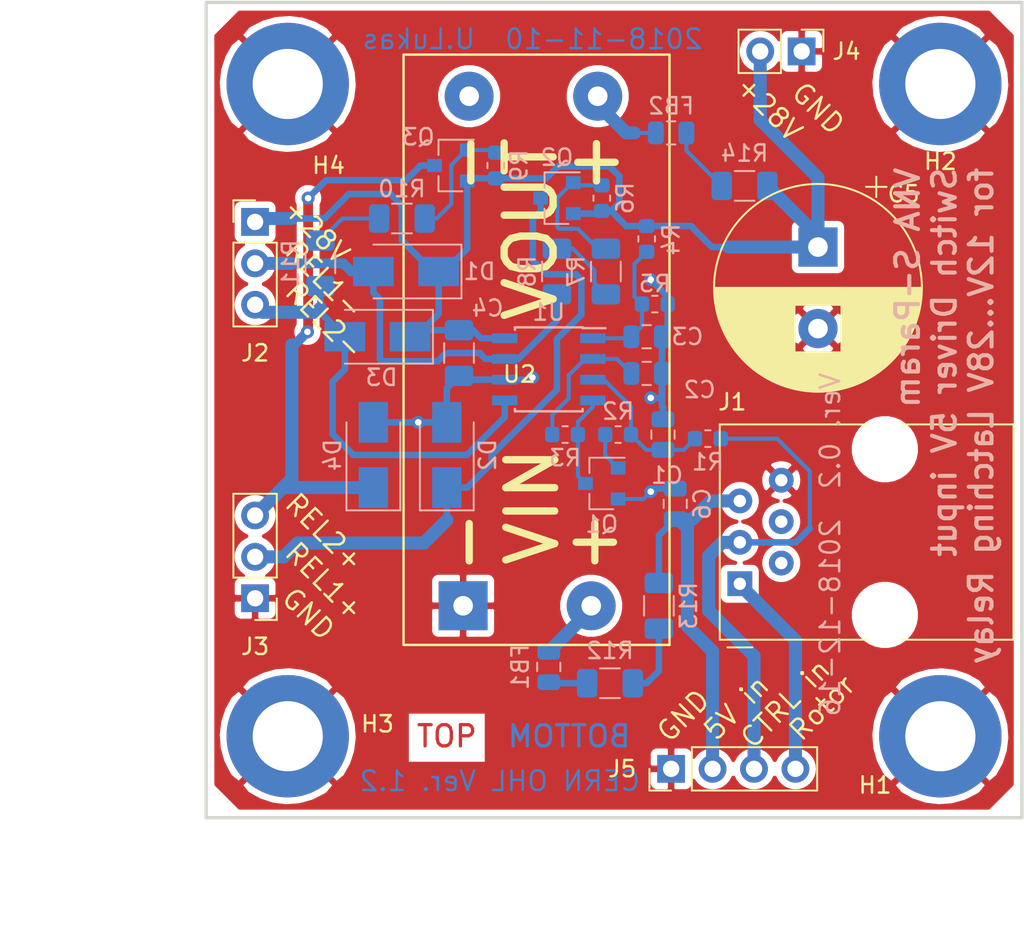
<source format=kicad_pcb>
(kicad_pcb (version 20171130) (host pcbnew 5.0.1-33cea8e~67~ubuntu18.04.1)

  (general
    (thickness 1.6)
    (drawings 24)
    (tracks 225)
    (zones 0)
    (modules 40)
    (nets 27)
  )

  (page A4)
  (layers
    (0 F.Cu signal)
    (31 B.Cu signal)
    (32 B.Adhes user)
    (33 F.Adhes user)
    (34 B.Paste user)
    (35 F.Paste user)
    (36 B.SilkS user)
    (37 F.SilkS user)
    (38 B.Mask user)
    (39 F.Mask user)
    (40 Dwgs.User user)
    (41 Cmts.User user)
    (42 Eco1.User user)
    (43 Eco2.User user)
    (44 Edge.Cuts user)
    (45 Margin user)
    (46 B.CrtYd user)
    (47 F.CrtYd user)
    (48 B.Fab user hide)
    (49 F.Fab user hide)
  )

  (setup
    (last_trace_width 0.25)
    (trace_clearance 0.25)
    (zone_clearance 0.4)
    (zone_45_only yes)
    (trace_min 0.25)
    (segment_width 0.2)
    (edge_width 0.15)
    (via_size 0.8)
    (via_drill 0.4)
    (via_min_size 0.4)
    (via_min_drill 0.3)
    (uvia_size 0.3)
    (uvia_drill 0.1)
    (uvias_allowed no)
    (uvia_min_size 0.2)
    (uvia_min_drill 0.1)
    (pcb_text_width 0.3)
    (pcb_text_size 1.5 1.5)
    (mod_edge_width 0.15)
    (mod_text_size 1 1)
    (mod_text_width 0.15)
    (pad_size 1.524 1.524)
    (pad_drill 0.762)
    (pad_to_mask_clearance 0.051)
    (solder_mask_min_width 0.25)
    (aux_axis_origin 198.351202 58.620248)
    (grid_origin 198.351202 58.620248)
    (visible_elements FFFDFFFF)
    (pcbplotparams
      (layerselection 0x010f0_ffffffff)
      (usegerberextensions false)
      (usegerberattributes false)
      (usegerberadvancedattributes false)
      (creategerberjobfile false)
      (excludeedgelayer true)
      (linewidth 0.100000)
      (plotframeref false)
      (viasonmask false)
      (mode 1)
      (useauxorigin false)
      (hpglpennumber 1)
      (hpglpenspeed 20)
      (hpglpendiameter 15.000000)
      (psnegative false)
      (psa4output false)
      (plotreference true)
      (plotvalue true)
      (plotinvisibletext false)
      (padsonsilk false)
      (subtractmaskfromsilk false)
      (outputformat 1)
      (mirror false)
      (drillshape 0)
      (scaleselection 1)
      (outputdirectory ""))
  )

  (net 0 "")
  (net 1 GND)
  (net 2 "Net-(C1-Pad1)")
  (net 3 "Net-(C2-Pad1)")
  (net 4 "Net-(C3-Pad1)")
  (net 5 "Net-(FB1-Pad1)")
  (net 6 "Net-(FB1-Pad2)")
  (net 7 "Net-(FB2-Pad2)")
  (net 8 "Net-(FB2-Pad1)")
  (net 9 "Net-(J1-Pad4)")
  (net 10 "Net-(J1-Pad2)")
  (net 11 "Net-(Q1-Pad1)")
  (net 12 "Net-(Q1-Pad3)")
  (net 13 "Net-(Q2-Pad1)")
  (net 14 "Net-(Q3-Pad1)")
  (net 15 "Net-(R7-Pad2)")
  (net 16 "Net-(R10-Pad2)")
  (net 17 "Net-(R12-Pad2)")
  (net 18 "Net-(U2-Pad4)")
  (net 19 /+28V)
  (net 20 /5V_in)
  (net 21 /Coil1_neg)
  (net 22 /Coil1_pos)
  (net 23 /Coil2_neg)
  (net 24 /Coil2_pos)
  (net 25 /CTRL_in)
  (net 26 /Rotor)

  (net_class Default "This is the default net class."
    (clearance 0.25)
    (trace_width 0.25)
    (via_dia 0.8)
    (via_drill 0.4)
    (uvia_dia 0.3)
    (uvia_drill 0.1)
    (add_net /5V_in)
    (add_net /CTRL_in)
    (add_net /Rotor)
    (add_net GND)
    (add_net "Net-(C1-Pad1)")
    (add_net "Net-(C2-Pad1)")
    (add_net "Net-(C3-Pad1)")
    (add_net "Net-(FB1-Pad1)")
    (add_net "Net-(FB1-Pad2)")
    (add_net "Net-(FB2-Pad1)")
    (add_net "Net-(FB2-Pad2)")
    (add_net "Net-(J1-Pad2)")
    (add_net "Net-(J1-Pad4)")
    (add_net "Net-(Q1-Pad1)")
    (add_net "Net-(Q1-Pad3)")
    (add_net "Net-(Q2-Pad1)")
    (add_net "Net-(Q3-Pad1)")
    (add_net "Net-(R10-Pad2)")
    (add_net "Net-(R12-Pad2)")
    (add_net "Net-(R7-Pad2)")
    (add_net "Net-(U2-Pad4)")
  )

  (net_class 28V ""
    (clearance 0.4)
    (trace_width 0.4)
    (via_dia 0.8)
    (via_drill 0.4)
    (uvia_dia 0.3)
    (uvia_drill 0.1)
    (add_net /+28V)
    (add_net /Coil1_neg)
    (add_net /Coil1_pos)
    (add_net /Coil2_neg)
    (add_net /Coil2_pos)
  )

  (module ul_footprints:MT3608_Step-Up_Converter_PCB locked (layer F.Cu) (tedit 5BE62853) (tstamp 5BE3B205)
    (at 209.851202 98.620248 90)
    (path /5BE84173)
    (fp_text reference U2 (at 17.2 7.7 180) (layer F.SilkS)
      (effects (font (size 1 1) (thickness 0.15)))
    )
    (fp_text value MT3608-PCB (at 18.1 1.4 90) (layer F.Fab)
      (effects (font (size 1 1) (thickness 0.15)))
    )
    (fp_line (start 27.9 -1) (end 27.9 0) (layer F.CrtYd) (width 0.05))
    (fp_line (start 30.6 -1) (end 27.9 -1) (layer F.CrtYd) (width 0.05))
    (fp_line (start 30.6 0) (end 30.6 -1) (layer F.CrtYd) (width 0.05))
    (fp_line (start 37.4 0) (end 30.6 0) (layer F.CrtYd) (width 0.05))
    (fp_line (start -0.75 18.25) (end 38.15 18.25) (layer F.Mask) (width 2.5))
    (fp_line (start 38.15 18.25) (end 38.15 -0.75) (layer F.Mask) (width 2.5))
    (fp_line (start -0.75 18.25) (end -0.75 -0.75) (layer F.Mask) (width 2.5))
    (fp_line (start -0.75 -0.75) (end 38.15 -0.75) (layer F.Mask) (width 2.5))
    (fp_text user VOUT (at 26.1 8.4 90) (layer F.SilkS)
      (effects (font (size 3 3) (thickness 0.45)))
    )
    (fp_text user VIN (at 9.1 8.5 90) (layer F.SilkS)
      (effects (font (size 3 3) (thickness 0.45)))
    )
    (fp_text user - (at 30.2 4.5 90) (layer F.SilkS)
      (effects (font (size 3 3) (thickness 0.45)))
    )
    (fp_text user + (at 30.2 12.2 90) (layer F.SilkS)
      (effects (font (size 3 3) (thickness 0.45)))
    )
    (fp_text user - (at 6.9 4.4 90) (layer F.SilkS)
      (effects (font (size 3 3) (thickness 0.45)))
    )
    (fp_line (start 36.8 0.6) (end 36.8 16.9) (layer F.SilkS) (width 0.15))
    (fp_line (start 37.4 0) (end 37.4 17.5) (layer F.CrtYd) (width 0.05))
    (fp_line (start 37.4 0) (end 37.4 17.5) (layer F.Fab) (width 0.1))
    (fp_line (start 0 17.5) (end 37.4 17.5) (layer F.CrtYd) (width 0.05))
    (fp_line (start 0 17.5) (end 37.4 17.5) (layer F.Fab) (width 0.1))
    (fp_line (start 0.6 16.9) (end 36.8 16.9) (layer F.SilkS) (width 0.15))
    (fp_line (start 0 0) (end 0 17.5) (layer F.Fab) (width 0.1))
    (fp_line (start 0 0) (end 37.4 0) (layer F.Fab) (width 0.1))
    (fp_text user + (at 6.9 12.1 90) (layer F.SilkS)
      (effects (font (size 3 3) (thickness 0.45)))
    )
    (fp_line (start 0 0) (end 27.9 0) (layer F.CrtYd) (width 0.05))
    (fp_line (start 0 0) (end 0 17.5) (layer F.CrtYd) (width 0.05))
    (fp_line (start 0.6 0.6) (end 0.6 16.9) (layer F.SilkS) (width 0.15))
    (fp_line (start 0.6 0.6) (end 36.8 0.6) (layer F.SilkS) (width 0.15))
    (fp_text user %R (at 17.2 9.7 90) (layer F.Fab)
      (effects (font (size 1 1) (thickness 0.1)))
    )
    (pad 4 thru_hole circle (at 34.25 4.62 90) (size 3 3) (drill 1.2) (layers *.Cu *.Mask)
      (net 18 "Net-(U2-Pad4)"))
    (pad 1 thru_hole rect (at 3 4.25 90) (size 3 3) (drill 1.2) (layers *.Cu *.Mask)
      (net 1 GND))
    (pad 2 thru_hole circle (at 3 12.1 90) (size 3 3) (drill 1.2) (layers *.Cu *.Mask)
      (net 6 "Net-(FB1-Pad2)"))
    (pad 3 thru_hole circle (at 34.25 12.5 90) (size 3 3) (drill 1.2) (layers *.Cu *.Mask)
      (net 7 "Net-(FB2-Pad2)"))
    (model ${KISYS3DMOD}/Battery.3dshapes/BatteryHolder_Bulgin_BX0036_1xC.wrl
      (at (xyz 0 0 0))
      (scale (xyz 1 1 1))
      (rotate (xyz 0 0 0))
    )
  )

  (module Connector_PinHeader_2.54mm:PinHeader_1x04_P2.54mm_Vertical (layer F.Cu) (tedit 59FED5CC) (tstamp 5BF2C941)
    (at 226.851202 105.620248 90)
    (descr "Through hole straight pin header, 1x04, 2.54mm pitch, single row")
    (tags "Through hole pin header THT 1x04 2.54mm single row")
    (path /5BF5D4C3)
    (fp_text reference J5 (at 0 -3 180) (layer F.SilkS)
      (effects (font (size 1 1) (thickness 0.15)))
    )
    (fp_text value Conn_01x04_Male (at 0 9.95 90) (layer F.Fab)
      (effects (font (size 1 1) (thickness 0.15)))
    )
    (fp_text user %R (at 0 3.81 180) (layer F.Fab)
      (effects (font (size 1 1) (thickness 0.15)))
    )
    (fp_line (start 1.8 -1.8) (end -1.8 -1.8) (layer F.CrtYd) (width 0.05))
    (fp_line (start 1.8 9.4) (end 1.8 -1.8) (layer F.CrtYd) (width 0.05))
    (fp_line (start -1.8 9.4) (end 1.8 9.4) (layer F.CrtYd) (width 0.05))
    (fp_line (start -1.8 -1.8) (end -1.8 9.4) (layer F.CrtYd) (width 0.05))
    (fp_line (start -1.33 -1.33) (end 0 -1.33) (layer F.SilkS) (width 0.12))
    (fp_line (start -1.33 0) (end -1.33 -1.33) (layer F.SilkS) (width 0.12))
    (fp_line (start -1.33 1.27) (end 1.33 1.27) (layer F.SilkS) (width 0.12))
    (fp_line (start 1.33 1.27) (end 1.33 8.95) (layer F.SilkS) (width 0.12))
    (fp_line (start -1.33 1.27) (end -1.33 8.95) (layer F.SilkS) (width 0.12))
    (fp_line (start -1.33 8.95) (end 1.33 8.95) (layer F.SilkS) (width 0.12))
    (fp_line (start -1.27 -0.635) (end -0.635 -1.27) (layer F.Fab) (width 0.1))
    (fp_line (start -1.27 8.89) (end -1.27 -0.635) (layer F.Fab) (width 0.1))
    (fp_line (start 1.27 8.89) (end -1.27 8.89) (layer F.Fab) (width 0.1))
    (fp_line (start 1.27 -1.27) (end 1.27 8.89) (layer F.Fab) (width 0.1))
    (fp_line (start -0.635 -1.27) (end 1.27 -1.27) (layer F.Fab) (width 0.1))
    (pad 4 thru_hole oval (at 0 7.62 90) (size 1.7 1.7) (drill 1) (layers *.Cu *.Mask)
      (net 26 /Rotor))
    (pad 3 thru_hole oval (at 0 5.08 90) (size 1.7 1.7) (drill 1) (layers *.Cu *.Mask)
      (net 25 /CTRL_in))
    (pad 2 thru_hole oval (at 0 2.54 90) (size 1.7 1.7) (drill 1) (layers *.Cu *.Mask)
      (net 20 /5V_in))
    (pad 1 thru_hole rect (at 0 0 90) (size 1.7 1.7) (drill 1) (layers *.Cu *.Mask)
      (net 1 GND))
    (model ${KISYS3DMOD}/Connector_PinHeader_2.54mm.3dshapes/PinHeader_1x04_P2.54mm_Vertical.wrl
      (at (xyz 0 0 0))
      (scale (xyz 1 1 1))
      (rotate (xyz 0 0 0))
    )
  )

  (module Connector_PinHeader_2.54mm:PinHeader_1x03_P2.54mm_Vertical locked (layer F.Cu) (tedit 59FED5CC) (tstamp 5C01922C)
    (at 201.351202 72.080248)
    (descr "Through hole straight pin header, 1x03, 2.54mm pitch, single row")
    (tags "Through hole pin header THT 1x03 2.54mm single row")
    (path /5BE2354C)
    (fp_text reference J2 (at 0 8.04) (layer F.SilkS)
      (effects (font (size 1 1) (thickness 0.15)))
    )
    (fp_text value Conn_01x03_Male (at 0 7.41) (layer F.Fab)
      (effects (font (size 1 1) (thickness 0.15)))
    )
    (fp_text user %R (at 0 2.54 90) (layer F.Fab)
      (effects (font (size 1 1) (thickness 0.15)))
    )
    (fp_line (start 1.8 -1.8) (end -1.8 -1.8) (layer F.CrtYd) (width 0.05))
    (fp_line (start 1.8 6.85) (end 1.8 -1.8) (layer F.CrtYd) (width 0.05))
    (fp_line (start -1.8 6.85) (end 1.8 6.85) (layer F.CrtYd) (width 0.05))
    (fp_line (start -1.8 -1.8) (end -1.8 6.85) (layer F.CrtYd) (width 0.05))
    (fp_line (start -1.33 -1.33) (end 0 -1.33) (layer F.SilkS) (width 0.12))
    (fp_line (start -1.33 0) (end -1.33 -1.33) (layer F.SilkS) (width 0.12))
    (fp_line (start -1.33 1.27) (end 1.33 1.27) (layer F.SilkS) (width 0.12))
    (fp_line (start 1.33 1.27) (end 1.33 6.41) (layer F.SilkS) (width 0.12))
    (fp_line (start -1.33 1.27) (end -1.33 6.41) (layer F.SilkS) (width 0.12))
    (fp_line (start -1.33 6.41) (end 1.33 6.41) (layer F.SilkS) (width 0.12))
    (fp_line (start -1.27 -0.635) (end -0.635 -1.27) (layer F.Fab) (width 0.1))
    (fp_line (start -1.27 6.35) (end -1.27 -0.635) (layer F.Fab) (width 0.1))
    (fp_line (start 1.27 6.35) (end -1.27 6.35) (layer F.Fab) (width 0.1))
    (fp_line (start 1.27 -1.27) (end 1.27 6.35) (layer F.Fab) (width 0.1))
    (fp_line (start -0.635 -1.27) (end 1.27 -1.27) (layer F.Fab) (width 0.1))
    (pad 3 thru_hole oval (at 0 5.08) (size 1.7 1.7) (drill 1) (layers *.Cu *.Mask)
      (net 23 /Coil2_neg))
    (pad 2 thru_hole oval (at 0 2.54) (size 1.7 1.7) (drill 1) (layers *.Cu *.Mask)
      (net 21 /Coil1_neg))
    (pad 1 thru_hole rect (at 0 0) (size 1.7 1.7) (drill 1) (layers *.Cu *.Mask)
      (net 19 /+28V))
    (model ${KISYS3DMOD}/Connector_PinHeader_2.54mm.3dshapes/PinHeader_1x03_P2.54mm_Vertical.wrl
      (at (xyz 0 0 0))
      (scale (xyz 1 1 1))
      (rotate (xyz 0 0 0))
    )
  )

  (module Connector_PinHeader_2.54mm:PinHeader_1x03_P2.54mm_Vertical locked (layer F.Cu) (tedit 59FED5CC) (tstamp 5BF5F785)
    (at 201.351202 95.160248 180)
    (descr "Through hole straight pin header, 1x03, 2.54mm pitch, single row")
    (tags "Through hole pin header THT 1x03 2.54mm single row")
    (path /5BE2169E)
    (fp_text reference J3 (at 0 -2.96 180) (layer F.SilkS)
      (effects (font (size 1 1) (thickness 0.15)))
    )
    (fp_text value Conn_01x03_Male (at 0 7.41 180) (layer F.Fab)
      (effects (font (size 1 1) (thickness 0.15)))
    )
    (fp_text user %R (at 0 2.54 270) (layer F.Fab)
      (effects (font (size 1 1) (thickness 0.15)))
    )
    (fp_line (start 1.8 -1.8) (end -1.8 -1.8) (layer F.CrtYd) (width 0.05))
    (fp_line (start 1.8 6.85) (end 1.8 -1.8) (layer F.CrtYd) (width 0.05))
    (fp_line (start -1.8 6.85) (end 1.8 6.85) (layer F.CrtYd) (width 0.05))
    (fp_line (start -1.8 -1.8) (end -1.8 6.85) (layer F.CrtYd) (width 0.05))
    (fp_line (start -1.33 -1.33) (end 0 -1.33) (layer F.SilkS) (width 0.12))
    (fp_line (start -1.33 0) (end -1.33 -1.33) (layer F.SilkS) (width 0.12))
    (fp_line (start -1.33 1.27) (end 1.33 1.27) (layer F.SilkS) (width 0.12))
    (fp_line (start 1.33 1.27) (end 1.33 6.41) (layer F.SilkS) (width 0.12))
    (fp_line (start -1.33 1.27) (end -1.33 6.41) (layer F.SilkS) (width 0.12))
    (fp_line (start -1.33 6.41) (end 1.33 6.41) (layer F.SilkS) (width 0.12))
    (fp_line (start -1.27 -0.635) (end -0.635 -1.27) (layer F.Fab) (width 0.1))
    (fp_line (start -1.27 6.35) (end -1.27 -0.635) (layer F.Fab) (width 0.1))
    (fp_line (start 1.27 6.35) (end -1.27 6.35) (layer F.Fab) (width 0.1))
    (fp_line (start 1.27 -1.27) (end 1.27 6.35) (layer F.Fab) (width 0.1))
    (fp_line (start -0.635 -1.27) (end 1.27 -1.27) (layer F.Fab) (width 0.1))
    (pad 3 thru_hole oval (at 0 5.08 180) (size 1.7 1.7) (drill 1) (layers *.Cu *.Mask)
      (net 24 /Coil2_pos))
    (pad 2 thru_hole oval (at 0 2.54 180) (size 1.7 1.7) (drill 1) (layers *.Cu *.Mask)
      (net 22 /Coil1_pos))
    (pad 1 thru_hole rect (at 0 0 180) (size 1.7 1.7) (drill 1) (layers *.Cu *.Mask)
      (net 1 GND))
    (model ${KISYS3DMOD}/Connector_PinHeader_2.54mm.3dshapes/PinHeader_1x03_P2.54mm_Vertical.wrl
      (at (xyz 0 0 0))
      (scale (xyz 1 1 1))
      (rotate (xyz 0 0 0))
    )
  )

  (module Capacitor_SMD:C_0805_2012Metric (layer B.Cu) (tedit 5B36C52B) (tstamp 5BE5C642)
    (at 226.351202 85.120248 90)
    (descr "Capacitor SMD 0805 (2012 Metric), square (rectangular) end terminal, IPC_7351 nominal, (Body size source: https://docs.google.com/spreadsheets/d/1BsfQQcO9C6DZCsRaXUlFlo91Tg2WpOkGARC1WS5S8t0/edit?usp=sharing), generated with kicad-footprint-generator")
    (tags capacitor)
    (path /5BDD9CD2)
    (attr smd)
    (fp_text reference C1 (at -2.5 0.25 180) (layer B.SilkS)
      (effects (font (size 1 1) (thickness 0.15)) (justify mirror))
    )
    (fp_text value 100n (at 0 -1.65 90) (layer B.Fab)
      (effects (font (size 1 1) (thickness 0.15)) (justify mirror))
    )
    (fp_text user %R (at 0 0 90) (layer B.Fab)
      (effects (font (size 0.5 0.5) (thickness 0.08)) (justify mirror))
    )
    (fp_line (start 1.68 -0.95) (end -1.68 -0.95) (layer B.CrtYd) (width 0.05))
    (fp_line (start 1.68 0.95) (end 1.68 -0.95) (layer B.CrtYd) (width 0.05))
    (fp_line (start -1.68 0.95) (end 1.68 0.95) (layer B.CrtYd) (width 0.05))
    (fp_line (start -1.68 -0.95) (end -1.68 0.95) (layer B.CrtYd) (width 0.05))
    (fp_line (start -0.258578 -0.71) (end 0.258578 -0.71) (layer B.SilkS) (width 0.12))
    (fp_line (start -0.258578 0.71) (end 0.258578 0.71) (layer B.SilkS) (width 0.12))
    (fp_line (start 1 -0.6) (end -1 -0.6) (layer B.Fab) (width 0.1))
    (fp_line (start 1 0.6) (end 1 -0.6) (layer B.Fab) (width 0.1))
    (fp_line (start -1 0.6) (end 1 0.6) (layer B.Fab) (width 0.1))
    (fp_line (start -1 -0.6) (end -1 0.6) (layer B.Fab) (width 0.1))
    (pad 2 smd roundrect (at 0.9375 0 90) (size 0.975 1.4) (layers B.Cu B.Paste B.Mask) (roundrect_rratio 0.25)
      (net 1 GND))
    (pad 1 smd roundrect (at -0.9375 0 90) (size 0.975 1.4) (layers B.Cu B.Paste B.Mask) (roundrect_rratio 0.25)
      (net 2 "Net-(C1-Pad1)"))
    (model ${KISYS3DMOD}/Capacitor_SMD.3dshapes/C_0805_2012Metric.wrl
      (at (xyz 0 0 0))
      (scale (xyz 1 1 1))
      (rotate (xyz 0 0 0))
    )
  )

  (module Capacitor_SMD:C_0805_2012Metric (layer B.Cu) (tedit 5B36C52B) (tstamp 5BF5F574)
    (at 225.351202 81.370248)
    (descr "Capacitor SMD 0805 (2012 Metric), square (rectangular) end terminal, IPC_7351 nominal, (Body size source: https://docs.google.com/spreadsheets/d/1BsfQQcO9C6DZCsRaXUlFlo91Tg2WpOkGARC1WS5S8t0/edit?usp=sharing), generated with kicad-footprint-generator")
    (tags capacitor)
    (path /5BDD8FEC)
    (attr smd)
    (fp_text reference C2 (at 3.25 1) (layer B.SilkS)
      (effects (font (size 1 1) (thickness 0.15)) (justify mirror))
    )
    (fp_text value 220n (at 0 -1.65) (layer B.Fab)
      (effects (font (size 1 1) (thickness 0.15)) (justify mirror))
    )
    (fp_text user %R (at 0 0) (layer B.Fab)
      (effects (font (size 0.5 0.5) (thickness 0.08)) (justify mirror))
    )
    (fp_line (start 1.68 -0.95) (end -1.68 -0.95) (layer B.CrtYd) (width 0.05))
    (fp_line (start 1.68 0.95) (end 1.68 -0.95) (layer B.CrtYd) (width 0.05))
    (fp_line (start -1.68 0.95) (end 1.68 0.95) (layer B.CrtYd) (width 0.05))
    (fp_line (start -1.68 -0.95) (end -1.68 0.95) (layer B.CrtYd) (width 0.05))
    (fp_line (start -0.258578 -0.71) (end 0.258578 -0.71) (layer B.SilkS) (width 0.12))
    (fp_line (start -0.258578 0.71) (end 0.258578 0.71) (layer B.SilkS) (width 0.12))
    (fp_line (start 1 -0.6) (end -1 -0.6) (layer B.Fab) (width 0.1))
    (fp_line (start 1 0.6) (end 1 -0.6) (layer B.Fab) (width 0.1))
    (fp_line (start -1 0.6) (end 1 0.6) (layer B.Fab) (width 0.1))
    (fp_line (start -1 -0.6) (end -1 0.6) (layer B.Fab) (width 0.1))
    (pad 2 smd roundrect (at 0.9375 0) (size 0.975 1.4) (layers B.Cu B.Paste B.Mask) (roundrect_rratio 0.25)
      (net 1 GND))
    (pad 1 smd roundrect (at -0.9375 0) (size 0.975 1.4) (layers B.Cu B.Paste B.Mask) (roundrect_rratio 0.25)
      (net 3 "Net-(C2-Pad1)"))
    (model ${KISYS3DMOD}/Capacitor_SMD.3dshapes/C_0805_2012Metric.wrl
      (at (xyz 0 0 0))
      (scale (xyz 1 1 1))
      (rotate (xyz 0 0 0))
    )
  )

  (module Capacitor_SMD:C_0805_2012Metric (layer B.Cu) (tedit 5B36C52B) (tstamp 5BF5F585)
    (at 225.351202 79.120248)
    (descr "Capacitor SMD 0805 (2012 Metric), square (rectangular) end terminal, IPC_7351 nominal, (Body size source: https://docs.google.com/spreadsheets/d/1BsfQQcO9C6DZCsRaXUlFlo91Tg2WpOkGARC1WS5S8t0/edit?usp=sharing), generated with kicad-footprint-generator")
    (tags capacitor)
    (path /5BDD9C94)
    (attr smd)
    (fp_text reference C3 (at 2.5 0) (layer B.SilkS)
      (effects (font (size 1 1) (thickness 0.15)) (justify mirror))
    )
    (fp_text value 100n (at 0 -1.65) (layer B.Fab)
      (effects (font (size 1 1) (thickness 0.15)) (justify mirror))
    )
    (fp_text user %R (at 0 0) (layer B.Fab)
      (effects (font (size 0.5 0.5) (thickness 0.08)) (justify mirror))
    )
    (fp_line (start 1.68 -0.95) (end -1.68 -0.95) (layer B.CrtYd) (width 0.05))
    (fp_line (start 1.68 0.95) (end 1.68 -0.95) (layer B.CrtYd) (width 0.05))
    (fp_line (start -1.68 0.95) (end 1.68 0.95) (layer B.CrtYd) (width 0.05))
    (fp_line (start -1.68 -0.95) (end -1.68 0.95) (layer B.CrtYd) (width 0.05))
    (fp_line (start -0.258578 -0.71) (end 0.258578 -0.71) (layer B.SilkS) (width 0.12))
    (fp_line (start -0.258578 0.71) (end 0.258578 0.71) (layer B.SilkS) (width 0.12))
    (fp_line (start 1 -0.6) (end -1 -0.6) (layer B.Fab) (width 0.1))
    (fp_line (start 1 0.6) (end 1 -0.6) (layer B.Fab) (width 0.1))
    (fp_line (start -1 0.6) (end 1 0.6) (layer B.Fab) (width 0.1))
    (fp_line (start -1 -0.6) (end -1 0.6) (layer B.Fab) (width 0.1))
    (pad 2 smd roundrect (at 0.9375 0) (size 0.975 1.4) (layers B.Cu B.Paste B.Mask) (roundrect_rratio 0.25)
      (net 1 GND))
    (pad 1 smd roundrect (at -0.9375 0) (size 0.975 1.4) (layers B.Cu B.Paste B.Mask) (roundrect_rratio 0.25)
      (net 4 "Net-(C3-Pad1)"))
    (model ${KISYS3DMOD}/Capacitor_SMD.3dshapes/C_0805_2012Metric.wrl
      (at (xyz 0 0 0))
      (scale (xyz 1 1 1))
      (rotate (xyz 0 0 0))
    )
  )

  (module Capacitor_SMD:C_1206_3216Metric (layer B.Cu) (tedit 5B301BBE) (tstamp 5BF6DA4E)
    (at 213.851202 80.120248 270)
    (descr "Capacitor SMD 1206 (3216 Metric), square (rectangular) end terminal, IPC_7351 nominal, (Body size source: http://www.tortai-tech.com/upload/download/2011102023233369053.pdf), generated with kicad-footprint-generator")
    (tags capacitor)
    (path /5BDD1174)
    (attr smd)
    (fp_text reference C4 (at -2.75 -1.75) (layer B.SilkS)
      (effects (font (size 1 1) (thickness 0.15)) (justify mirror))
    )
    (fp_text value 1µ (at 0 -1.82 270) (layer B.Fab)
      (effects (font (size 1 1) (thickness 0.15)) (justify mirror))
    )
    (fp_text user %R (at 0 0 270) (layer B.Fab)
      (effects (font (size 0.8 0.8) (thickness 0.12)) (justify mirror))
    )
    (fp_line (start 2.28 -1.12) (end -2.28 -1.12) (layer B.CrtYd) (width 0.05))
    (fp_line (start 2.28 1.12) (end 2.28 -1.12) (layer B.CrtYd) (width 0.05))
    (fp_line (start -2.28 1.12) (end 2.28 1.12) (layer B.CrtYd) (width 0.05))
    (fp_line (start -2.28 -1.12) (end -2.28 1.12) (layer B.CrtYd) (width 0.05))
    (fp_line (start -0.602064 -0.91) (end 0.602064 -0.91) (layer B.SilkS) (width 0.12))
    (fp_line (start -0.602064 0.91) (end 0.602064 0.91) (layer B.SilkS) (width 0.12))
    (fp_line (start 1.6 -0.8) (end -1.6 -0.8) (layer B.Fab) (width 0.1))
    (fp_line (start 1.6 0.8) (end 1.6 -0.8) (layer B.Fab) (width 0.1))
    (fp_line (start -1.6 0.8) (end 1.6 0.8) (layer B.Fab) (width 0.1))
    (fp_line (start -1.6 -0.8) (end -1.6 0.8) (layer B.Fab) (width 0.1))
    (pad 2 smd roundrect (at 1.4 0 270) (size 1.25 1.75) (layers B.Cu B.Paste B.Mask) (roundrect_rratio 0.2)
      (net 1 GND))
    (pad 1 smd roundrect (at -1.4 0 270) (size 1.25 1.75) (layers B.Cu B.Paste B.Mask) (roundrect_rratio 0.2)
      (net 19 /+28V))
    (model ${KISYS3DMOD}/Capacitor_SMD.3dshapes/C_1206_3216Metric.wrl
      (at (xyz 0 0 0))
      (scale (xyz 1 1 1))
      (rotate (xyz 0 0 0))
    )
  )

  (module Capacitor_THT:CP_Radial_D12.5mm_P5.00mm locked (layer F.Cu) (tedit 5AE50EF1) (tstamp 5BE60501)
    (at 235.851202 73.620248 270)
    (descr "CP, Radial series, Radial, pin pitch=5.00mm, , diameter=12.5mm, Electrolytic Capacitor")
    (tags "CP Radial series Radial pin pitch 5.00mm  diameter 12.5mm Electrolytic Capacitor")
    (path /5BDD14A3)
    (fp_text reference C5 (at -3.25 -5.25) (layer F.SilkS)
      (effects (font (size 1 1) (thickness 0.15)))
    )
    (fp_text value 1000µ (at 2.5 7.5 270) (layer F.Fab)
      (effects (font (size 1 1) (thickness 0.15)))
    )
    (fp_text user %R (at 2.5 0 270) (layer F.Fab)
      (effects (font (size 1 1) (thickness 0.15)))
    )
    (fp_line (start -3.692082 -4.2) (end -3.692082 -2.95) (layer F.SilkS) (width 0.12))
    (fp_line (start -4.317082 -3.575) (end -3.067082 -3.575) (layer F.SilkS) (width 0.12))
    (fp_line (start 8.861 -0.317) (end 8.861 0.317) (layer F.SilkS) (width 0.12))
    (fp_line (start 8.821 -0.757) (end 8.821 0.757) (layer F.SilkS) (width 0.12))
    (fp_line (start 8.781 -1.028) (end 8.781 1.028) (layer F.SilkS) (width 0.12))
    (fp_line (start 8.741 -1.241) (end 8.741 1.241) (layer F.SilkS) (width 0.12))
    (fp_line (start 8.701 -1.422) (end 8.701 1.422) (layer F.SilkS) (width 0.12))
    (fp_line (start 8.661 -1.583) (end 8.661 1.583) (layer F.SilkS) (width 0.12))
    (fp_line (start 8.621 -1.728) (end 8.621 1.728) (layer F.SilkS) (width 0.12))
    (fp_line (start 8.581 -1.861) (end 8.581 1.861) (layer F.SilkS) (width 0.12))
    (fp_line (start 8.541 -1.984) (end 8.541 1.984) (layer F.SilkS) (width 0.12))
    (fp_line (start 8.501 -2.1) (end 8.501 2.1) (layer F.SilkS) (width 0.12))
    (fp_line (start 8.461 -2.209) (end 8.461 2.209) (layer F.SilkS) (width 0.12))
    (fp_line (start 8.421 -2.312) (end 8.421 2.312) (layer F.SilkS) (width 0.12))
    (fp_line (start 8.381 -2.41) (end 8.381 2.41) (layer F.SilkS) (width 0.12))
    (fp_line (start 8.341 -2.504) (end 8.341 2.504) (layer F.SilkS) (width 0.12))
    (fp_line (start 8.301 -2.594) (end 8.301 2.594) (layer F.SilkS) (width 0.12))
    (fp_line (start 8.261 -2.681) (end 8.261 2.681) (layer F.SilkS) (width 0.12))
    (fp_line (start 8.221 -2.764) (end 8.221 2.764) (layer F.SilkS) (width 0.12))
    (fp_line (start 8.181 -2.844) (end 8.181 2.844) (layer F.SilkS) (width 0.12))
    (fp_line (start 8.141 -2.921) (end 8.141 2.921) (layer F.SilkS) (width 0.12))
    (fp_line (start 8.101 -2.996) (end 8.101 2.996) (layer F.SilkS) (width 0.12))
    (fp_line (start 8.061 -3.069) (end 8.061 3.069) (layer F.SilkS) (width 0.12))
    (fp_line (start 8.021 -3.14) (end 8.021 3.14) (layer F.SilkS) (width 0.12))
    (fp_line (start 7.981 -3.208) (end 7.981 3.208) (layer F.SilkS) (width 0.12))
    (fp_line (start 7.941 -3.275) (end 7.941 3.275) (layer F.SilkS) (width 0.12))
    (fp_line (start 7.901 -3.339) (end 7.901 3.339) (layer F.SilkS) (width 0.12))
    (fp_line (start 7.861 -3.402) (end 7.861 3.402) (layer F.SilkS) (width 0.12))
    (fp_line (start 7.821 -3.464) (end 7.821 3.464) (layer F.SilkS) (width 0.12))
    (fp_line (start 7.781 -3.524) (end 7.781 3.524) (layer F.SilkS) (width 0.12))
    (fp_line (start 7.741 -3.583) (end 7.741 3.583) (layer F.SilkS) (width 0.12))
    (fp_line (start 7.701 -3.64) (end 7.701 3.64) (layer F.SilkS) (width 0.12))
    (fp_line (start 7.661 -3.696) (end 7.661 3.696) (layer F.SilkS) (width 0.12))
    (fp_line (start 7.621 -3.75) (end 7.621 3.75) (layer F.SilkS) (width 0.12))
    (fp_line (start 7.581 -3.804) (end 7.581 3.804) (layer F.SilkS) (width 0.12))
    (fp_line (start 7.541 -3.856) (end 7.541 3.856) (layer F.SilkS) (width 0.12))
    (fp_line (start 7.501 -3.907) (end 7.501 3.907) (layer F.SilkS) (width 0.12))
    (fp_line (start 7.461 -3.957) (end 7.461 3.957) (layer F.SilkS) (width 0.12))
    (fp_line (start 7.421 -4.007) (end 7.421 4.007) (layer F.SilkS) (width 0.12))
    (fp_line (start 7.381 -4.055) (end 7.381 4.055) (layer F.SilkS) (width 0.12))
    (fp_line (start 7.341 -4.102) (end 7.341 4.102) (layer F.SilkS) (width 0.12))
    (fp_line (start 7.301 -4.148) (end 7.301 4.148) (layer F.SilkS) (width 0.12))
    (fp_line (start 7.261 -4.194) (end 7.261 4.194) (layer F.SilkS) (width 0.12))
    (fp_line (start 7.221 -4.238) (end 7.221 4.238) (layer F.SilkS) (width 0.12))
    (fp_line (start 7.181 -4.282) (end 7.181 4.282) (layer F.SilkS) (width 0.12))
    (fp_line (start 7.141 -4.325) (end 7.141 4.325) (layer F.SilkS) (width 0.12))
    (fp_line (start 7.101 -4.367) (end 7.101 4.367) (layer F.SilkS) (width 0.12))
    (fp_line (start 7.061 -4.408) (end 7.061 4.408) (layer F.SilkS) (width 0.12))
    (fp_line (start 7.021 -4.449) (end 7.021 4.449) (layer F.SilkS) (width 0.12))
    (fp_line (start 6.981 -4.489) (end 6.981 4.489) (layer F.SilkS) (width 0.12))
    (fp_line (start 6.941 -4.528) (end 6.941 4.528) (layer F.SilkS) (width 0.12))
    (fp_line (start 6.901 -4.567) (end 6.901 4.567) (layer F.SilkS) (width 0.12))
    (fp_line (start 6.861 -4.605) (end 6.861 4.605) (layer F.SilkS) (width 0.12))
    (fp_line (start 6.821 -4.642) (end 6.821 4.642) (layer F.SilkS) (width 0.12))
    (fp_line (start 6.781 -4.678) (end 6.781 4.678) (layer F.SilkS) (width 0.12))
    (fp_line (start 6.741 -4.714) (end 6.741 4.714) (layer F.SilkS) (width 0.12))
    (fp_line (start 6.701 -4.75) (end 6.701 4.75) (layer F.SilkS) (width 0.12))
    (fp_line (start 6.661 -4.785) (end 6.661 4.785) (layer F.SilkS) (width 0.12))
    (fp_line (start 6.621 -4.819) (end 6.621 4.819) (layer F.SilkS) (width 0.12))
    (fp_line (start 6.581 -4.852) (end 6.581 4.852) (layer F.SilkS) (width 0.12))
    (fp_line (start 6.541 -4.885) (end 6.541 4.885) (layer F.SilkS) (width 0.12))
    (fp_line (start 6.501 -4.918) (end 6.501 4.918) (layer F.SilkS) (width 0.12))
    (fp_line (start 6.461 -4.95) (end 6.461 4.95) (layer F.SilkS) (width 0.12))
    (fp_line (start 6.421 1.44) (end 6.421 4.982) (layer F.SilkS) (width 0.12))
    (fp_line (start 6.421 -4.982) (end 6.421 -1.44) (layer F.SilkS) (width 0.12))
    (fp_line (start 6.381 1.44) (end 6.381 5.012) (layer F.SilkS) (width 0.12))
    (fp_line (start 6.381 -5.012) (end 6.381 -1.44) (layer F.SilkS) (width 0.12))
    (fp_line (start 6.341 1.44) (end 6.341 5.043) (layer F.SilkS) (width 0.12))
    (fp_line (start 6.341 -5.043) (end 6.341 -1.44) (layer F.SilkS) (width 0.12))
    (fp_line (start 6.301 1.44) (end 6.301 5.073) (layer F.SilkS) (width 0.12))
    (fp_line (start 6.301 -5.073) (end 6.301 -1.44) (layer F.SilkS) (width 0.12))
    (fp_line (start 6.261 1.44) (end 6.261 5.102) (layer F.SilkS) (width 0.12))
    (fp_line (start 6.261 -5.102) (end 6.261 -1.44) (layer F.SilkS) (width 0.12))
    (fp_line (start 6.221 1.44) (end 6.221 5.131) (layer F.SilkS) (width 0.12))
    (fp_line (start 6.221 -5.131) (end 6.221 -1.44) (layer F.SilkS) (width 0.12))
    (fp_line (start 6.181 1.44) (end 6.181 5.16) (layer F.SilkS) (width 0.12))
    (fp_line (start 6.181 -5.16) (end 6.181 -1.44) (layer F.SilkS) (width 0.12))
    (fp_line (start 6.141 1.44) (end 6.141 5.188) (layer F.SilkS) (width 0.12))
    (fp_line (start 6.141 -5.188) (end 6.141 -1.44) (layer F.SilkS) (width 0.12))
    (fp_line (start 6.101 1.44) (end 6.101 5.216) (layer F.SilkS) (width 0.12))
    (fp_line (start 6.101 -5.216) (end 6.101 -1.44) (layer F.SilkS) (width 0.12))
    (fp_line (start 6.061 1.44) (end 6.061 5.243) (layer F.SilkS) (width 0.12))
    (fp_line (start 6.061 -5.243) (end 6.061 -1.44) (layer F.SilkS) (width 0.12))
    (fp_line (start 6.021 1.44) (end 6.021 5.27) (layer F.SilkS) (width 0.12))
    (fp_line (start 6.021 -5.27) (end 6.021 -1.44) (layer F.SilkS) (width 0.12))
    (fp_line (start 5.981 1.44) (end 5.981 5.296) (layer F.SilkS) (width 0.12))
    (fp_line (start 5.981 -5.296) (end 5.981 -1.44) (layer F.SilkS) (width 0.12))
    (fp_line (start 5.941 1.44) (end 5.941 5.322) (layer F.SilkS) (width 0.12))
    (fp_line (start 5.941 -5.322) (end 5.941 -1.44) (layer F.SilkS) (width 0.12))
    (fp_line (start 5.901 1.44) (end 5.901 5.347) (layer F.SilkS) (width 0.12))
    (fp_line (start 5.901 -5.347) (end 5.901 -1.44) (layer F.SilkS) (width 0.12))
    (fp_line (start 5.861 1.44) (end 5.861 5.372) (layer F.SilkS) (width 0.12))
    (fp_line (start 5.861 -5.372) (end 5.861 -1.44) (layer F.SilkS) (width 0.12))
    (fp_line (start 5.821 1.44) (end 5.821 5.397) (layer F.SilkS) (width 0.12))
    (fp_line (start 5.821 -5.397) (end 5.821 -1.44) (layer F.SilkS) (width 0.12))
    (fp_line (start 5.781 1.44) (end 5.781 5.421) (layer F.SilkS) (width 0.12))
    (fp_line (start 5.781 -5.421) (end 5.781 -1.44) (layer F.SilkS) (width 0.12))
    (fp_line (start 5.741 1.44) (end 5.741 5.445) (layer F.SilkS) (width 0.12))
    (fp_line (start 5.741 -5.445) (end 5.741 -1.44) (layer F.SilkS) (width 0.12))
    (fp_line (start 5.701 1.44) (end 5.701 5.468) (layer F.SilkS) (width 0.12))
    (fp_line (start 5.701 -5.468) (end 5.701 -1.44) (layer F.SilkS) (width 0.12))
    (fp_line (start 5.661 1.44) (end 5.661 5.491) (layer F.SilkS) (width 0.12))
    (fp_line (start 5.661 -5.491) (end 5.661 -1.44) (layer F.SilkS) (width 0.12))
    (fp_line (start 5.621 1.44) (end 5.621 5.514) (layer F.SilkS) (width 0.12))
    (fp_line (start 5.621 -5.514) (end 5.621 -1.44) (layer F.SilkS) (width 0.12))
    (fp_line (start 5.581 1.44) (end 5.581 5.536) (layer F.SilkS) (width 0.12))
    (fp_line (start 5.581 -5.536) (end 5.581 -1.44) (layer F.SilkS) (width 0.12))
    (fp_line (start 5.541 1.44) (end 5.541 5.558) (layer F.SilkS) (width 0.12))
    (fp_line (start 5.541 -5.558) (end 5.541 -1.44) (layer F.SilkS) (width 0.12))
    (fp_line (start 5.501 1.44) (end 5.501 5.58) (layer F.SilkS) (width 0.12))
    (fp_line (start 5.501 -5.58) (end 5.501 -1.44) (layer F.SilkS) (width 0.12))
    (fp_line (start 5.461 1.44) (end 5.461 5.601) (layer F.SilkS) (width 0.12))
    (fp_line (start 5.461 -5.601) (end 5.461 -1.44) (layer F.SilkS) (width 0.12))
    (fp_line (start 5.421 1.44) (end 5.421 5.622) (layer F.SilkS) (width 0.12))
    (fp_line (start 5.421 -5.622) (end 5.421 -1.44) (layer F.SilkS) (width 0.12))
    (fp_line (start 5.381 1.44) (end 5.381 5.642) (layer F.SilkS) (width 0.12))
    (fp_line (start 5.381 -5.642) (end 5.381 -1.44) (layer F.SilkS) (width 0.12))
    (fp_line (start 5.341 1.44) (end 5.341 5.662) (layer F.SilkS) (width 0.12))
    (fp_line (start 5.341 -5.662) (end 5.341 -1.44) (layer F.SilkS) (width 0.12))
    (fp_line (start 5.301 1.44) (end 5.301 5.682) (layer F.SilkS) (width 0.12))
    (fp_line (start 5.301 -5.682) (end 5.301 -1.44) (layer F.SilkS) (width 0.12))
    (fp_line (start 5.261 1.44) (end 5.261 5.702) (layer F.SilkS) (width 0.12))
    (fp_line (start 5.261 -5.702) (end 5.261 -1.44) (layer F.SilkS) (width 0.12))
    (fp_line (start 5.221 1.44) (end 5.221 5.721) (layer F.SilkS) (width 0.12))
    (fp_line (start 5.221 -5.721) (end 5.221 -1.44) (layer F.SilkS) (width 0.12))
    (fp_line (start 5.181 1.44) (end 5.181 5.739) (layer F.SilkS) (width 0.12))
    (fp_line (start 5.181 -5.739) (end 5.181 -1.44) (layer F.SilkS) (width 0.12))
    (fp_line (start 5.141 1.44) (end 5.141 5.758) (layer F.SilkS) (width 0.12))
    (fp_line (start 5.141 -5.758) (end 5.141 -1.44) (layer F.SilkS) (width 0.12))
    (fp_line (start 5.101 1.44) (end 5.101 5.776) (layer F.SilkS) (width 0.12))
    (fp_line (start 5.101 -5.776) (end 5.101 -1.44) (layer F.SilkS) (width 0.12))
    (fp_line (start 5.061 1.44) (end 5.061 5.793) (layer F.SilkS) (width 0.12))
    (fp_line (start 5.061 -5.793) (end 5.061 -1.44) (layer F.SilkS) (width 0.12))
    (fp_line (start 5.021 1.44) (end 5.021 5.811) (layer F.SilkS) (width 0.12))
    (fp_line (start 5.021 -5.811) (end 5.021 -1.44) (layer F.SilkS) (width 0.12))
    (fp_line (start 4.981 1.44) (end 4.981 5.828) (layer F.SilkS) (width 0.12))
    (fp_line (start 4.981 -5.828) (end 4.981 -1.44) (layer F.SilkS) (width 0.12))
    (fp_line (start 4.941 1.44) (end 4.941 5.845) (layer F.SilkS) (width 0.12))
    (fp_line (start 4.941 -5.845) (end 4.941 -1.44) (layer F.SilkS) (width 0.12))
    (fp_line (start 4.901 1.44) (end 4.901 5.861) (layer F.SilkS) (width 0.12))
    (fp_line (start 4.901 -5.861) (end 4.901 -1.44) (layer F.SilkS) (width 0.12))
    (fp_line (start 4.861 1.44) (end 4.861 5.877) (layer F.SilkS) (width 0.12))
    (fp_line (start 4.861 -5.877) (end 4.861 -1.44) (layer F.SilkS) (width 0.12))
    (fp_line (start 4.821 1.44) (end 4.821 5.893) (layer F.SilkS) (width 0.12))
    (fp_line (start 4.821 -5.893) (end 4.821 -1.44) (layer F.SilkS) (width 0.12))
    (fp_line (start 4.781 1.44) (end 4.781 5.908) (layer F.SilkS) (width 0.12))
    (fp_line (start 4.781 -5.908) (end 4.781 -1.44) (layer F.SilkS) (width 0.12))
    (fp_line (start 4.741 1.44) (end 4.741 5.924) (layer F.SilkS) (width 0.12))
    (fp_line (start 4.741 -5.924) (end 4.741 -1.44) (layer F.SilkS) (width 0.12))
    (fp_line (start 4.701 1.44) (end 4.701 5.939) (layer F.SilkS) (width 0.12))
    (fp_line (start 4.701 -5.939) (end 4.701 -1.44) (layer F.SilkS) (width 0.12))
    (fp_line (start 4.661 1.44) (end 4.661 5.953) (layer F.SilkS) (width 0.12))
    (fp_line (start 4.661 -5.953) (end 4.661 -1.44) (layer F.SilkS) (width 0.12))
    (fp_line (start 4.621 1.44) (end 4.621 5.967) (layer F.SilkS) (width 0.12))
    (fp_line (start 4.621 -5.967) (end 4.621 -1.44) (layer F.SilkS) (width 0.12))
    (fp_line (start 4.581 1.44) (end 4.581 5.981) (layer F.SilkS) (width 0.12))
    (fp_line (start 4.581 -5.981) (end 4.581 -1.44) (layer F.SilkS) (width 0.12))
    (fp_line (start 4.541 1.44) (end 4.541 5.995) (layer F.SilkS) (width 0.12))
    (fp_line (start 4.541 -5.995) (end 4.541 -1.44) (layer F.SilkS) (width 0.12))
    (fp_line (start 4.501 1.44) (end 4.501 6.008) (layer F.SilkS) (width 0.12))
    (fp_line (start 4.501 -6.008) (end 4.501 -1.44) (layer F.SilkS) (width 0.12))
    (fp_line (start 4.461 1.44) (end 4.461 6.021) (layer F.SilkS) (width 0.12))
    (fp_line (start 4.461 -6.021) (end 4.461 -1.44) (layer F.SilkS) (width 0.12))
    (fp_line (start 4.421 1.44) (end 4.421 6.034) (layer F.SilkS) (width 0.12))
    (fp_line (start 4.421 -6.034) (end 4.421 -1.44) (layer F.SilkS) (width 0.12))
    (fp_line (start 4.381 1.44) (end 4.381 6.047) (layer F.SilkS) (width 0.12))
    (fp_line (start 4.381 -6.047) (end 4.381 -1.44) (layer F.SilkS) (width 0.12))
    (fp_line (start 4.341 1.44) (end 4.341 6.059) (layer F.SilkS) (width 0.12))
    (fp_line (start 4.341 -6.059) (end 4.341 -1.44) (layer F.SilkS) (width 0.12))
    (fp_line (start 4.301 1.44) (end 4.301 6.071) (layer F.SilkS) (width 0.12))
    (fp_line (start 4.301 -6.071) (end 4.301 -1.44) (layer F.SilkS) (width 0.12))
    (fp_line (start 4.261 1.44) (end 4.261 6.083) (layer F.SilkS) (width 0.12))
    (fp_line (start 4.261 -6.083) (end 4.261 -1.44) (layer F.SilkS) (width 0.12))
    (fp_line (start 4.221 1.44) (end 4.221 6.094) (layer F.SilkS) (width 0.12))
    (fp_line (start 4.221 -6.094) (end 4.221 -1.44) (layer F.SilkS) (width 0.12))
    (fp_line (start 4.181 1.44) (end 4.181 6.105) (layer F.SilkS) (width 0.12))
    (fp_line (start 4.181 -6.105) (end 4.181 -1.44) (layer F.SilkS) (width 0.12))
    (fp_line (start 4.141 1.44) (end 4.141 6.116) (layer F.SilkS) (width 0.12))
    (fp_line (start 4.141 -6.116) (end 4.141 -1.44) (layer F.SilkS) (width 0.12))
    (fp_line (start 4.101 1.44) (end 4.101 6.126) (layer F.SilkS) (width 0.12))
    (fp_line (start 4.101 -6.126) (end 4.101 -1.44) (layer F.SilkS) (width 0.12))
    (fp_line (start 4.061 1.44) (end 4.061 6.137) (layer F.SilkS) (width 0.12))
    (fp_line (start 4.061 -6.137) (end 4.061 -1.44) (layer F.SilkS) (width 0.12))
    (fp_line (start 4.021 1.44) (end 4.021 6.146) (layer F.SilkS) (width 0.12))
    (fp_line (start 4.021 -6.146) (end 4.021 -1.44) (layer F.SilkS) (width 0.12))
    (fp_line (start 3.981 1.44) (end 3.981 6.156) (layer F.SilkS) (width 0.12))
    (fp_line (start 3.981 -6.156) (end 3.981 -1.44) (layer F.SilkS) (width 0.12))
    (fp_line (start 3.941 1.44) (end 3.941 6.166) (layer F.SilkS) (width 0.12))
    (fp_line (start 3.941 -6.166) (end 3.941 -1.44) (layer F.SilkS) (width 0.12))
    (fp_line (start 3.901 1.44) (end 3.901 6.175) (layer F.SilkS) (width 0.12))
    (fp_line (start 3.901 -6.175) (end 3.901 -1.44) (layer F.SilkS) (width 0.12))
    (fp_line (start 3.861 1.44) (end 3.861 6.184) (layer F.SilkS) (width 0.12))
    (fp_line (start 3.861 -6.184) (end 3.861 -1.44) (layer F.SilkS) (width 0.12))
    (fp_line (start 3.821 1.44) (end 3.821 6.192) (layer F.SilkS) (width 0.12))
    (fp_line (start 3.821 -6.192) (end 3.821 -1.44) (layer F.SilkS) (width 0.12))
    (fp_line (start 3.781 1.44) (end 3.781 6.201) (layer F.SilkS) (width 0.12))
    (fp_line (start 3.781 -6.201) (end 3.781 -1.44) (layer F.SilkS) (width 0.12))
    (fp_line (start 3.741 1.44) (end 3.741 6.209) (layer F.SilkS) (width 0.12))
    (fp_line (start 3.741 -6.209) (end 3.741 -1.44) (layer F.SilkS) (width 0.12))
    (fp_line (start 3.701 1.44) (end 3.701 6.216) (layer F.SilkS) (width 0.12))
    (fp_line (start 3.701 -6.216) (end 3.701 -1.44) (layer F.SilkS) (width 0.12))
    (fp_line (start 3.661 1.44) (end 3.661 6.224) (layer F.SilkS) (width 0.12))
    (fp_line (start 3.661 -6.224) (end 3.661 -1.44) (layer F.SilkS) (width 0.12))
    (fp_line (start 3.621 1.44) (end 3.621 6.231) (layer F.SilkS) (width 0.12))
    (fp_line (start 3.621 -6.231) (end 3.621 -1.44) (layer F.SilkS) (width 0.12))
    (fp_line (start 3.581 1.44) (end 3.581 6.238) (layer F.SilkS) (width 0.12))
    (fp_line (start 3.581 -6.238) (end 3.581 -1.44) (layer F.SilkS) (width 0.12))
    (fp_line (start 3.541 -6.245) (end 3.541 6.245) (layer F.SilkS) (width 0.12))
    (fp_line (start 3.501 -6.252) (end 3.501 6.252) (layer F.SilkS) (width 0.12))
    (fp_line (start 3.461 -6.258) (end 3.461 6.258) (layer F.SilkS) (width 0.12))
    (fp_line (start 3.421 -6.264) (end 3.421 6.264) (layer F.SilkS) (width 0.12))
    (fp_line (start 3.381 -6.269) (end 3.381 6.269) (layer F.SilkS) (width 0.12))
    (fp_line (start 3.341 -6.275) (end 3.341 6.275) (layer F.SilkS) (width 0.12))
    (fp_line (start 3.301 -6.28) (end 3.301 6.28) (layer F.SilkS) (width 0.12))
    (fp_line (start 3.261 -6.285) (end 3.261 6.285) (layer F.SilkS) (width 0.12))
    (fp_line (start 3.221 -6.29) (end 3.221 6.29) (layer F.SilkS) (width 0.12))
    (fp_line (start 3.18 -6.294) (end 3.18 6.294) (layer F.SilkS) (width 0.12))
    (fp_line (start 3.14 -6.298) (end 3.14 6.298) (layer F.SilkS) (width 0.12))
    (fp_line (start 3.1 -6.302) (end 3.1 6.302) (layer F.SilkS) (width 0.12))
    (fp_line (start 3.06 -6.306) (end 3.06 6.306) (layer F.SilkS) (width 0.12))
    (fp_line (start 3.02 -6.309) (end 3.02 6.309) (layer F.SilkS) (width 0.12))
    (fp_line (start 2.98 -6.312) (end 2.98 6.312) (layer F.SilkS) (width 0.12))
    (fp_line (start 2.94 -6.315) (end 2.94 6.315) (layer F.SilkS) (width 0.12))
    (fp_line (start 2.9 -6.318) (end 2.9 6.318) (layer F.SilkS) (width 0.12))
    (fp_line (start 2.86 -6.32) (end 2.86 6.32) (layer F.SilkS) (width 0.12))
    (fp_line (start 2.82 -6.322) (end 2.82 6.322) (layer F.SilkS) (width 0.12))
    (fp_line (start 2.78 -6.324) (end 2.78 6.324) (layer F.SilkS) (width 0.12))
    (fp_line (start 2.74 -6.326) (end 2.74 6.326) (layer F.SilkS) (width 0.12))
    (fp_line (start 2.7 -6.327) (end 2.7 6.327) (layer F.SilkS) (width 0.12))
    (fp_line (start 2.66 -6.328) (end 2.66 6.328) (layer F.SilkS) (width 0.12))
    (fp_line (start 2.62 -6.329) (end 2.62 6.329) (layer F.SilkS) (width 0.12))
    (fp_line (start 2.58 -6.33) (end 2.58 6.33) (layer F.SilkS) (width 0.12))
    (fp_line (start 2.54 -6.33) (end 2.54 6.33) (layer F.SilkS) (width 0.12))
    (fp_line (start 2.5 -6.33) (end 2.5 6.33) (layer F.SilkS) (width 0.12))
    (fp_line (start -2.241489 -3.3625) (end -2.241489 -2.1125) (layer F.Fab) (width 0.1))
    (fp_line (start -2.866489 -2.7375) (end -1.616489 -2.7375) (layer F.Fab) (width 0.1))
    (fp_circle (center 2.5 0) (end 9 0) (layer F.CrtYd) (width 0.05))
    (fp_circle (center 2.5 0) (end 8.87 0) (layer F.SilkS) (width 0.12))
    (fp_circle (center 2.5 0) (end 8.75 0) (layer F.Fab) (width 0.1))
    (pad 2 thru_hole circle (at 5 0 270) (size 2.4 2.4) (drill 1.2) (layers *.Cu *.Mask)
      (net 1 GND))
    (pad 1 thru_hole rect (at 0 0 270) (size 2.4 2.4) (drill 1.2) (layers *.Cu *.Mask)
      (net 19 /+28V))
    (model ${KISYS3DMOD}/Capacitor_THT.3dshapes/CP_Radial_D12.5mm_P5.00mm.wrl
      (at (xyz 0 0 0))
      (scale (xyz 1 1 1))
      (rotate (xyz 0 0 0))
    )
  )

  (module Capacitor_SMD:C_0805_2012Metric (layer B.Cu) (tedit 5B36C52B) (tstamp 5BE36049)
    (at 227.101202 89.370248 90)
    (descr "Capacitor SMD 0805 (2012 Metric), square (rectangular) end terminal, IPC_7351 nominal, (Body size source: https://docs.google.com/spreadsheets/d/1BsfQQcO9C6DZCsRaXUlFlo91Tg2WpOkGARC1WS5S8t0/edit?usp=sharing), generated with kicad-footprint-generator")
    (tags capacitor)
    (path /5BE075B4)
    (attr smd)
    (fp_text reference C6 (at 0 1.65 90) (layer B.SilkS)
      (effects (font (size 1 1) (thickness 0.15)) (justify mirror))
    )
    (fp_text value 100n (at 0 -1.65 90) (layer B.Fab)
      (effects (font (size 1 1) (thickness 0.15)) (justify mirror))
    )
    (fp_text user %R (at 0 0 90) (layer B.Fab)
      (effects (font (size 0.5 0.5) (thickness 0.08)) (justify mirror))
    )
    (fp_line (start 1.68 -0.95) (end -1.68 -0.95) (layer B.CrtYd) (width 0.05))
    (fp_line (start 1.68 0.95) (end 1.68 -0.95) (layer B.CrtYd) (width 0.05))
    (fp_line (start -1.68 0.95) (end 1.68 0.95) (layer B.CrtYd) (width 0.05))
    (fp_line (start -1.68 -0.95) (end -1.68 0.95) (layer B.CrtYd) (width 0.05))
    (fp_line (start -0.258578 -0.71) (end 0.258578 -0.71) (layer B.SilkS) (width 0.12))
    (fp_line (start -0.258578 0.71) (end 0.258578 0.71) (layer B.SilkS) (width 0.12))
    (fp_line (start 1 -0.6) (end -1 -0.6) (layer B.Fab) (width 0.1))
    (fp_line (start 1 0.6) (end 1 -0.6) (layer B.Fab) (width 0.1))
    (fp_line (start -1 0.6) (end 1 0.6) (layer B.Fab) (width 0.1))
    (fp_line (start -1 -0.6) (end -1 0.6) (layer B.Fab) (width 0.1))
    (pad 2 smd roundrect (at 0.9375 0 90) (size 0.975 1.4) (layers B.Cu B.Paste B.Mask) (roundrect_rratio 0.25)
      (net 1 GND))
    (pad 1 smd roundrect (at -0.9375 0 90) (size 0.975 1.4) (layers B.Cu B.Paste B.Mask) (roundrect_rratio 0.25)
      (net 20 /5V_in))
    (model ${KISYS3DMOD}/Capacitor_SMD.3dshapes/C_0805_2012Metric.wrl
      (at (xyz 0 0 0))
      (scale (xyz 1 1 1))
      (rotate (xyz 0 0 0))
    )
  )

  (module Diode_SMD:D_SMA (layer B.Cu) (tedit 586432E5) (tstamp 5BE5D8E0)
    (at 210.601202 75.120248 180)
    (descr "Diode SMA (DO-214AC)")
    (tags "Diode SMA (DO-214AC)")
    (path /5BDD0F90)
    (attr smd)
    (fp_text reference D1 (at -4.5 0 180) (layer B.SilkS)
      (effects (font (size 1 1) (thickness 0.15)) (justify mirror))
    )
    (fp_text value S1B (at 0 -2.6 180) (layer B.Fab)
      (effects (font (size 1 1) (thickness 0.15)) (justify mirror))
    )
    (fp_line (start -3.4 1.65) (end 2 1.65) (layer B.SilkS) (width 0.12))
    (fp_line (start -3.4 -1.65) (end 2 -1.65) (layer B.SilkS) (width 0.12))
    (fp_line (start -0.64944 -0.00102) (end 0.50118 0.79908) (layer B.Fab) (width 0.1))
    (fp_line (start -0.64944 -0.00102) (end 0.50118 -0.75032) (layer B.Fab) (width 0.1))
    (fp_line (start 0.50118 -0.75032) (end 0.50118 0.79908) (layer B.Fab) (width 0.1))
    (fp_line (start -0.64944 0.79908) (end -0.64944 -0.80112) (layer B.Fab) (width 0.1))
    (fp_line (start 0.50118 -0.00102) (end 1.4994 -0.00102) (layer B.Fab) (width 0.1))
    (fp_line (start -0.64944 -0.00102) (end -1.55114 -0.00102) (layer B.Fab) (width 0.1))
    (fp_line (start -3.5 -1.75) (end -3.5 1.75) (layer B.CrtYd) (width 0.05))
    (fp_line (start 3.5 -1.75) (end -3.5 -1.75) (layer B.CrtYd) (width 0.05))
    (fp_line (start 3.5 1.75) (end 3.5 -1.75) (layer B.CrtYd) (width 0.05))
    (fp_line (start -3.5 1.75) (end 3.5 1.75) (layer B.CrtYd) (width 0.05))
    (fp_line (start 2.3 1.5) (end -2.3 1.5) (layer B.Fab) (width 0.1))
    (fp_line (start 2.3 1.5) (end 2.3 -1.5) (layer B.Fab) (width 0.1))
    (fp_line (start -2.3 -1.5) (end -2.3 1.5) (layer B.Fab) (width 0.1))
    (fp_line (start 2.3 -1.5) (end -2.3 -1.5) (layer B.Fab) (width 0.1))
    (fp_line (start -3.4 1.65) (end -3.4 -1.65) (layer B.SilkS) (width 0.12))
    (fp_text user %R (at 0 2.5 180) (layer B.Fab)
      (effects (font (size 1 1) (thickness 0.15)) (justify mirror))
    )
    (pad 2 smd rect (at 2 0 180) (size 2.5 1.8) (layers B.Cu B.Paste B.Mask)
      (net 21 /Coil1_neg))
    (pad 1 smd rect (at -2 0 180) (size 2.5 1.8) (layers B.Cu B.Paste B.Mask)
      (net 19 /+28V))
    (model ${KISYS3DMOD}/Diode_SMD.3dshapes/D_SMA.wrl
      (at (xyz 0 0 0))
      (scale (xyz 1 1 1))
      (rotate (xyz 0 0 0))
    )
  )

  (module Diode_SMD:D_SMA (layer B.Cu) (tedit 586432E5) (tstamp 5BF2BEE4)
    (at 213.101202 86.370248 90)
    (descr "Diode SMA (DO-214AC)")
    (tags "Diode SMA (DO-214AC)")
    (path /5BDD0AE3)
    (attr smd)
    (fp_text reference D2 (at 0 2.5 90) (layer B.SilkS)
      (effects (font (size 1 1) (thickness 0.15)) (justify mirror))
    )
    (fp_text value S1B (at 0 -2.6 90) (layer B.Fab)
      (effects (font (size 1 1) (thickness 0.15)) (justify mirror))
    )
    (fp_line (start -3.4 1.65) (end 2 1.65) (layer B.SilkS) (width 0.12))
    (fp_line (start -3.4 -1.65) (end 2 -1.65) (layer B.SilkS) (width 0.12))
    (fp_line (start -0.64944 -0.00102) (end 0.50118 0.79908) (layer B.Fab) (width 0.1))
    (fp_line (start -0.64944 -0.00102) (end 0.50118 -0.75032) (layer B.Fab) (width 0.1))
    (fp_line (start 0.50118 -0.75032) (end 0.50118 0.79908) (layer B.Fab) (width 0.1))
    (fp_line (start -0.64944 0.79908) (end -0.64944 -0.80112) (layer B.Fab) (width 0.1))
    (fp_line (start 0.50118 -0.00102) (end 1.4994 -0.00102) (layer B.Fab) (width 0.1))
    (fp_line (start -0.64944 -0.00102) (end -1.55114 -0.00102) (layer B.Fab) (width 0.1))
    (fp_line (start -3.5 -1.75) (end -3.5 1.75) (layer B.CrtYd) (width 0.05))
    (fp_line (start 3.5 -1.75) (end -3.5 -1.75) (layer B.CrtYd) (width 0.05))
    (fp_line (start 3.5 1.75) (end 3.5 -1.75) (layer B.CrtYd) (width 0.05))
    (fp_line (start -3.5 1.75) (end 3.5 1.75) (layer B.CrtYd) (width 0.05))
    (fp_line (start 2.3 1.5) (end -2.3 1.5) (layer B.Fab) (width 0.1))
    (fp_line (start 2.3 1.5) (end 2.3 -1.5) (layer B.Fab) (width 0.1))
    (fp_line (start -2.3 -1.5) (end -2.3 1.5) (layer B.Fab) (width 0.1))
    (fp_line (start 2.3 -1.5) (end -2.3 -1.5) (layer B.Fab) (width 0.1))
    (fp_line (start -3.4 1.65) (end -3.4 -1.65) (layer B.SilkS) (width 0.12))
    (fp_text user %R (at 0 2.5 90) (layer B.Fab)
      (effects (font (size 1 1) (thickness 0.15)) (justify mirror))
    )
    (pad 2 smd rect (at 2 0 90) (size 2.5 1.8) (layers B.Cu B.Paste B.Mask)
      (net 1 GND))
    (pad 1 smd rect (at -2 0 90) (size 2.5 1.8) (layers B.Cu B.Paste B.Mask)
      (net 22 /Coil1_pos))
    (model ${KISYS3DMOD}/Diode_SMD.3dshapes/D_SMA.wrl
      (at (xyz 0 0 0))
      (scale (xyz 1 1 1))
      (rotate (xyz 0 0 0))
    )
  )

  (module Diode_SMD:D_SMA (layer B.Cu) (tedit 586432E5) (tstamp 5BF5F6E5)
    (at 208.851202 79.120248 180)
    (descr "Diode SMA (DO-214AC)")
    (tags "Diode SMA (DO-214AC)")
    (path /5BDD104C)
    (attr smd)
    (fp_text reference D3 (at -0.25 -2.5 180) (layer B.SilkS)
      (effects (font (size 1 1) (thickness 0.15)) (justify mirror))
    )
    (fp_text value S1B (at 0 -2.6 180) (layer B.Fab)
      (effects (font (size 1 1) (thickness 0.15)) (justify mirror))
    )
    (fp_line (start -3.4 1.65) (end 2 1.65) (layer B.SilkS) (width 0.12))
    (fp_line (start -3.4 -1.65) (end 2 -1.65) (layer B.SilkS) (width 0.12))
    (fp_line (start -0.64944 -0.00102) (end 0.50118 0.79908) (layer B.Fab) (width 0.1))
    (fp_line (start -0.64944 -0.00102) (end 0.50118 -0.75032) (layer B.Fab) (width 0.1))
    (fp_line (start 0.50118 -0.75032) (end 0.50118 0.79908) (layer B.Fab) (width 0.1))
    (fp_line (start -0.64944 0.79908) (end -0.64944 -0.80112) (layer B.Fab) (width 0.1))
    (fp_line (start 0.50118 -0.00102) (end 1.4994 -0.00102) (layer B.Fab) (width 0.1))
    (fp_line (start -0.64944 -0.00102) (end -1.55114 -0.00102) (layer B.Fab) (width 0.1))
    (fp_line (start -3.5 -1.75) (end -3.5 1.75) (layer B.CrtYd) (width 0.05))
    (fp_line (start 3.5 -1.75) (end -3.5 -1.75) (layer B.CrtYd) (width 0.05))
    (fp_line (start 3.5 1.75) (end 3.5 -1.75) (layer B.CrtYd) (width 0.05))
    (fp_line (start -3.5 1.75) (end 3.5 1.75) (layer B.CrtYd) (width 0.05))
    (fp_line (start 2.3 1.5) (end -2.3 1.5) (layer B.Fab) (width 0.1))
    (fp_line (start 2.3 1.5) (end 2.3 -1.5) (layer B.Fab) (width 0.1))
    (fp_line (start -2.3 -1.5) (end -2.3 1.5) (layer B.Fab) (width 0.1))
    (fp_line (start 2.3 -1.5) (end -2.3 -1.5) (layer B.Fab) (width 0.1))
    (fp_line (start -3.4 1.65) (end -3.4 -1.65) (layer B.SilkS) (width 0.12))
    (fp_text user %R (at 0 2.5 180) (layer B.Fab)
      (effects (font (size 1 1) (thickness 0.15)) (justify mirror))
    )
    (pad 2 smd rect (at 2 0 180) (size 2.5 1.8) (layers B.Cu B.Paste B.Mask)
      (net 23 /Coil2_neg))
    (pad 1 smd rect (at -2 0 180) (size 2.5 1.8) (layers B.Cu B.Paste B.Mask)
      (net 19 /+28V))
    (model ${KISYS3DMOD}/Diode_SMD.3dshapes/D_SMA.wrl
      (at (xyz 0 0 0))
      (scale (xyz 1 1 1))
      (rotate (xyz 0 0 0))
    )
  )

  (module Diode_SMD:D_SMA (layer B.Cu) (tedit 586432E5) (tstamp 5BF6D66F)
    (at 208.601202 86.370248 90)
    (descr "Diode SMA (DO-214AC)")
    (tags "Diode SMA (DO-214AC)")
    (path /5BDD0BB0)
    (attr smd)
    (fp_text reference D4 (at 0 -2.5 90) (layer B.SilkS)
      (effects (font (size 1 1) (thickness 0.15)) (justify mirror))
    )
    (fp_text value S1B (at 0 -2.6 90) (layer B.Fab)
      (effects (font (size 1 1) (thickness 0.15)) (justify mirror))
    )
    (fp_line (start -3.4 1.65) (end 2 1.65) (layer B.SilkS) (width 0.12))
    (fp_line (start -3.4 -1.65) (end 2 -1.65) (layer B.SilkS) (width 0.12))
    (fp_line (start -0.64944 -0.00102) (end 0.50118 0.79908) (layer B.Fab) (width 0.1))
    (fp_line (start -0.64944 -0.00102) (end 0.50118 -0.75032) (layer B.Fab) (width 0.1))
    (fp_line (start 0.50118 -0.75032) (end 0.50118 0.79908) (layer B.Fab) (width 0.1))
    (fp_line (start -0.64944 0.79908) (end -0.64944 -0.80112) (layer B.Fab) (width 0.1))
    (fp_line (start 0.50118 -0.00102) (end 1.4994 -0.00102) (layer B.Fab) (width 0.1))
    (fp_line (start -0.64944 -0.00102) (end -1.55114 -0.00102) (layer B.Fab) (width 0.1))
    (fp_line (start -3.5 -1.75) (end -3.5 1.75) (layer B.CrtYd) (width 0.05))
    (fp_line (start 3.5 -1.75) (end -3.5 -1.75) (layer B.CrtYd) (width 0.05))
    (fp_line (start 3.5 1.75) (end 3.5 -1.75) (layer B.CrtYd) (width 0.05))
    (fp_line (start -3.5 1.75) (end 3.5 1.75) (layer B.CrtYd) (width 0.05))
    (fp_line (start 2.3 1.5) (end -2.3 1.5) (layer B.Fab) (width 0.1))
    (fp_line (start 2.3 1.5) (end 2.3 -1.5) (layer B.Fab) (width 0.1))
    (fp_line (start -2.3 -1.5) (end -2.3 1.5) (layer B.Fab) (width 0.1))
    (fp_line (start 2.3 -1.5) (end -2.3 -1.5) (layer B.Fab) (width 0.1))
    (fp_line (start -3.4 1.65) (end -3.4 -1.65) (layer B.SilkS) (width 0.12))
    (fp_text user %R (at 0 2.5 90) (layer B.Fab)
      (effects (font (size 1 1) (thickness 0.15)) (justify mirror))
    )
    (pad 2 smd rect (at 2 0 90) (size 2.5 1.8) (layers B.Cu B.Paste B.Mask)
      (net 1 GND))
    (pad 1 smd rect (at -2 0 90) (size 2.5 1.8) (layers B.Cu B.Paste B.Mask)
      (net 24 /Coil2_pos))
    (model ${KISYS3DMOD}/Diode_SMD.3dshapes/D_SMA.wrl
      (at (xyz 0 0 0))
      (scale (xyz 1 1 1))
      (rotate (xyz 0 0 0))
    )
  )

  (module Inductor_SMD:L_0805_2012Metric (layer B.Cu) (tedit 5B36C52B) (tstamp 5BE5CF52)
    (at 219.351202 99.370248 90)
    (descr "Inductor SMD 0805 (2012 Metric), square (rectangular) end terminal, IPC_7351 nominal, (Body size source: https://docs.google.com/spreadsheets/d/1BsfQQcO9C6DZCsRaXUlFlo91Tg2WpOkGARC1WS5S8t0/edit?usp=sharing), generated with kicad-footprint-generator")
    (tags inductor)
    (path /5BE192C5)
    (attr smd)
    (fp_text reference FB1 (at 0 -1.75 90) (layer B.SilkS)
      (effects (font (size 1 1) (thickness 0.15)) (justify mirror))
    )
    (fp_text value Ferrite_Bead (at 0 -1.65 90) (layer B.Fab)
      (effects (font (size 1 1) (thickness 0.15)) (justify mirror))
    )
    (fp_text user %R (at 0 0 90) (layer B.Fab)
      (effects (font (size 0.5 0.5) (thickness 0.08)) (justify mirror))
    )
    (fp_line (start 1.68 -0.95) (end -1.68 -0.95) (layer B.CrtYd) (width 0.05))
    (fp_line (start 1.68 0.95) (end 1.68 -0.95) (layer B.CrtYd) (width 0.05))
    (fp_line (start -1.68 0.95) (end 1.68 0.95) (layer B.CrtYd) (width 0.05))
    (fp_line (start -1.68 -0.95) (end -1.68 0.95) (layer B.CrtYd) (width 0.05))
    (fp_line (start -0.258578 -0.71) (end 0.258578 -0.71) (layer B.SilkS) (width 0.12))
    (fp_line (start -0.258578 0.71) (end 0.258578 0.71) (layer B.SilkS) (width 0.12))
    (fp_line (start 1 -0.6) (end -1 -0.6) (layer B.Fab) (width 0.1))
    (fp_line (start 1 0.6) (end 1 -0.6) (layer B.Fab) (width 0.1))
    (fp_line (start -1 0.6) (end 1 0.6) (layer B.Fab) (width 0.1))
    (fp_line (start -1 -0.6) (end -1 0.6) (layer B.Fab) (width 0.1))
    (pad 2 smd roundrect (at 0.9375 0 90) (size 0.975 1.4) (layers B.Cu B.Paste B.Mask) (roundrect_rratio 0.25)
      (net 6 "Net-(FB1-Pad2)"))
    (pad 1 smd roundrect (at -0.9375 0 90) (size 0.975 1.4) (layers B.Cu B.Paste B.Mask) (roundrect_rratio 0.25)
      (net 5 "Net-(FB1-Pad1)"))
    (model ${KISYS3DMOD}/Inductor_SMD.3dshapes/L_0805_2012Metric.wrl
      (at (xyz 0 0 0))
      (scale (xyz 1 1 1))
      (rotate (xyz 0 0 0))
    )
  )

  (module Inductor_SMD:L_0805_2012Metric (layer B.Cu) (tedit 5B36C52B) (tstamp 5BF5F71F)
    (at 226.851202 66.620248 180)
    (descr "Inductor SMD 0805 (2012 Metric), square (rectangular) end terminal, IPC_7351 nominal, (Body size source: https://docs.google.com/spreadsheets/d/1BsfQQcO9C6DZCsRaXUlFlo91Tg2WpOkGARC1WS5S8t0/edit?usp=sharing), generated with kicad-footprint-generator")
    (tags inductor)
    (path /5BE14499)
    (attr smd)
    (fp_text reference FB2 (at 0 1.65 180) (layer B.SilkS)
      (effects (font (size 1 1) (thickness 0.15)) (justify mirror))
    )
    (fp_text value Ferrite_Bead (at 0 -1.65 180) (layer B.Fab)
      (effects (font (size 1 1) (thickness 0.15)) (justify mirror))
    )
    (fp_text user %R (at 0 0 180) (layer B.Fab)
      (effects (font (size 0.5 0.5) (thickness 0.08)) (justify mirror))
    )
    (fp_line (start 1.68 -0.95) (end -1.68 -0.95) (layer B.CrtYd) (width 0.05))
    (fp_line (start 1.68 0.95) (end 1.68 -0.95) (layer B.CrtYd) (width 0.05))
    (fp_line (start -1.68 0.95) (end 1.68 0.95) (layer B.CrtYd) (width 0.05))
    (fp_line (start -1.68 -0.95) (end -1.68 0.95) (layer B.CrtYd) (width 0.05))
    (fp_line (start -0.258578 -0.71) (end 0.258578 -0.71) (layer B.SilkS) (width 0.12))
    (fp_line (start -0.258578 0.71) (end 0.258578 0.71) (layer B.SilkS) (width 0.12))
    (fp_line (start 1 -0.6) (end -1 -0.6) (layer B.Fab) (width 0.1))
    (fp_line (start 1 0.6) (end 1 -0.6) (layer B.Fab) (width 0.1))
    (fp_line (start -1 0.6) (end 1 0.6) (layer B.Fab) (width 0.1))
    (fp_line (start -1 -0.6) (end -1 0.6) (layer B.Fab) (width 0.1))
    (pad 2 smd roundrect (at 0.9375 0 180) (size 0.975 1.4) (layers B.Cu B.Paste B.Mask) (roundrect_rratio 0.25)
      (net 7 "Net-(FB2-Pad2)"))
    (pad 1 smd roundrect (at -0.9375 0 180) (size 0.975 1.4) (layers B.Cu B.Paste B.Mask) (roundrect_rratio 0.25)
      (net 8 "Net-(FB2-Pad1)"))
    (model ${KISYS3DMOD}/Inductor_SMD.3dshapes/L_0805_2012Metric.wrl
      (at (xyz 0 0 0))
      (scale (xyz 1 1 1))
      (rotate (xyz 0 0 0))
    )
  )

  (module Connector_RJ:RJ12_Amphenol_54601 locked (layer F.Cu) (tedit 5AE2E32D) (tstamp 5BE5FFB7)
    (at 231.061202 94.270248 90)
    (descr "RJ12 connector  https://cdn.amphenol-icc.com/media/wysiwyg/files/drawing/c-bmj-0082.pdf")
    (tags "RJ12 connector")
    (path /5BDF632C)
    (fp_text reference J1 (at 11.15 -0.46 180) (layer F.SilkS)
      (effects (font (size 1 1) (thickness 0.15)))
    )
    (fp_text value 6P6C (at 3.54 18.3 90) (layer F.Fab)
      (effects (font (size 1 1) (thickness 0.15)))
    )
    (fp_text user %R (at 3.16 7.76 90) (layer F.Fab)
      (effects (font (size 1 1) (thickness 0.15)))
    )
    (fp_line (start -3.43 16.77) (end -3.43 0.52) (layer F.Fab) (width 0.1))
    (fp_line (start -3.43 -1.23) (end 9.77 -1.23) (layer F.Fab) (width 0.1))
    (fp_line (start 9.77 -1.23) (end 9.77 16.77) (layer F.Fab) (width 0.1))
    (fp_line (start 9.77 16.77) (end -3.43 16.77) (layer F.Fab) (width 0.1))
    (fp_line (start -4.04 -1.73) (end 10.38 -1.73) (layer F.CrtYd) (width 0.05))
    (fp_line (start 10.38 -1.73) (end 10.38 17.27) (layer F.CrtYd) (width 0.05))
    (fp_line (start 10.38 17.27) (end -4.04 17.27) (layer F.CrtYd) (width 0.05))
    (fp_line (start -4.04 17.27) (end -4.04 -1.73) (layer F.CrtYd) (width 0.05))
    (fp_line (start -3.43 -1.23) (end 9.77 -1.23) (layer F.SilkS) (width 0.12))
    (fp_line (start 9.77 -1.23) (end 9.77 7.79) (layer F.SilkS) (width 0.12))
    (fp_line (start 9.77 16.65) (end 9.77 16.77) (layer F.SilkS) (width 0.1))
    (fp_line (start 9.77 16.77) (end 9.77 9.99) (layer F.SilkS) (width 0.12))
    (fp_line (start 9.77 16.76) (end 9.77 16.77) (layer F.SilkS) (width 0.1))
    (fp_line (start 9.77 16.77) (end -3.43 16.77) (layer F.SilkS) (width 0.12))
    (fp_line (start -3.43 16.77) (end -3.43 9.99) (layer F.SilkS) (width 0.12))
    (fp_line (start -3.43 7.72) (end -3.43 7.79) (layer F.SilkS) (width 0.1))
    (fp_line (start -3.43 7.79) (end -3.43 -1.23) (layer F.SilkS) (width 0.12))
    (fp_line (start -3.9 0.77) (end -3.9 -0.76) (layer F.SilkS) (width 0.12))
    (fp_line (start -3.43 0.52) (end -2.93 0.02) (layer F.Fab) (width 0.1))
    (fp_line (start -2.93 0.02) (end -3.43 -0.48) (layer F.Fab) (width 0.1))
    (fp_line (start -3.43 -0.48) (end -3.43 -1.23) (layer F.Fab) (width 0.1))
    (pad 1 thru_hole rect (at 0 0 90) (size 1.52 1.52) (drill 0.76) (layers *.Cu *.Mask)
      (net 26 /Rotor))
    (pad "" np_thru_hole circle (at -1.91 8.89 90) (size 3.25 3.25) (drill 3.25) (layers *.Cu *.Mask))
    (pad 2 thru_hole circle (at 1.27 2.54 90) (size 1.52 1.52) (drill 0.76) (layers *.Cu *.Mask)
      (net 10 "Net-(J1-Pad2)"))
    (pad 3 thru_hole circle (at 2.54 0 90) (size 1.52 1.52) (drill 0.76) (layers *.Cu *.Mask)
      (net 25 /CTRL_in))
    (pad 4 thru_hole circle (at 3.81 2.54 90) (size 1.52 1.52) (drill 0.76) (layers *.Cu *.Mask)
      (net 9 "Net-(J1-Pad4)"))
    (pad 5 thru_hole circle (at 5.08 0 90) (size 1.52 1.52) (drill 0.76) (layers *.Cu *.Mask)
      (net 20 /5V_in))
    (pad 6 thru_hole circle (at 6.35 2.54 90) (size 1.52 1.52) (drill 0.76) (layers *.Cu *.Mask)
      (net 1 GND))
    (pad "" np_thru_hole circle (at 8.25 8.89 90) (size 3.25 3.25) (drill 3.25) (layers *.Cu *.Mask))
    (model ${KISYS3DMOD}/Connector_RJ.3dshapes/RJ12_Amphenol_54601.wrl
      (at (xyz 0 0 0))
      (scale (xyz 1 1 1))
      (rotate (xyz 0 0 0))
    )
  )

  (module Package_TO_SOT_SMD:SOT-23 (layer B.Cu) (tedit 5A02FF57) (tstamp 5BF5F809)
    (at 222.601202 88.120248 180)
    (descr "SOT-23, Standard")
    (tags SOT-23)
    (path /5BDD196C)
    (attr smd)
    (fp_text reference Q1 (at 0 -2.5 180) (layer B.SilkS)
      (effects (font (size 1 1) (thickness 0.15)) (justify mirror))
    )
    (fp_text value BC848 (at 0 -2.5 180) (layer B.Fab)
      (effects (font (size 1 1) (thickness 0.15)) (justify mirror))
    )
    (fp_line (start 0.76 -1.58) (end -0.7 -1.58) (layer B.SilkS) (width 0.12))
    (fp_line (start 0.76 1.58) (end -1.4 1.58) (layer B.SilkS) (width 0.12))
    (fp_line (start -1.7 -1.75) (end -1.7 1.75) (layer B.CrtYd) (width 0.05))
    (fp_line (start 1.7 -1.75) (end -1.7 -1.75) (layer B.CrtYd) (width 0.05))
    (fp_line (start 1.7 1.75) (end 1.7 -1.75) (layer B.CrtYd) (width 0.05))
    (fp_line (start -1.7 1.75) (end 1.7 1.75) (layer B.CrtYd) (width 0.05))
    (fp_line (start 0.76 1.58) (end 0.76 0.65) (layer B.SilkS) (width 0.12))
    (fp_line (start 0.76 -1.58) (end 0.76 -0.65) (layer B.SilkS) (width 0.12))
    (fp_line (start -0.7 -1.52) (end 0.7 -1.52) (layer B.Fab) (width 0.1))
    (fp_line (start 0.7 1.52) (end 0.7 -1.52) (layer B.Fab) (width 0.1))
    (fp_line (start -0.7 0.95) (end -0.15 1.52) (layer B.Fab) (width 0.1))
    (fp_line (start -0.15 1.52) (end 0.7 1.52) (layer B.Fab) (width 0.1))
    (fp_line (start -0.7 0.95) (end -0.7 -1.5) (layer B.Fab) (width 0.1))
    (fp_text user %R (at 0 0 90) (layer B.Fab)
      (effects (font (size 0.5 0.5) (thickness 0.075)) (justify mirror))
    )
    (pad 3 smd rect (at 1 0 180) (size 0.9 0.8) (layers B.Cu B.Paste B.Mask)
      (net 12 "Net-(Q1-Pad3)"))
    (pad 2 smd rect (at -1 -0.95 180) (size 0.9 0.8) (layers B.Cu B.Paste B.Mask)
      (net 1 GND))
    (pad 1 smd rect (at -1 0.95 180) (size 0.9 0.8) (layers B.Cu B.Paste B.Mask)
      (net 11 "Net-(Q1-Pad1)"))
    (model ${KISYS3DMOD}/Package_TO_SOT_SMD.3dshapes/SOT-23.wrl
      (at (xyz 0 0 0))
      (scale (xyz 1 1 1))
      (rotate (xyz 0 0 0))
    )
  )

  (module Package_TO_SOT_SMD:SOT-23 (layer B.Cu) (tedit 5A02FF57) (tstamp 5BF5F81E)
    (at 219.851202 70.620248 180)
    (descr "SOT-23, Standard")
    (tags SOT-23)
    (path /5BDCF707)
    (attr smd)
    (fp_text reference Q2 (at 0 2.5 180) (layer B.SilkS)
      (effects (font (size 1 1) (thickness 0.15)) (justify mirror))
    )
    (fp_text value BC807 (at 0 -2.5 180) (layer B.Fab)
      (effects (font (size 1 1) (thickness 0.15)) (justify mirror))
    )
    (fp_line (start 0.76 -1.58) (end -0.7 -1.58) (layer B.SilkS) (width 0.12))
    (fp_line (start 0.76 1.58) (end -1.4 1.58) (layer B.SilkS) (width 0.12))
    (fp_line (start -1.7 -1.75) (end -1.7 1.75) (layer B.CrtYd) (width 0.05))
    (fp_line (start 1.7 -1.75) (end -1.7 -1.75) (layer B.CrtYd) (width 0.05))
    (fp_line (start 1.7 1.75) (end 1.7 -1.75) (layer B.CrtYd) (width 0.05))
    (fp_line (start -1.7 1.75) (end 1.7 1.75) (layer B.CrtYd) (width 0.05))
    (fp_line (start 0.76 1.58) (end 0.76 0.65) (layer B.SilkS) (width 0.12))
    (fp_line (start 0.76 -1.58) (end 0.76 -0.65) (layer B.SilkS) (width 0.12))
    (fp_line (start -0.7 -1.52) (end 0.7 -1.52) (layer B.Fab) (width 0.1))
    (fp_line (start 0.7 1.52) (end 0.7 -1.52) (layer B.Fab) (width 0.1))
    (fp_line (start -0.7 0.95) (end -0.15 1.52) (layer B.Fab) (width 0.1))
    (fp_line (start -0.15 1.52) (end 0.7 1.52) (layer B.Fab) (width 0.1))
    (fp_line (start -0.7 0.95) (end -0.7 -1.5) (layer B.Fab) (width 0.1))
    (fp_text user %R (at 0 0 90) (layer B.Fab)
      (effects (font (size 0.5 0.5) (thickness 0.075)) (justify mirror))
    )
    (pad 3 smd rect (at 1 0 180) (size 0.9 0.8) (layers B.Cu B.Paste B.Mask)
      (net 22 /Coil1_pos))
    (pad 2 smd rect (at -1 -0.95 180) (size 0.9 0.8) (layers B.Cu B.Paste B.Mask)
      (net 19 /+28V))
    (pad 1 smd rect (at -1 0.95 180) (size 0.9 0.8) (layers B.Cu B.Paste B.Mask)
      (net 13 "Net-(Q2-Pad1)"))
    (model ${KISYS3DMOD}/Package_TO_SOT_SMD.3dshapes/SOT-23.wrl
      (at (xyz 0 0 0))
      (scale (xyz 1 1 1))
      (rotate (xyz 0 0 0))
    )
  )

  (module Package_TO_SOT_SMD:SOT-23 (layer B.Cu) (tedit 5A02FF57) (tstamp 5BF5F833)
    (at 213.351202 68.620248 180)
    (descr "SOT-23, Standard")
    (tags SOT-23)
    (path /5BDCF82C)
    (attr smd)
    (fp_text reference Q3 (at 2 1.75 180) (layer B.SilkS)
      (effects (font (size 1 1) (thickness 0.15)) (justify mirror))
    )
    (fp_text value BC807 (at 0 -2.5 180) (layer B.Fab)
      (effects (font (size 1 1) (thickness 0.15)) (justify mirror))
    )
    (fp_line (start 0.76 -1.58) (end -0.7 -1.58) (layer B.SilkS) (width 0.12))
    (fp_line (start 0.76 1.58) (end -1.4 1.58) (layer B.SilkS) (width 0.12))
    (fp_line (start -1.7 -1.75) (end -1.7 1.75) (layer B.CrtYd) (width 0.05))
    (fp_line (start 1.7 -1.75) (end -1.7 -1.75) (layer B.CrtYd) (width 0.05))
    (fp_line (start 1.7 1.75) (end 1.7 -1.75) (layer B.CrtYd) (width 0.05))
    (fp_line (start -1.7 1.75) (end 1.7 1.75) (layer B.CrtYd) (width 0.05))
    (fp_line (start 0.76 1.58) (end 0.76 0.65) (layer B.SilkS) (width 0.12))
    (fp_line (start 0.76 -1.58) (end 0.76 -0.65) (layer B.SilkS) (width 0.12))
    (fp_line (start -0.7 -1.52) (end 0.7 -1.52) (layer B.Fab) (width 0.1))
    (fp_line (start 0.7 1.52) (end 0.7 -1.52) (layer B.Fab) (width 0.1))
    (fp_line (start -0.7 0.95) (end -0.15 1.52) (layer B.Fab) (width 0.1))
    (fp_line (start -0.15 1.52) (end 0.7 1.52) (layer B.Fab) (width 0.1))
    (fp_line (start -0.7 0.95) (end -0.7 -1.5) (layer B.Fab) (width 0.1))
    (fp_text user %R (at 0 0 90) (layer B.Fab)
      (effects (font (size 0.5 0.5) (thickness 0.075)) (justify mirror))
    )
    (pad 3 smd rect (at 1 0 180) (size 0.9 0.8) (layers B.Cu B.Paste B.Mask)
      (net 24 /Coil2_pos))
    (pad 2 smd rect (at -1 -0.95 180) (size 0.9 0.8) (layers B.Cu B.Paste B.Mask)
      (net 19 /+28V))
    (pad 1 smd rect (at -1 0.95 180) (size 0.9 0.8) (layers B.Cu B.Paste B.Mask)
      (net 14 "Net-(Q3-Pad1)"))
    (model ${KISYS3DMOD}/Package_TO_SOT_SMD.3dshapes/SOT-23.wrl
      (at (xyz 0 0 0))
      (scale (xyz 1 1 1))
      (rotate (xyz 0 0 0))
    )
  )

  (module Resistor_SMD:R_0603_1608Metric (layer B.Cu) (tedit 5B301BBD) (tstamp 5BE5C5E1)
    (at 229.101202 85.370248)
    (descr "Resistor SMD 0603 (1608 Metric), square (rectangular) end terminal, IPC_7351 nominal, (Body size source: http://www.tortai-tech.com/upload/download/2011102023233369053.pdf), generated with kicad-footprint-generator")
    (tags resistor)
    (path /5BDEBFDA)
    (attr smd)
    (fp_text reference R1 (at 0 1.43) (layer B.SilkS)
      (effects (font (size 1 1) (thickness 0.15)) (justify mirror))
    )
    (fp_text value 4k7 (at 0 -1.43) (layer B.Fab)
      (effects (font (size 1 1) (thickness 0.15)) (justify mirror))
    )
    (fp_text user %R (at 0 0) (layer B.Fab)
      (effects (font (size 0.4 0.4) (thickness 0.06)) (justify mirror))
    )
    (fp_line (start 1.48 -0.73) (end -1.48 -0.73) (layer B.CrtYd) (width 0.05))
    (fp_line (start 1.48 0.73) (end 1.48 -0.73) (layer B.CrtYd) (width 0.05))
    (fp_line (start -1.48 0.73) (end 1.48 0.73) (layer B.CrtYd) (width 0.05))
    (fp_line (start -1.48 -0.73) (end -1.48 0.73) (layer B.CrtYd) (width 0.05))
    (fp_line (start -0.162779 -0.51) (end 0.162779 -0.51) (layer B.SilkS) (width 0.12))
    (fp_line (start -0.162779 0.51) (end 0.162779 0.51) (layer B.SilkS) (width 0.12))
    (fp_line (start 0.8 -0.4) (end -0.8 -0.4) (layer B.Fab) (width 0.1))
    (fp_line (start 0.8 0.4) (end 0.8 -0.4) (layer B.Fab) (width 0.1))
    (fp_line (start -0.8 0.4) (end 0.8 0.4) (layer B.Fab) (width 0.1))
    (fp_line (start -0.8 -0.4) (end -0.8 0.4) (layer B.Fab) (width 0.1))
    (pad 2 smd roundrect (at 0.7875 0) (size 0.875 0.95) (layers B.Cu B.Paste B.Mask) (roundrect_rratio 0.25)
      (net 25 /CTRL_in))
    (pad 1 smd roundrect (at -0.7875 0) (size 0.875 0.95) (layers B.Cu B.Paste B.Mask) (roundrect_rratio 0.25)
      (net 2 "Net-(C1-Pad1)"))
    (model ${KISYS3DMOD}/Resistor_SMD.3dshapes/R_0603_1608Metric.wrl
      (at (xyz 0 0 0))
      (scale (xyz 1 1 1))
      (rotate (xyz 0 0 0))
    )
  )

  (module Resistor_SMD:R_0603_1608Metric (layer B.Cu) (tedit 5B301BBD) (tstamp 5BF5F855)
    (at 223.601202 85.120248 180)
    (descr "Resistor SMD 0603 (1608 Metric), square (rectangular) end terminal, IPC_7351 nominal, (Body size source: http://www.tortai-tech.com/upload/download/2011102023233369053.pdf), generated with kicad-footprint-generator")
    (tags resistor)
    (path /5BDF8E95)
    (attr smd)
    (fp_text reference R2 (at 0 1.43 180) (layer B.SilkS)
      (effects (font (size 1 1) (thickness 0.15)) (justify mirror))
    )
    (fp_text value 100k (at 0 -1.43 180) (layer B.Fab)
      (effects (font (size 1 1) (thickness 0.15)) (justify mirror))
    )
    (fp_text user %R (at 0 0 180) (layer B.Fab)
      (effects (font (size 0.4 0.4) (thickness 0.06)) (justify mirror))
    )
    (fp_line (start 1.48 -0.73) (end -1.48 -0.73) (layer B.CrtYd) (width 0.05))
    (fp_line (start 1.48 0.73) (end 1.48 -0.73) (layer B.CrtYd) (width 0.05))
    (fp_line (start -1.48 0.73) (end 1.48 0.73) (layer B.CrtYd) (width 0.05))
    (fp_line (start -1.48 -0.73) (end -1.48 0.73) (layer B.CrtYd) (width 0.05))
    (fp_line (start -0.162779 -0.51) (end 0.162779 -0.51) (layer B.SilkS) (width 0.12))
    (fp_line (start -0.162779 0.51) (end 0.162779 0.51) (layer B.SilkS) (width 0.12))
    (fp_line (start 0.8 -0.4) (end -0.8 -0.4) (layer B.Fab) (width 0.1))
    (fp_line (start 0.8 0.4) (end 0.8 -0.4) (layer B.Fab) (width 0.1))
    (fp_line (start -0.8 0.4) (end 0.8 0.4) (layer B.Fab) (width 0.1))
    (fp_line (start -0.8 -0.4) (end -0.8 0.4) (layer B.Fab) (width 0.1))
    (pad 2 smd roundrect (at 0.7875 0 180) (size 0.875 0.95) (layers B.Cu B.Paste B.Mask) (roundrect_rratio 0.25)
      (net 11 "Net-(Q1-Pad1)"))
    (pad 1 smd roundrect (at -0.7875 0 180) (size 0.875 0.95) (layers B.Cu B.Paste B.Mask) (roundrect_rratio 0.25)
      (net 2 "Net-(C1-Pad1)"))
    (model ${KISYS3DMOD}/Resistor_SMD.3dshapes/R_0603_1608Metric.wrl
      (at (xyz 0 0 0))
      (scale (xyz 1 1 1))
      (rotate (xyz 0 0 0))
    )
  )

  (module Resistor_SMD:R_0603_1608Metric (layer B.Cu) (tedit 5B301BBD) (tstamp 5BF5F866)
    (at 220.351202 85.120248)
    (descr "Resistor SMD 0603 (1608 Metric), square (rectangular) end terminal, IPC_7351 nominal, (Body size source: http://www.tortai-tech.com/upload/download/2011102023233369053.pdf), generated with kicad-footprint-generator")
    (tags resistor)
    (path /5BDD7639)
    (attr smd)
    (fp_text reference R3 (at 0 1.43) (layer B.SilkS)
      (effects (font (size 1 1) (thickness 0.15)) (justify mirror))
    )
    (fp_text value 22k (at 0 -1.43) (layer B.Fab)
      (effects (font (size 1 1) (thickness 0.15)) (justify mirror))
    )
    (fp_text user %R (at 0 0) (layer B.Fab)
      (effects (font (size 0.4 0.4) (thickness 0.06)) (justify mirror))
    )
    (fp_line (start 1.48 -0.73) (end -1.48 -0.73) (layer B.CrtYd) (width 0.05))
    (fp_line (start 1.48 0.73) (end 1.48 -0.73) (layer B.CrtYd) (width 0.05))
    (fp_line (start -1.48 0.73) (end 1.48 0.73) (layer B.CrtYd) (width 0.05))
    (fp_line (start -1.48 -0.73) (end -1.48 0.73) (layer B.CrtYd) (width 0.05))
    (fp_line (start -0.162779 -0.51) (end 0.162779 -0.51) (layer B.SilkS) (width 0.12))
    (fp_line (start -0.162779 0.51) (end 0.162779 0.51) (layer B.SilkS) (width 0.12))
    (fp_line (start 0.8 -0.4) (end -0.8 -0.4) (layer B.Fab) (width 0.1))
    (fp_line (start 0.8 0.4) (end 0.8 -0.4) (layer B.Fab) (width 0.1))
    (fp_line (start -0.8 0.4) (end 0.8 0.4) (layer B.Fab) (width 0.1))
    (fp_line (start -0.8 -0.4) (end -0.8 0.4) (layer B.Fab) (width 0.1))
    (pad 2 smd roundrect (at 0.7875 0) (size 0.875 0.95) (layers B.Cu B.Paste B.Mask) (roundrect_rratio 0.25)
      (net 12 "Net-(Q1-Pad3)"))
    (pad 1 smd roundrect (at -0.7875 0) (size 0.875 0.95) (layers B.Cu B.Paste B.Mask) (roundrect_rratio 0.25)
      (net 3 "Net-(C2-Pad1)"))
    (model ${KISYS3DMOD}/Resistor_SMD.3dshapes/R_0603_1608Metric.wrl
      (at (xyz 0 0 0))
      (scale (xyz 1 1 1))
      (rotate (xyz 0 0 0))
    )
  )

  (module Resistor_SMD:R_0603_1608Metric (layer B.Cu) (tedit 5B301BBD) (tstamp 5BF6E132)
    (at 225.351202 73.120248 270)
    (descr "Resistor SMD 0603 (1608 Metric), square (rectangular) end terminal, IPC_7351 nominal, (Body size source: http://www.tortai-tech.com/upload/download/2011102023233369053.pdf), generated with kicad-footprint-generator")
    (tags resistor)
    (path /5BE070FA)
    (attr smd)
    (fp_text reference R4 (at 0.0375 -1.5 270) (layer B.SilkS)
      (effects (font (size 1 1) (thickness 0.15)) (justify mirror))
    )
    (fp_text value 100k (at 0 -1.43 270) (layer B.Fab)
      (effects (font (size 1 1) (thickness 0.15)) (justify mirror))
    )
    (fp_text user %R (at 0 0 270) (layer B.Fab)
      (effects (font (size 0.4 0.4) (thickness 0.06)) (justify mirror))
    )
    (fp_line (start 1.48 -0.73) (end -1.48 -0.73) (layer B.CrtYd) (width 0.05))
    (fp_line (start 1.48 0.73) (end 1.48 -0.73) (layer B.CrtYd) (width 0.05))
    (fp_line (start -1.48 0.73) (end 1.48 0.73) (layer B.CrtYd) (width 0.05))
    (fp_line (start -1.48 -0.73) (end -1.48 0.73) (layer B.CrtYd) (width 0.05))
    (fp_line (start -0.162779 -0.51) (end 0.162779 -0.51) (layer B.SilkS) (width 0.12))
    (fp_line (start -0.162779 0.51) (end 0.162779 0.51) (layer B.SilkS) (width 0.12))
    (fp_line (start 0.8 -0.4) (end -0.8 -0.4) (layer B.Fab) (width 0.1))
    (fp_line (start 0.8 0.4) (end 0.8 -0.4) (layer B.Fab) (width 0.1))
    (fp_line (start -0.8 0.4) (end 0.8 0.4) (layer B.Fab) (width 0.1))
    (fp_line (start -0.8 -0.4) (end -0.8 0.4) (layer B.Fab) (width 0.1))
    (pad 2 smd roundrect (at 0.7875 0 270) (size 0.875 0.95) (layers B.Cu B.Paste B.Mask) (roundrect_rratio 0.25)
      (net 4 "Net-(C3-Pad1)"))
    (pad 1 smd roundrect (at -0.7875 0 270) (size 0.875 0.95) (layers B.Cu B.Paste B.Mask) (roundrect_rratio 0.25)
      (net 19 /+28V))
    (model ${KISYS3DMOD}/Resistor_SMD.3dshapes/R_0603_1608Metric.wrl
      (at (xyz 0 0 0))
      (scale (xyz 1 1 1))
      (rotate (xyz 0 0 0))
    )
  )

  (module Resistor_SMD:R_0603_1608Metric (layer B.Cu) (tedit 5B301BBD) (tstamp 5BF5F888)
    (at 225.851202 77.120248)
    (descr "Resistor SMD 0603 (1608 Metric), square (rectangular) end terminal, IPC_7351 nominal, (Body size source: http://www.tortai-tech.com/upload/download/2011102023233369053.pdf), generated with kicad-footprint-generator")
    (tags resistor)
    (path /5BE04F24)
    (attr smd)
    (fp_text reference R5 (at 0 -1.25) (layer B.SilkS)
      (effects (font (size 1 1) (thickness 0.15)) (justify mirror))
    )
    (fp_text value 6k2 (at 0 -1.43) (layer B.Fab)
      (effects (font (size 1 1) (thickness 0.15)) (justify mirror))
    )
    (fp_text user %R (at 0 0) (layer B.Fab)
      (effects (font (size 0.4 0.4) (thickness 0.06)) (justify mirror))
    )
    (fp_line (start 1.48 -0.73) (end -1.48 -0.73) (layer B.CrtYd) (width 0.05))
    (fp_line (start 1.48 0.73) (end 1.48 -0.73) (layer B.CrtYd) (width 0.05))
    (fp_line (start -1.48 0.73) (end 1.48 0.73) (layer B.CrtYd) (width 0.05))
    (fp_line (start -1.48 -0.73) (end -1.48 0.73) (layer B.CrtYd) (width 0.05))
    (fp_line (start -0.162779 -0.51) (end 0.162779 -0.51) (layer B.SilkS) (width 0.12))
    (fp_line (start -0.162779 0.51) (end 0.162779 0.51) (layer B.SilkS) (width 0.12))
    (fp_line (start 0.8 -0.4) (end -0.8 -0.4) (layer B.Fab) (width 0.1))
    (fp_line (start 0.8 0.4) (end 0.8 -0.4) (layer B.Fab) (width 0.1))
    (fp_line (start -0.8 0.4) (end 0.8 0.4) (layer B.Fab) (width 0.1))
    (fp_line (start -0.8 -0.4) (end -0.8 0.4) (layer B.Fab) (width 0.1))
    (pad 2 smd roundrect (at 0.7875 0) (size 0.875 0.95) (layers B.Cu B.Paste B.Mask) (roundrect_rratio 0.25)
      (net 1 GND))
    (pad 1 smd roundrect (at -0.7875 0) (size 0.875 0.95) (layers B.Cu B.Paste B.Mask) (roundrect_rratio 0.25)
      (net 4 "Net-(C3-Pad1)"))
    (model ${KISYS3DMOD}/Resistor_SMD.3dshapes/R_0603_1608Metric.wrl
      (at (xyz 0 0 0))
      (scale (xyz 1 1 1))
      (rotate (xyz 0 0 0))
    )
  )

  (module Resistor_SMD:R_0603_1608Metric (layer B.Cu) (tedit 5B301BBD) (tstamp 5BF6E3D9)
    (at 222.601202 70.620248 90)
    (descr "Resistor SMD 0603 (1608 Metric), square (rectangular) end terminal, IPC_7351 nominal, (Body size source: http://www.tortai-tech.com/upload/download/2011102023233369053.pdf), generated with kicad-footprint-generator")
    (tags resistor)
    (path /5BDD0182)
    (attr smd)
    (fp_text reference R6 (at 0 1.43 90) (layer B.SilkS)
      (effects (font (size 1 1) (thickness 0.15)) (justify mirror))
    )
    (fp_text value 4k7 (at 0 -1.43 90) (layer B.Fab)
      (effects (font (size 1 1) (thickness 0.15)) (justify mirror))
    )
    (fp_text user %R (at 0 0 90) (layer B.Fab)
      (effects (font (size 0.4 0.4) (thickness 0.06)) (justify mirror))
    )
    (fp_line (start 1.48 -0.73) (end -1.48 -0.73) (layer B.CrtYd) (width 0.05))
    (fp_line (start 1.48 0.73) (end 1.48 -0.73) (layer B.CrtYd) (width 0.05))
    (fp_line (start -1.48 0.73) (end 1.48 0.73) (layer B.CrtYd) (width 0.05))
    (fp_line (start -1.48 -0.73) (end -1.48 0.73) (layer B.CrtYd) (width 0.05))
    (fp_line (start -0.162779 -0.51) (end 0.162779 -0.51) (layer B.SilkS) (width 0.12))
    (fp_line (start -0.162779 0.51) (end 0.162779 0.51) (layer B.SilkS) (width 0.12))
    (fp_line (start 0.8 -0.4) (end -0.8 -0.4) (layer B.Fab) (width 0.1))
    (fp_line (start 0.8 0.4) (end 0.8 -0.4) (layer B.Fab) (width 0.1))
    (fp_line (start -0.8 0.4) (end 0.8 0.4) (layer B.Fab) (width 0.1))
    (fp_line (start -0.8 -0.4) (end -0.8 0.4) (layer B.Fab) (width 0.1))
    (pad 2 smd roundrect (at 0.7875 0 90) (size 0.875 0.95) (layers B.Cu B.Paste B.Mask) (roundrect_rratio 0.25)
      (net 13 "Net-(Q2-Pad1)"))
    (pad 1 smd roundrect (at -0.7875 0 90) (size 0.875 0.95) (layers B.Cu B.Paste B.Mask) (roundrect_rratio 0.25)
      (net 19 /+28V))
    (model ${KISYS3DMOD}/Resistor_SMD.3dshapes/R_0603_1608Metric.wrl
      (at (xyz 0 0 0))
      (scale (xyz 1 1 1))
      (rotate (xyz 0 0 0))
    )
  )

  (module Resistor_SMD:R_1206_3216Metric (layer B.Cu) (tedit 5B301BBD) (tstamp 5BE5BD98)
    (at 222.851202 75.120248 270)
    (descr "Resistor SMD 1206 (3216 Metric), square (rectangular) end terminal, IPC_7351 nominal, (Body size source: http://www.tortai-tech.com/upload/download/2011102023233369053.pdf), generated with kicad-footprint-generator")
    (tags resistor)
    (path /5BDD0204)
    (attr smd)
    (fp_text reference R7 (at 0 1.82 270) (layer B.SilkS)
      (effects (font (size 1 1) (thickness 0.15)) (justify mirror))
    )
    (fp_text value 470 (at 0 -1.82 270) (layer B.Fab)
      (effects (font (size 1 1) (thickness 0.15)) (justify mirror))
    )
    (fp_text user %R (at 0 0 270) (layer B.Fab)
      (effects (font (size 0.8 0.8) (thickness 0.12)) (justify mirror))
    )
    (fp_line (start 2.28 -1.12) (end -2.28 -1.12) (layer B.CrtYd) (width 0.05))
    (fp_line (start 2.28 1.12) (end 2.28 -1.12) (layer B.CrtYd) (width 0.05))
    (fp_line (start -2.28 1.12) (end 2.28 1.12) (layer B.CrtYd) (width 0.05))
    (fp_line (start -2.28 -1.12) (end -2.28 1.12) (layer B.CrtYd) (width 0.05))
    (fp_line (start -0.602064 -0.91) (end 0.602064 -0.91) (layer B.SilkS) (width 0.12))
    (fp_line (start -0.602064 0.91) (end 0.602064 0.91) (layer B.SilkS) (width 0.12))
    (fp_line (start 1.6 -0.8) (end -1.6 -0.8) (layer B.Fab) (width 0.1))
    (fp_line (start 1.6 0.8) (end 1.6 -0.8) (layer B.Fab) (width 0.1))
    (fp_line (start -1.6 0.8) (end 1.6 0.8) (layer B.Fab) (width 0.1))
    (fp_line (start -1.6 -0.8) (end -1.6 0.8) (layer B.Fab) (width 0.1))
    (pad 2 smd roundrect (at 1.4 0 270) (size 1.25 1.75) (layers B.Cu B.Paste B.Mask) (roundrect_rratio 0.2)
      (net 15 "Net-(R7-Pad2)"))
    (pad 1 smd roundrect (at -1.4 0 270) (size 1.25 1.75) (layers B.Cu B.Paste B.Mask) (roundrect_rratio 0.2)
      (net 13 "Net-(Q2-Pad1)"))
    (model ${KISYS3DMOD}/Resistor_SMD.3dshapes/R_1206_3216Metric.wrl
      (at (xyz 0 0 0))
      (scale (xyz 1 1 1))
      (rotate (xyz 0 0 0))
    )
  )

  (module Resistor_SMD:R_1206_3216Metric (layer B.Cu) (tedit 5B301BBD) (tstamp 5BF5F8BB)
    (at 219.851202 75.120248 270)
    (descr "Resistor SMD 1206 (3216 Metric), square (rectangular) end terminal, IPC_7351 nominal, (Body size source: http://www.tortai-tech.com/upload/download/2011102023233369053.pdf), generated with kicad-footprint-generator")
    (tags resistor)
    (path /5BDD027D)
    (attr smd)
    (fp_text reference R8 (at 0 1.82 270) (layer B.SilkS)
      (effects (font (size 1 1) (thickness 0.15)) (justify mirror))
    )
    (fp_text value 470 (at 0 -1.82 270) (layer B.Fab)
      (effects (font (size 1 1) (thickness 0.15)) (justify mirror))
    )
    (fp_text user %R (at 0 0 270) (layer B.Fab)
      (effects (font (size 0.8 0.8) (thickness 0.12)) (justify mirror))
    )
    (fp_line (start 2.28 -1.12) (end -2.28 -1.12) (layer B.CrtYd) (width 0.05))
    (fp_line (start 2.28 1.12) (end 2.28 -1.12) (layer B.CrtYd) (width 0.05))
    (fp_line (start -2.28 1.12) (end 2.28 1.12) (layer B.CrtYd) (width 0.05))
    (fp_line (start -2.28 -1.12) (end -2.28 1.12) (layer B.CrtYd) (width 0.05))
    (fp_line (start -0.602064 -0.91) (end 0.602064 -0.91) (layer B.SilkS) (width 0.12))
    (fp_line (start -0.602064 0.91) (end 0.602064 0.91) (layer B.SilkS) (width 0.12))
    (fp_line (start 1.6 -0.8) (end -1.6 -0.8) (layer B.Fab) (width 0.1))
    (fp_line (start 1.6 0.8) (end 1.6 -0.8) (layer B.Fab) (width 0.1))
    (fp_line (start -1.6 0.8) (end 1.6 0.8) (layer B.Fab) (width 0.1))
    (fp_line (start -1.6 -0.8) (end -1.6 0.8) (layer B.Fab) (width 0.1))
    (pad 2 smd roundrect (at 1.4 0 270) (size 1.25 1.75) (layers B.Cu B.Paste B.Mask) (roundrect_rratio 0.2)
      (net 21 /Coil1_neg))
    (pad 1 smd roundrect (at -1.4 0 270) (size 1.25 1.75) (layers B.Cu B.Paste B.Mask) (roundrect_rratio 0.2)
      (net 15 "Net-(R7-Pad2)"))
    (model ${KISYS3DMOD}/Resistor_SMD.3dshapes/R_1206_3216Metric.wrl
      (at (xyz 0 0 0))
      (scale (xyz 1 1 1))
      (rotate (xyz 0 0 0))
    )
  )

  (module Resistor_SMD:R_0603_1608Metric (layer B.Cu) (tedit 5B301BBD) (tstamp 5BF5F8CC)
    (at 216.101202 68.620248 90)
    (descr "Resistor SMD 0603 (1608 Metric), square (rectangular) end terminal, IPC_7351 nominal, (Body size source: http://www.tortai-tech.com/upload/download/2011102023233369053.pdf), generated with kicad-footprint-generator")
    (tags resistor)
    (path /5BDD02E1)
    (attr smd)
    (fp_text reference R9 (at 0 1.43 90) (layer B.SilkS)
      (effects (font (size 1 1) (thickness 0.15)) (justify mirror))
    )
    (fp_text value 4k7 (at 0 -1.43 90) (layer B.Fab)
      (effects (font (size 1 1) (thickness 0.15)) (justify mirror))
    )
    (fp_text user %R (at 0 0 90) (layer B.Fab)
      (effects (font (size 0.4 0.4) (thickness 0.06)) (justify mirror))
    )
    (fp_line (start 1.48 -0.73) (end -1.48 -0.73) (layer B.CrtYd) (width 0.05))
    (fp_line (start 1.48 0.73) (end 1.48 -0.73) (layer B.CrtYd) (width 0.05))
    (fp_line (start -1.48 0.73) (end 1.48 0.73) (layer B.CrtYd) (width 0.05))
    (fp_line (start -1.48 -0.73) (end -1.48 0.73) (layer B.CrtYd) (width 0.05))
    (fp_line (start -0.162779 -0.51) (end 0.162779 -0.51) (layer B.SilkS) (width 0.12))
    (fp_line (start -0.162779 0.51) (end 0.162779 0.51) (layer B.SilkS) (width 0.12))
    (fp_line (start 0.8 -0.4) (end -0.8 -0.4) (layer B.Fab) (width 0.1))
    (fp_line (start 0.8 0.4) (end 0.8 -0.4) (layer B.Fab) (width 0.1))
    (fp_line (start -0.8 0.4) (end 0.8 0.4) (layer B.Fab) (width 0.1))
    (fp_line (start -0.8 -0.4) (end -0.8 0.4) (layer B.Fab) (width 0.1))
    (pad 2 smd roundrect (at 0.7875 0 90) (size 0.875 0.95) (layers B.Cu B.Paste B.Mask) (roundrect_rratio 0.25)
      (net 14 "Net-(Q3-Pad1)"))
    (pad 1 smd roundrect (at -0.7875 0 90) (size 0.875 0.95) (layers B.Cu B.Paste B.Mask) (roundrect_rratio 0.25)
      (net 19 /+28V))
    (model ${KISYS3DMOD}/Resistor_SMD.3dshapes/R_0603_1608Metric.wrl
      (at (xyz 0 0 0))
      (scale (xyz 1 1 1))
      (rotate (xyz 0 0 0))
    )
  )

  (module Resistor_SMD:R_1206_3216Metric (layer B.Cu) (tedit 5B301BBD) (tstamp 5BF5F8DD)
    (at 210.351202 71.870248 180)
    (descr "Resistor SMD 1206 (3216 Metric), square (rectangular) end terminal, IPC_7351 nominal, (Body size source: http://www.tortai-tech.com/upload/download/2011102023233369053.pdf), generated with kicad-footprint-generator")
    (tags resistor)
    (path /5BDD03B9)
    (attr smd)
    (fp_text reference R10 (at 0 1.82 180) (layer B.SilkS)
      (effects (font (size 1 1) (thickness 0.15)) (justify mirror))
    )
    (fp_text value 470 (at 0 -1.82 180) (layer B.Fab)
      (effects (font (size 1 1) (thickness 0.15)) (justify mirror))
    )
    (fp_text user %R (at 0 0 180) (layer B.Fab)
      (effects (font (size 0.8 0.8) (thickness 0.12)) (justify mirror))
    )
    (fp_line (start 2.28 -1.12) (end -2.28 -1.12) (layer B.CrtYd) (width 0.05))
    (fp_line (start 2.28 1.12) (end 2.28 -1.12) (layer B.CrtYd) (width 0.05))
    (fp_line (start -2.28 1.12) (end 2.28 1.12) (layer B.CrtYd) (width 0.05))
    (fp_line (start -2.28 -1.12) (end -2.28 1.12) (layer B.CrtYd) (width 0.05))
    (fp_line (start -0.602064 -0.91) (end 0.602064 -0.91) (layer B.SilkS) (width 0.12))
    (fp_line (start -0.602064 0.91) (end 0.602064 0.91) (layer B.SilkS) (width 0.12))
    (fp_line (start 1.6 -0.8) (end -1.6 -0.8) (layer B.Fab) (width 0.1))
    (fp_line (start 1.6 0.8) (end 1.6 -0.8) (layer B.Fab) (width 0.1))
    (fp_line (start -1.6 0.8) (end 1.6 0.8) (layer B.Fab) (width 0.1))
    (fp_line (start -1.6 -0.8) (end -1.6 0.8) (layer B.Fab) (width 0.1))
    (pad 2 smd roundrect (at 1.4 0 180) (size 1.25 1.75) (layers B.Cu B.Paste B.Mask) (roundrect_rratio 0.2)
      (net 16 "Net-(R10-Pad2)"))
    (pad 1 smd roundrect (at -1.4 0 180) (size 1.25 1.75) (layers B.Cu B.Paste B.Mask) (roundrect_rratio 0.2)
      (net 14 "Net-(Q3-Pad1)"))
    (model ${KISYS3DMOD}/Resistor_SMD.3dshapes/R_1206_3216Metric.wrl
      (at (xyz 0 0 0))
      (scale (xyz 1 1 1))
      (rotate (xyz 0 0 0))
    )
  )

  (module Resistor_SMD:R_1206_3216Metric (layer B.Cu) (tedit 5B301BBD) (tstamp 5BF6DC8E)
    (at 205.351202 74.620248 270)
    (descr "Resistor SMD 1206 (3216 Metric), square (rectangular) end terminal, IPC_7351 nominal, (Body size source: http://www.tortai-tech.com/upload/download/2011102023233369053.pdf), generated with kicad-footprint-generator")
    (tags resistor)
    (path /5BDD0405)
    (attr smd)
    (fp_text reference R11 (at 0 1.82 270) (layer B.SilkS)
      (effects (font (size 1 1) (thickness 0.15)) (justify mirror))
    )
    (fp_text value 470 (at 0 -1.82 270) (layer B.Fab)
      (effects (font (size 1 1) (thickness 0.15)) (justify mirror))
    )
    (fp_text user %R (at 0 0 270) (layer B.Fab)
      (effects (font (size 0.8 0.8) (thickness 0.12)) (justify mirror))
    )
    (fp_line (start 2.28 -1.12) (end -2.28 -1.12) (layer B.CrtYd) (width 0.05))
    (fp_line (start 2.28 1.12) (end 2.28 -1.12) (layer B.CrtYd) (width 0.05))
    (fp_line (start -2.28 1.12) (end 2.28 1.12) (layer B.CrtYd) (width 0.05))
    (fp_line (start -2.28 -1.12) (end -2.28 1.12) (layer B.CrtYd) (width 0.05))
    (fp_line (start -0.602064 -0.91) (end 0.602064 -0.91) (layer B.SilkS) (width 0.12))
    (fp_line (start -0.602064 0.91) (end 0.602064 0.91) (layer B.SilkS) (width 0.12))
    (fp_line (start 1.6 -0.8) (end -1.6 -0.8) (layer B.Fab) (width 0.1))
    (fp_line (start 1.6 0.8) (end 1.6 -0.8) (layer B.Fab) (width 0.1))
    (fp_line (start -1.6 0.8) (end 1.6 0.8) (layer B.Fab) (width 0.1))
    (fp_line (start -1.6 -0.8) (end -1.6 0.8) (layer B.Fab) (width 0.1))
    (pad 2 smd roundrect (at 1.4 0 270) (size 1.25 1.75) (layers B.Cu B.Paste B.Mask) (roundrect_rratio 0.2)
      (net 23 /Coil2_neg))
    (pad 1 smd roundrect (at -1.4 0 270) (size 1.25 1.75) (layers B.Cu B.Paste B.Mask) (roundrect_rratio 0.2)
      (net 16 "Net-(R10-Pad2)"))
    (model ${KISYS3DMOD}/Resistor_SMD.3dshapes/R_1206_3216Metric.wrl
      (at (xyz 0 0 0))
      (scale (xyz 1 1 1))
      (rotate (xyz 0 0 0))
    )
  )

  (module Resistor_SMD:R_1206_3216Metric (layer B.Cu) (tedit 5B301BBD) (tstamp 5BE5CFC4)
    (at 223.101202 100.370248)
    (descr "Resistor SMD 1206 (3216 Metric), square (rectangular) end terminal, IPC_7351 nominal, (Body size source: http://www.tortai-tech.com/upload/download/2011102023233369053.pdf), generated with kicad-footprint-generator")
    (tags resistor)
    (path /5BE34E49)
    (attr smd)
    (fp_text reference R12 (at 0 -2) (layer B.SilkS)
      (effects (font (size 1 1) (thickness 0.15)) (justify mirror))
    )
    (fp_text value 22 (at 0 -1.82) (layer B.Fab)
      (effects (font (size 1 1) (thickness 0.15)) (justify mirror))
    )
    (fp_text user %R (at 0 0) (layer B.Fab)
      (effects (font (size 0.8 0.8) (thickness 0.12)) (justify mirror))
    )
    (fp_line (start 2.28 -1.12) (end -2.28 -1.12) (layer B.CrtYd) (width 0.05))
    (fp_line (start 2.28 1.12) (end 2.28 -1.12) (layer B.CrtYd) (width 0.05))
    (fp_line (start -2.28 1.12) (end 2.28 1.12) (layer B.CrtYd) (width 0.05))
    (fp_line (start -2.28 -1.12) (end -2.28 1.12) (layer B.CrtYd) (width 0.05))
    (fp_line (start -0.602064 -0.91) (end 0.602064 -0.91) (layer B.SilkS) (width 0.12))
    (fp_line (start -0.602064 0.91) (end 0.602064 0.91) (layer B.SilkS) (width 0.12))
    (fp_line (start 1.6 -0.8) (end -1.6 -0.8) (layer B.Fab) (width 0.1))
    (fp_line (start 1.6 0.8) (end 1.6 -0.8) (layer B.Fab) (width 0.1))
    (fp_line (start -1.6 0.8) (end 1.6 0.8) (layer B.Fab) (width 0.1))
    (fp_line (start -1.6 -0.8) (end -1.6 0.8) (layer B.Fab) (width 0.1))
    (pad 2 smd roundrect (at 1.4 0) (size 1.25 1.75) (layers B.Cu B.Paste B.Mask) (roundrect_rratio 0.2)
      (net 17 "Net-(R12-Pad2)"))
    (pad 1 smd roundrect (at -1.4 0) (size 1.25 1.75) (layers B.Cu B.Paste B.Mask) (roundrect_rratio 0.2)
      (net 5 "Net-(FB1-Pad1)"))
    (model ${KISYS3DMOD}/Resistor_SMD.3dshapes/R_1206_3216Metric.wrl
      (at (xyz 0 0 0))
      (scale (xyz 1 1 1))
      (rotate (xyz 0 0 0))
    )
  )

  (module Resistor_SMD:R_1206_3216Metric (layer B.Cu) (tedit 5B301BBD) (tstamp 5BE5CC82)
    (at 226.101202 95.620248 90)
    (descr "Resistor SMD 1206 (3216 Metric), square (rectangular) end terminal, IPC_7351 nominal, (Body size source: http://www.tortai-tech.com/upload/download/2011102023233369053.pdf), generated with kicad-footprint-generator")
    (tags resistor)
    (path /5BE34ED1)
    (attr smd)
    (fp_text reference R13 (at 0 1.82 90) (layer B.SilkS)
      (effects (font (size 1 1) (thickness 0.15)) (justify mirror))
    )
    (fp_text value 22 (at 0 -1.82 90) (layer B.Fab)
      (effects (font (size 1 1) (thickness 0.15)) (justify mirror))
    )
    (fp_text user %R (at 0 0 90) (layer B.Fab)
      (effects (font (size 0.8 0.8) (thickness 0.12)) (justify mirror))
    )
    (fp_line (start 2.28 -1.12) (end -2.28 -1.12) (layer B.CrtYd) (width 0.05))
    (fp_line (start 2.28 1.12) (end 2.28 -1.12) (layer B.CrtYd) (width 0.05))
    (fp_line (start -2.28 1.12) (end 2.28 1.12) (layer B.CrtYd) (width 0.05))
    (fp_line (start -2.28 -1.12) (end -2.28 1.12) (layer B.CrtYd) (width 0.05))
    (fp_line (start -0.602064 -0.91) (end 0.602064 -0.91) (layer B.SilkS) (width 0.12))
    (fp_line (start -0.602064 0.91) (end 0.602064 0.91) (layer B.SilkS) (width 0.12))
    (fp_line (start 1.6 -0.8) (end -1.6 -0.8) (layer B.Fab) (width 0.1))
    (fp_line (start 1.6 0.8) (end 1.6 -0.8) (layer B.Fab) (width 0.1))
    (fp_line (start -1.6 0.8) (end 1.6 0.8) (layer B.Fab) (width 0.1))
    (fp_line (start -1.6 -0.8) (end -1.6 0.8) (layer B.Fab) (width 0.1))
    (pad 2 smd roundrect (at 1.4 0 90) (size 1.25 1.75) (layers B.Cu B.Paste B.Mask) (roundrect_rratio 0.2)
      (net 20 /5V_in))
    (pad 1 smd roundrect (at -1.4 0 90) (size 1.25 1.75) (layers B.Cu B.Paste B.Mask) (roundrect_rratio 0.2)
      (net 17 "Net-(R12-Pad2)"))
    (model ${KISYS3DMOD}/Resistor_SMD.3dshapes/R_1206_3216Metric.wrl
      (at (xyz 0 0 0))
      (scale (xyz 1 1 1))
      (rotate (xyz 0 0 0))
    )
  )

  (module Resistor_SMD:R_1206_3216Metric (layer B.Cu) (tedit 5B301BBD) (tstamp 5BF5F921)
    (at 231.351202 69.870248)
    (descr "Resistor SMD 1206 (3216 Metric), square (rectangular) end terminal, IPC_7351 nominal, (Body size source: http://www.tortai-tech.com/upload/download/2011102023233369053.pdf), generated with kicad-footprint-generator")
    (tags resistor)
    (path /5BEC114F)
    (attr smd)
    (fp_text reference R14 (at 0 -2) (layer B.SilkS)
      (effects (font (size 1 1) (thickness 0.15)) (justify mirror))
    )
    (fp_text value 100 (at 0 -1.82) (layer B.Fab)
      (effects (font (size 1 1) (thickness 0.15)) (justify mirror))
    )
    (fp_text user %R (at 0 0) (layer B.Fab)
      (effects (font (size 0.8 0.8) (thickness 0.12)) (justify mirror))
    )
    (fp_line (start 2.28 -1.12) (end -2.28 -1.12) (layer B.CrtYd) (width 0.05))
    (fp_line (start 2.28 1.12) (end 2.28 -1.12) (layer B.CrtYd) (width 0.05))
    (fp_line (start -2.28 1.12) (end 2.28 1.12) (layer B.CrtYd) (width 0.05))
    (fp_line (start -2.28 -1.12) (end -2.28 1.12) (layer B.CrtYd) (width 0.05))
    (fp_line (start -0.602064 -0.91) (end 0.602064 -0.91) (layer B.SilkS) (width 0.12))
    (fp_line (start -0.602064 0.91) (end 0.602064 0.91) (layer B.SilkS) (width 0.12))
    (fp_line (start 1.6 -0.8) (end -1.6 -0.8) (layer B.Fab) (width 0.1))
    (fp_line (start 1.6 0.8) (end 1.6 -0.8) (layer B.Fab) (width 0.1))
    (fp_line (start -1.6 0.8) (end 1.6 0.8) (layer B.Fab) (width 0.1))
    (fp_line (start -1.6 -0.8) (end -1.6 0.8) (layer B.Fab) (width 0.1))
    (pad 2 smd roundrect (at 1.4 0) (size 1.25 1.75) (layers B.Cu B.Paste B.Mask) (roundrect_rratio 0.2)
      (net 19 /+28V))
    (pad 1 smd roundrect (at -1.4 0) (size 1.25 1.75) (layers B.Cu B.Paste B.Mask) (roundrect_rratio 0.2)
      (net 8 "Net-(FB2-Pad1)"))
    (model ${KISYS3DMOD}/Resistor_SMD.3dshapes/R_1206_3216Metric.wrl
      (at (xyz 0 0 0))
      (scale (xyz 1 1 1))
      (rotate (xyz 0 0 0))
    )
  )

  (module Package_SO:SOIC-8_3.9x4.9mm_P1.27mm (layer B.Cu) (tedit 5A02F2D3) (tstamp 5BF6E5F6)
    (at 219.351202 81.120248 180)
    (descr "8-Lead Plastic Small Outline (SN) - Narrow, 3.90 mm Body [SOIC] (see Microchip Packaging Specification 00000049BS.pdf)")
    (tags "SOIC 1.27")
    (path /5BDADF7C)
    (attr smd)
    (fp_text reference U1 (at 0 3.5 180) (layer B.SilkS)
      (effects (font (size 1 1) (thickness 0.15)) (justify mirror))
    )
    (fp_text value FAN3241 (at 0 -3.5 180) (layer B.Fab)
      (effects (font (size 1 1) (thickness 0.15)) (justify mirror))
    )
    (fp_line (start -2.075 2.525) (end -3.475 2.525) (layer B.SilkS) (width 0.15))
    (fp_line (start -2.075 -2.575) (end 2.075 -2.575) (layer B.SilkS) (width 0.15))
    (fp_line (start -2.075 2.575) (end 2.075 2.575) (layer B.SilkS) (width 0.15))
    (fp_line (start -2.075 -2.575) (end -2.075 -2.43) (layer B.SilkS) (width 0.15))
    (fp_line (start 2.075 -2.575) (end 2.075 -2.43) (layer B.SilkS) (width 0.15))
    (fp_line (start 2.075 2.575) (end 2.075 2.43) (layer B.SilkS) (width 0.15))
    (fp_line (start -2.075 2.575) (end -2.075 2.525) (layer B.SilkS) (width 0.15))
    (fp_line (start -3.73 -2.7) (end 3.73 -2.7) (layer B.CrtYd) (width 0.05))
    (fp_line (start -3.73 2.7) (end 3.73 2.7) (layer B.CrtYd) (width 0.05))
    (fp_line (start 3.73 2.7) (end 3.73 -2.7) (layer B.CrtYd) (width 0.05))
    (fp_line (start -3.73 2.7) (end -3.73 -2.7) (layer B.CrtYd) (width 0.05))
    (fp_line (start -1.95 1.45) (end -0.95 2.45) (layer B.Fab) (width 0.1))
    (fp_line (start -1.95 -2.45) (end -1.95 1.45) (layer B.Fab) (width 0.1))
    (fp_line (start 1.95 -2.45) (end -1.95 -2.45) (layer B.Fab) (width 0.1))
    (fp_line (start 1.95 2.45) (end 1.95 -2.45) (layer B.Fab) (width 0.1))
    (fp_line (start -0.95 2.45) (end 1.95 2.45) (layer B.Fab) (width 0.1))
    (fp_text user %R (at 0 0 180) (layer B.Fab)
      (effects (font (size 1 1) (thickness 0.15)) (justify mirror))
    )
    (pad 8 smd rect (at 2.7 1.905 180) (size 1.55 0.6) (layers B.Cu B.Paste B.Mask)
      (net 19 /+28V))
    (pad 7 smd rect (at 2.7 0.635 180) (size 1.55 0.6) (layers B.Cu B.Paste B.Mask)
      (net 21 /Coil1_neg))
    (pad 6 smd rect (at 2.7 -0.635 180) (size 1.55 0.6) (layers B.Cu B.Paste B.Mask)
      (net 1 GND))
    (pad 5 smd rect (at 2.7 -1.905 180) (size 1.55 0.6) (layers B.Cu B.Paste B.Mask)
      (net 23 /Coil2_neg))
    (pad 4 smd rect (at -2.7 -1.905 180) (size 1.55 0.6) (layers B.Cu B.Paste B.Mask)
      (net 12 "Net-(Q1-Pad3)"))
    (pad 3 smd rect (at -2.7 -0.635 180) (size 1.55 0.6) (layers B.Cu B.Paste B.Mask)
      (net 2 "Net-(C1-Pad1)"))
    (pad 2 smd rect (at -2.7 0.635 180) (size 1.55 0.6) (layers B.Cu B.Paste B.Mask)
      (net 3 "Net-(C2-Pad1)"))
    (pad 1 smd rect (at -2.7 1.905 180) (size 1.55 0.6) (layers B.Cu B.Paste B.Mask)
      (net 4 "Net-(C3-Pad1)"))
    (model ${KISYS3DMOD}/Package_SO.3dshapes/SOIC-8_3.9x4.9mm_P1.27mm.wrl
      (at (xyz 0 0 0))
      (scale (xyz 1 1 1))
      (rotate (xyz 0 0 0))
    )
  )

  (module MountingHole:MountingHole_4.3mm_M4_DIN965_Pad locked (layer F.Cu) (tedit 56D1B4CB) (tstamp 5C018410)
    (at 243.351202 103.620248 180)
    (descr "Mounting Hole 4.3mm, M4, DIN965")
    (tags "mounting hole 4.3mm m4 din965")
    (path /5BFCB68E)
    (attr virtual)
    (fp_text reference H1 (at 4 -3 180) (layer F.SilkS)
      (effects (font (size 1 1) (thickness 0.15)))
    )
    (fp_text value MountingHole_Pad (at 0 4.75 180) (layer F.Fab)
      (effects (font (size 1 1) (thickness 0.15)))
    )
    (fp_circle (center 0 0) (end 4 0) (layer F.CrtYd) (width 0.05))
    (fp_circle (center 0 0) (end 3.75 0) (layer Cmts.User) (width 0.15))
    (fp_text user %R (at 0.3 0 180) (layer F.Fab)
      (effects (font (size 1 1) (thickness 0.15)))
    )
    (pad 1 thru_hole circle (at 0 0 180) (size 7.5 7.5) (drill 4.3) (layers *.Cu *.Mask)
      (net 1 GND))
  )

  (module MountingHole:MountingHole_4.3mm_M4_DIN965_Pad locked (layer F.Cu) (tedit 56D1B4CB) (tstamp 5BED55CC)
    (at 243.351202 63.620248 180)
    (descr "Mounting Hole 4.3mm, M4, DIN965")
    (tags "mounting hole 4.3mm m4 din965")
    (path /5BFCBE2E)
    (attr virtual)
    (fp_text reference H2 (at 0 -4.75 180) (layer F.SilkS)
      (effects (font (size 1 1) (thickness 0.15)))
    )
    (fp_text value MountingHole_Pad (at 0 4.75 180) (layer F.Fab)
      (effects (font (size 1 1) (thickness 0.15)))
    )
    (fp_circle (center 0 0) (end 4 0) (layer F.CrtYd) (width 0.05))
    (fp_circle (center 0 0) (end 3.75 0) (layer Cmts.User) (width 0.15))
    (fp_text user %R (at 0.3 0 180) (layer F.Fab)
      (effects (font (size 1 1) (thickness 0.15)))
    )
    (pad 1 thru_hole circle (at 0 0 180) (size 7.5 7.5) (drill 4.3) (layers *.Cu *.Mask)
      (net 1 GND))
  )

  (module MountingHole:MountingHole_4.3mm_M4_DIN965_Pad locked (layer F.Cu) (tedit 56D1B4CB) (tstamp 5BE600FF)
    (at 203.351202 103.620248 180)
    (descr "Mounting Hole 4.3mm, M4, DIN965")
    (tags "mounting hole 4.3mm m4 din965")
    (path /5BFCBEAC)
    (attr virtual)
    (fp_text reference H3 (at -5.5 0.75 180) (layer F.SilkS)
      (effects (font (size 1 1) (thickness 0.15)))
    )
    (fp_text value MountingHole_Pad (at 0 4.75 180) (layer F.Fab)
      (effects (font (size 1 1) (thickness 0.15)))
    )
    (fp_circle (center 0 0) (end 4 0) (layer F.CrtYd) (width 0.05))
    (fp_circle (center 0 0) (end 3.75 0) (layer Cmts.User) (width 0.15))
    (fp_text user %R (at 0.3 0 180) (layer F.Fab)
      (effects (font (size 1 1) (thickness 0.15)))
    )
    (pad 1 thru_hole circle (at 0 0 180) (size 7.5 7.5) (drill 4.3) (layers *.Cu *.Mask)
      (net 1 GND))
  )

  (module MountingHole:MountingHole_4.3mm_M4_DIN965_Pad locked (layer F.Cu) (tedit 56D1B4CB) (tstamp 5BE6072E)
    (at 203.351202 63.620248 180)
    (descr "Mounting Hole 4.3mm, M4, DIN965")
    (tags "mounting hole 4.3mm m4 din965")
    (path /5BFCBF14)
    (attr virtual)
    (fp_text reference H4 (at -2.5 -5 180) (layer F.SilkS)
      (effects (font (size 1 1) (thickness 0.15)))
    )
    (fp_text value MountingHole_Pad (at 0 4.75 180) (layer F.Fab)
      (effects (font (size 1 1) (thickness 0.15)))
    )
    (fp_circle (center 0 0) (end 4 0) (layer F.CrtYd) (width 0.05))
    (fp_circle (center 0 0) (end 3.75 0) (layer Cmts.User) (width 0.15))
    (fp_text user %R (at 0.3 0 180) (layer F.Fab)
      (effects (font (size 1 1) (thickness 0.15)))
    )
    (pad 1 thru_hole circle (at 0 0 180) (size 7.5 7.5) (drill 4.3) (layers *.Cu *.Mask)
      (net 1 GND))
  )

  (module Connector_PinHeader_2.54mm:PinHeader_1x02_P2.54mm_Vertical locked (layer F.Cu) (tedit 59FED5CC) (tstamp 5BF1E070)
    (at 234.851202 61.620248 270)
    (descr "Through hole straight pin header, 1x02, 2.54mm pitch, single row")
    (tags "Through hole pin header THT 1x02 2.54mm single row")
    (path /5BE4FC1E)
    (fp_text reference J4 (at 0 -2.75) (layer F.SilkS)
      (effects (font (size 1 1) (thickness 0.15)))
    )
    (fp_text value Conn_01x02_Male (at 0 4.87 270) (layer F.Fab)
      (effects (font (size 1 1) (thickness 0.15)))
    )
    (fp_text user %R (at 0 1.27) (layer F.Fab)
      (effects (font (size 1 1) (thickness 0.15)))
    )
    (fp_line (start 1.8 -1.8) (end -1.8 -1.8) (layer F.CrtYd) (width 0.05))
    (fp_line (start 1.8 4.35) (end 1.8 -1.8) (layer F.CrtYd) (width 0.05))
    (fp_line (start -1.8 4.35) (end 1.8 4.35) (layer F.CrtYd) (width 0.05))
    (fp_line (start -1.8 -1.8) (end -1.8 4.35) (layer F.CrtYd) (width 0.05))
    (fp_line (start -1.33 -1.33) (end 0 -1.33) (layer F.SilkS) (width 0.12))
    (fp_line (start -1.33 0) (end -1.33 -1.33) (layer F.SilkS) (width 0.12))
    (fp_line (start -1.33 1.27) (end 1.33 1.27) (layer F.SilkS) (width 0.12))
    (fp_line (start 1.33 1.27) (end 1.33 3.87) (layer F.SilkS) (width 0.12))
    (fp_line (start -1.33 1.27) (end -1.33 3.87) (layer F.SilkS) (width 0.12))
    (fp_line (start -1.33 3.87) (end 1.33 3.87) (layer F.SilkS) (width 0.12))
    (fp_line (start -1.27 -0.635) (end -0.635 -1.27) (layer F.Fab) (width 0.1))
    (fp_line (start -1.27 3.81) (end -1.27 -0.635) (layer F.Fab) (width 0.1))
    (fp_line (start 1.27 3.81) (end -1.27 3.81) (layer F.Fab) (width 0.1))
    (fp_line (start 1.27 -1.27) (end 1.27 3.81) (layer F.Fab) (width 0.1))
    (fp_line (start -0.635 -1.27) (end 1.27 -1.27) (layer F.Fab) (width 0.1))
    (pad 2 thru_hole oval (at 0 2.54 270) (size 1.7 1.7) (drill 1) (layers *.Cu *.Mask)
      (net 19 /+28V))
    (pad 1 thru_hole rect (at 0 0 270) (size 1.7 1.7) (drill 1) (layers *.Cu *.Mask)
      (net 1 GND))
    (model ${KISYS3DMOD}/Connector_PinHeader_2.54mm.3dshapes/PinHeader_1x02_P2.54mm_Vertical.wrl
      (at (xyz 0 0 0))
      (scale (xyz 1 1 1))
      (rotate (xyz 0 0 0))
    )
  )

  (gr_text "CERN OHL Ver. 1.2" (at 216.351202 106.370248) (layer B.Cu) (tstamp 5BE657DA)
    (effects (font (size 1.2 1.2) (thickness 0.15)) (justify mirror))
  )
  (gr_text "Ver. 0.2  2018-12-16" (at 236.601202 91.870248 90) (layer B.SilkS) (tstamp 5BE65101)
    (effects (font (size 1.2 1.2) (thickness 0.15)) (justify mirror))
  )
  (gr_text "2018-11-10  U.Lukas" (at 218.351202 60.870248) (layer B.Cu)
    (effects (font (size 1.2 1.2) (thickness 0.15)) (justify mirror))
  )
  (gr_text +28V (at 232.851202 65.120248 -45) (layer F.SilkS) (tstamp 5BE64923)
    (effects (font (size 1.2 1.2) (thickness 0.15)))
  )
  (gr_text GND (at 235.851202 65.120248 -45) (layer F.SilkS) (tstamp 5BE64905)
    (effects (font (size 1.2 1.2) (thickness 0.15)))
  )
  (gr_text Rotor (at 236.101202 101.870248 45) (layer F.SilkS) (tstamp 5BE648BE)
    (effects (font (size 1.2 1.2) (thickness 0.15)))
  )
  (gr_text "CTRL in" (at 233.851202 101.620248 45) (layer F.SilkS) (tstamp 5BE648B7)
    (effects (font (size 1.2 1.2) (thickness 0.15)))
  )
  (gr_text "5V in" (at 230.851202 101.870248 45) (layer F.SilkS) (tstamp 5BE648AF)
    (effects (font (size 1.2 1.2) (thickness 0.15)))
  )
  (gr_text GND (at 227.601202 102.370248 45) (layer F.SilkS) (tstamp 5BE648A8)
    (effects (font (size 1.2 1.2) (thickness 0.15)))
  )
  (gr_text +28V (at 205.101202 72.620248 -45) (layer F.SilkS) (tstamp 5BE64861)
    (effects (font (size 1.2 1.2) (thickness 0.15)))
  )
  (gr_text REL2- (at 205.601202 78.120248 -45) (layer F.SilkS) (tstamp 5BE64895)
    (effects (font (size 1.2 1.2) (thickness 0.15)))
  )
  (gr_text REL1- (at 205.601202 75.620248 -45) (layer F.SilkS) (tstamp 5BE6485F)
    (effects (font (size 1.2 1.2) (thickness 0.15)))
  )
  (gr_text REL2+ (at 205.601202 91.120248 -45) (layer F.SilkS) (tstamp 5BE6481C)
    (effects (font (size 1.2 1.2) (thickness 0.15)))
  )
  (gr_text REL1+ (at 205.601202 94.120248 -45) (layer F.SilkS) (tstamp 5BE6481A)
    (effects (font (size 1.2 1.2) (thickness 0.15)))
  )
  (gr_text GND (at 204.601202 96.120248 -45) (layer F.SilkS) (tstamp 5BE64854)
    (effects (font (size 1.2 1.2) (thickness 0.15)))
  )
  (gr_text "VNA S-Param\nSwitch Driver 5V input\nfor 12V...28V Latching Relay" (at 243.601202 68.620248 90) (layer B.SilkS) (tstamp 5BE64A21)
    (effects (font (size 1.4 1.4) (thickness 0.25)) (justify left mirror))
  )
  (gr_text TOP (at 213.101202 103.620248) (layer F.Cu) (tstamp 5BE646F7)
    (effects (font (size 1.3 1.3) (thickness 0.2)))
  )
  (gr_text BOTTOM (at 220.601202 103.620248) (layer B.Cu) (tstamp 5BE65DD9)
    (effects (font (size 1.3 1.3) (thickness 0.2)) (justify mirror))
  )
  (dimension 50 (width 0.3) (layer Dwgs.User)
    (gr_text "50,000 mm" (at 191.251202 83.620248 90) (layer Dwgs.User)
      (effects (font (size 1.5 1.5) (thickness 0.3)))
    )
    (feature1 (pts (xy 198.351202 58.620248) (xy 192.764781 58.620248)))
    (feature2 (pts (xy 198.351202 108.620248) (xy 192.764781 108.620248)))
    (crossbar (pts (xy 193.351202 108.620248) (xy 193.351202 58.620248)))
    (arrow1a (pts (xy 193.351202 58.620248) (xy 193.937623 59.746752)))
    (arrow1b (pts (xy 193.351202 58.620248) (xy 192.764781 59.746752)))
    (arrow2a (pts (xy 193.351202 108.620248) (xy 193.937623 107.493744)))
    (arrow2b (pts (xy 193.351202 108.620248) (xy 192.764781 107.493744)))
  )
  (dimension 50 (width 0.3) (layer Dwgs.User)
    (gr_text "50,000 mm" (at 223.351202 117.066722) (layer Dwgs.User)
      (effects (font (size 1.5 1.5) (thickness 0.3)))
    )
    (feature1 (pts (xy 198.351202 108.620248) (xy 198.351202 115.553143)))
    (feature2 (pts (xy 248.351202 108.620248) (xy 248.351202 115.553143)))
    (crossbar (pts (xy 248.351202 114.966722) (xy 198.351202 114.966722)))
    (arrow1a (pts (xy 198.351202 114.966722) (xy 199.477706 114.380301)))
    (arrow1b (pts (xy 198.351202 114.966722) (xy 199.477706 115.553143)))
    (arrow2a (pts (xy 248.351202 114.966722) (xy 247.224698 114.380301)))
    (arrow2b (pts (xy 248.351202 114.966722) (xy 247.224698 115.553143)))
  )
  (gr_line (start 248.351202 58.620248) (end 248.351202 108.620248) (layer Edge.Cuts) (width 0.2))
  (gr_line (start 198.351202 58.620248) (end 248.351202 58.620248) (layer Edge.Cuts) (width 0.2))
  (gr_line (start 198.351202 108.620248) (end 198.351202 58.620248) (layer Edge.Cuts) (width 0.2))
  (gr_line (start 248.351202 108.620248) (end 198.351202 108.620248) (layer Edge.Cuts) (width 0.2))

  (segment (start 214.086202 81.755248) (end 213.851202 81.520248) (width 0.4) (layer B.Cu) (net 1))
  (segment (start 216.651202 81.755248) (end 214.086202 81.755248) (width 0.4) (layer B.Cu) (net 1))
  (segment (start 226.638702 78.770248) (end 226.288702 79.120248) (width 0.4) (layer B.Cu) (net 1))
  (segment (start 226.638702 77.120248) (end 226.638702 78.770248) (width 0.4) (layer B.Cu) (net 1))
  (segment (start 226.288702 79.120248) (end 226.288702 81.370248) (width 0.4) (layer B.Cu) (net 1))
  (segment (start 226.288702 81.370248) (end 226.288702 83.370248) (width 0.4) (layer B.Cu) (net 1))
  (segment (start 213.101202 82.270248) (end 213.851202 81.520248) (width 0.4) (layer B.Cu) (net 1))
  (segment (start 213.101202 84.370248) (end 213.101202 82.270248) (width 0.4) (layer B.Cu) (net 1))
  (via (at 225.601196 88.620248) (size 0.8) (drill 0.4) (layers F.Cu B.Cu) (net 1))
  (segment (start 225.788696 88.432748) (end 225.601196 88.620248) (width 0.4) (layer B.Cu) (net 1))
  (segment (start 227.101202 88.432748) (end 225.788696 88.432748) (width 0.4) (layer B.Cu) (net 1))
  (segment (start 225.151196 89.070248) (end 225.601196 88.620248) (width 0.25) (layer B.Cu) (net 1))
  (segment (start 223.601202 89.070248) (end 225.151196 89.070248) (width 0.25) (layer B.Cu) (net 1))
  (via (at 218.351202 81.620248) (size 0.8) (drill 0.4) (layers F.Cu B.Cu) (net 1))
  (segment (start 216.651202 81.755248) (end 218.216202 81.755248) (width 0.4) (layer B.Cu) (net 1))
  (segment (start 218.216202 81.755248) (end 218.351202 81.620248) (width 0.4) (layer B.Cu) (net 1))
  (segment (start 226.351202 83.432748) (end 226.351202 84.182748) (width 0.4) (layer B.Cu) (net 1))
  (segment (start 226.288702 83.370248) (end 226.351202 83.432748) (width 0.4) (layer B.Cu) (net 1))
  (via (at 225.601202 82.870248) (size 0.8) (drill 0.4) (layers F.Cu B.Cu) (net 1))
  (via (at 225.601202 75.620248) (size 0.8) (drill 0.4) (layers F.Cu B.Cu) (net 1) (tstamp 5BE628F5))
  (segment (start 226.288702 82.870248) (end 225.601202 82.870248) (width 0.4) (layer B.Cu) (net 1))
  (segment (start 226.288702 81.370248) (end 226.288702 82.870248) (width 0.4) (layer B.Cu) (net 1))
  (segment (start 226.101202 76.120248) (end 225.601202 75.620248) (width 0.4) (layer B.Cu) (net 1))
  (segment (start 226.638702 77.120248) (end 226.638702 76.657748) (width 0.4) (layer B.Cu) (net 1))
  (segment (start 226.638702 76.657748) (end 226.101202 76.120248) (width 0.4) (layer B.Cu) (net 1))
  (segment (start 213.101202 84.370248) (end 211.351202 84.370248) (width 0.4) (layer B.Cu) (net 1))
  (via (at 211.351202 84.370248) (size 0.8) (drill 0.4) (layers F.Cu B.Cu) (net 1))
  (segment (start 208.601202 84.370248) (end 211.351202 84.370248) (width 0.4) (layer B.Cu) (net 1))
  (segment (start 225.326202 86.057748) (end 224.388702 85.120248) (width 0.25) (layer B.Cu) (net 2))
  (segment (start 226.351202 86.057748) (end 225.326202 86.057748) (width 0.25) (layer B.Cu) (net 2))
  (segment (start 227.626202 86.057748) (end 228.313702 85.370248) (width 0.25) (layer B.Cu) (net 2))
  (segment (start 226.351202 86.057748) (end 227.626202 86.057748) (width 0.25) (layer B.Cu) (net 2))
  (segment (start 224.388702 83.407748) (end 224.388702 84.545248) (width 0.25) (layer B.Cu) (net 2))
  (segment (start 222.051202 81.755248) (end 222.736202 81.755248) (width 0.25) (layer B.Cu) (net 2))
  (segment (start 224.388702 84.545248) (end 224.388702 85.120248) (width 0.25) (layer B.Cu) (net 2))
  (segment (start 222.736202 81.755248) (end 224.388702 83.407748) (width 0.25) (layer B.Cu) (net 2))
  (segment (start 223.528702 80.485248) (end 224.413702 81.370248) (width 0.25) (layer B.Cu) (net 3))
  (segment (start 222.051202 80.485248) (end 223.528702 80.485248) (width 0.25) (layer B.Cu) (net 3))
  (segment (start 221.576202 80.485248) (end 222.051202 80.485248) (width 0.25) (layer B.Cu) (net 3))
  (segment (start 220.576213 81.485237) (end 221.576202 80.485248) (width 0.25) (layer B.Cu) (net 3))
  (segment (start 220.576213 82.895237) (end 220.576213 81.485237) (width 0.25) (layer B.Cu) (net 3))
  (segment (start 219.563702 85.120248) (end 219.563702 83.907748) (width 0.25) (layer B.Cu) (net 3))
  (segment (start 219.563702 83.907748) (end 220.576213 82.895237) (width 0.25) (layer B.Cu) (net 3))
  (segment (start 225.063702 78.470248) (end 224.413702 79.120248) (width 0.25) (layer B.Cu) (net 4))
  (segment (start 225.063702 77.120248) (end 225.063702 78.470248) (width 0.25) (layer B.Cu) (net 4))
  (segment (start 224.318702 79.215248) (end 224.413702 79.120248) (width 0.25) (layer B.Cu) (net 4))
  (segment (start 222.051202 79.215248) (end 224.318702 79.215248) (width 0.25) (layer B.Cu) (net 4))
  (segment (start 224.60209 76.658636) (end 224.60209 74.65686) (width 0.25) (layer B.Cu) (net 4))
  (segment (start 224.88959 74.36936) (end 225.351202 73.907748) (width 0.25) (layer B.Cu) (net 4))
  (segment (start 224.60209 74.65686) (end 224.88959 74.36936) (width 0.25) (layer B.Cu) (net 4))
  (segment (start 225.063702 77.120248) (end 224.60209 76.658636) (width 0.25) (layer B.Cu) (net 4))
  (segment (start 219.413702 100.370248) (end 219.351202 100.307748) (width 0.4) (layer B.Cu) (net 5))
  (segment (start 221.701202 100.370248) (end 219.413702 100.370248) (width 0.4) (layer B.Cu) (net 5))
  (segment (start 221.951202 95.832748) (end 221.951202 95.620248) (width 0.8) (layer B.Cu) (net 6))
  (segment (start 219.351202 98.432748) (end 221.951202 95.832748) (width 0.8) (layer B.Cu) (net 6))
  (segment (start 225.913702 66.620248) (end 224.601202 66.620248) (width 0.25) (layer B.Cu) (net 7))
  (segment (start 222.351202 64.870248) (end 222.351202 64.370248) (width 0.8) (layer B.Cu) (net 7))
  (segment (start 224.601202 66.620248) (end 224.101202 66.620248) (width 0.8) (layer B.Cu) (net 7))
  (segment (start 224.101202 66.620248) (end 222.351202 64.870248) (width 0.8) (layer B.Cu) (net 7))
  (segment (start 227.788702 67.707748) (end 229.951202 69.870248) (width 0.25) (layer B.Cu) (net 8))
  (segment (start 227.788702 66.620248) (end 227.788702 67.707748) (width 0.25) (layer B.Cu) (net 8))
  (segment (start 222.813702 86.382748) (end 223.601202 87.170248) (width 0.25) (layer B.Cu) (net 11))
  (segment (start 222.813702 85.120248) (end 222.813702 86.382748) (width 0.25) (layer B.Cu) (net 11))
  (segment (start 221.138702 87.657748) (end 221.601202 88.120248) (width 0.25) (layer B.Cu) (net 12))
  (segment (start 221.138702 85.120248) (end 221.138702 87.657748) (width 0.25) (layer B.Cu) (net 12))
  (segment (start 222.051202 83.420248) (end 222.051202 83.025248) (width 0.25) (layer B.Cu) (net 12))
  (segment (start 221.138702 85.120248) (end 221.138702 84.332748) (width 0.25) (layer B.Cu) (net 12))
  (segment (start 221.138702 84.332748) (end 222.051202 83.420248) (width 0.25) (layer B.Cu) (net 12))
  (segment (start 221.013702 69.832748) (end 220.851202 69.670248) (width 0.25) (layer B.Cu) (net 13))
  (segment (start 222.601202 69.832748) (end 221.013702 69.832748) (width 0.25) (layer B.Cu) (net 13))
  (segment (start 219.876201 70.595249) (end 220.801202 69.670248) (width 0.25) (layer B.Cu) (net 13))
  (segment (start 219.876201 72.390249) (end 219.876201 70.595249) (width 0.25) (layer B.Cu) (net 13))
  (segment (start 220.801202 69.670248) (end 220.851202 69.670248) (width 0.25) (layer B.Cu) (net 13))
  (segment (start 219.981201 72.495249) (end 219.876201 72.390249) (width 0.25) (layer B.Cu) (net 13))
  (segment (start 221.126203 72.495249) (end 219.981201 72.495249) (width 0.25) (layer B.Cu) (net 13))
  (segment (start 222.351202 73.720248) (end 221.126203 72.495249) (width 0.25) (layer B.Cu) (net 13))
  (segment (start 215.938702 67.670248) (end 216.101202 67.832748) (width 0.25) (layer B.Cu) (net 14))
  (segment (start 214.351202 67.670248) (end 215.938702 67.670248) (width 0.25) (layer B.Cu) (net 14))
  (segment (start 214.301202 67.670248) (end 214.351202 67.670248) (width 0.25) (layer B.Cu) (net 14))
  (segment (start 213.376201 68.595249) (end 214.301202 67.670248) (width 0.25) (layer B.Cu) (net 14))
  (segment (start 213.376201 70.970249) (end 213.376201 68.595249) (width 0.25) (layer B.Cu) (net 14))
  (segment (start 212.476202 71.870248) (end 213.376201 70.970249) (width 0.25) (layer B.Cu) (net 14))
  (segment (start 211.751202 71.870248) (end 212.476202 71.870248) (width 0.25) (layer B.Cu) (net 14))
  (segment (start 220.826202 73.720248) (end 219.851202 73.720248) (width 0.25) (layer B.Cu) (net 15))
  (segment (start 222.155492 75.049538) (end 220.826202 73.720248) (width 0.25) (layer B.Cu) (net 15))
  (segment (start 222.155492 75.824538) (end 222.155492 75.049538) (width 0.25) (layer B.Cu) (net 15))
  (segment (start 222.851202 76.520248) (end 222.155492 75.824538) (width 0.25) (layer B.Cu) (net 15))
  (segment (start 206.701202 71.870248) (end 208.951202 71.870248) (width 0.25) (layer B.Cu) (net 16))
  (segment (start 205.351202 73.220248) (end 206.701202 71.870248) (width 0.25) (layer B.Cu) (net 16))
  (segment (start 225.351202 100.370248) (end 224.501202 100.370248) (width 0.4) (layer B.Cu) (net 17))
  (segment (start 226.101202 97.020248) (end 226.101202 99.620248) (width 0.4) (layer B.Cu) (net 17))
  (segment (start 226.101202 99.620248) (end 225.351202 100.370248) (width 0.4) (layer B.Cu) (net 17))
  (segment (start 222.438702 71.570248) (end 222.601202 71.407748) (width 0.4) (layer B.Cu) (net 19))
  (segment (start 220.851202 71.570248) (end 222.438702 71.570248) (width 0.4) (layer B.Cu) (net 19))
  (segment (start 211.251202 78.720248) (end 210.851202 79.120248) (width 0.4) (layer B.Cu) (net 19))
  (segment (start 213.851202 78.720248) (end 211.251202 78.720248) (width 0.4) (layer B.Cu) (net 19))
  (segment (start 220.851202 71.570248) (end 222.496606 71.570248) (width 0.4) (layer B.Cu) (net 19))
  (segment (start 214.513702 69.407748) (end 214.351202 69.570248) (width 0.4) (layer B.Cu) (net 19))
  (segment (start 216.101202 69.407748) (end 214.513702 69.407748) (width 0.4) (layer B.Cu) (net 19))
  (segment (start 211.201202 79.120248) (end 210.851202 79.120248) (width 0.4) (layer B.Cu) (net 19))
  (segment (start 212.601202 77.720248) (end 211.201202 79.120248) (width 0.4) (layer B.Cu) (net 19))
  (segment (start 212.601202 75.120248) (end 212.601202 77.720248) (width 0.4) (layer B.Cu) (net 19))
  (segment (start 214.351202 73.720248) (end 212.951202 75.120248) (width 0.4) (layer B.Cu) (net 19))
  (segment (start 212.951202 75.120248) (end 212.601202 75.120248) (width 0.4) (layer B.Cu) (net 19))
  (segment (start 214.351202 69.570248) (end 214.351202 73.720248) (width 0.4) (layer B.Cu) (net 19))
  (segment (start 223.176202 71.407748) (end 222.601202 71.407748) (width 0.4) (layer B.Cu) (net 19))
  (segment (start 223.676212 70.907738) (end 223.176202 71.407748) (width 0.4) (layer B.Cu) (net 19))
  (segment (start 223.676212 69.274854) (end 223.676212 70.907738) (width 0.4) (layer B.Cu) (net 19))
  (segment (start 223.071605 68.670247) (end 223.676212 69.274854) (width 0.4) (layer B.Cu) (net 19))
  (segment (start 219.921201 68.670247) (end 223.071605 68.670247) (width 0.4) (layer B.Cu) (net 19))
  (segment (start 219.1837 69.407748) (end 219.921201 68.670247) (width 0.4) (layer B.Cu) (net 19))
  (segment (start 216.101202 69.407748) (end 219.1837 69.407748) (width 0.4) (layer B.Cu) (net 19))
  (segment (start 235.851202 72.970248) (end 235.851202 73.620248) (width 0.4) (layer B.Cu) (net 19))
  (segment (start 232.751202 69.870248) (end 235.851202 72.970248) (width 0.8) (layer B.Cu) (net 19))
  (segment (start 215.196202 79.215248) (end 216.651202 79.215248) (width 0.4) (layer B.Cu) (net 19))
  (segment (start 213.851202 78.720248) (end 214.701202 78.720248) (width 0.4) (layer B.Cu) (net 19))
  (segment (start 214.701202 78.720248) (end 215.196202 79.215248) (width 0.4) (layer B.Cu) (net 19))
  (segment (start 230.351202 73.620248) (end 235.851202 73.620248) (width 0.8) (layer B.Cu) (net 19))
  (segment (start 201.561202 71.870248) (end 203.601202 71.870248) (width 0.8) (layer B.Cu) (net 19))
  (segment (start 201.351202 72.080248) (end 201.561202 71.870248) (width 0.8) (layer B.Cu) (net 19))
  (segment (start 224.101202 72.332748) (end 223.176202 71.407748) (width 0.4) (layer B.Cu) (net 19))
  (segment (start 225.351202 72.332748) (end 224.101202 72.332748) (width 0.4) (layer B.Cu) (net 19))
  (segment (start 229.351202 73.620248) (end 230.351202 73.620248) (width 0.4) (layer B.Cu) (net 19))
  (segment (start 225.351202 72.332748) (end 228.063702 72.332748) (width 0.4) (layer B.Cu) (net 19))
  (segment (start 228.063702 72.332748) (end 229.351202 73.620248) (width 0.4) (layer B.Cu) (net 19))
  (segment (start 235.851202 69.370248) (end 235.851202 73.620248) (width 0.8) (layer B.Cu) (net 19))
  (segment (start 232.311202 61.620248) (end 232.311202 65.830248) (width 0.8) (layer B.Cu) (net 19))
  (segment (start 232.311202 65.830248) (end 235.851202 69.370248) (width 0.8) (layer B.Cu) (net 19))
  (segment (start 212.251202 75.120248) (end 212.601202 75.120248) (width 0.4) (layer B.Cu) (net 19))
  (segment (start 205.601202 71.870248) (end 207.101202 70.370248) (width 0.4) (layer B.Cu) (net 19))
  (segment (start 203.601202 71.870248) (end 205.601202 71.870248) (width 0.4) (layer B.Cu) (net 19))
  (segment (start 207.101202 70.370248) (end 209.6533 70.370248) (width 0.4) (layer B.Cu) (net 19))
  (segment (start 209.6533 70.370248) (end 210.351202 71.06815) (width 0.4) (layer B.Cu) (net 19))
  (segment (start 210.351202 73.220248) (end 212.251202 75.120248) (width 0.4) (layer B.Cu) (net 19))
  (segment (start 210.351202 71.06815) (end 210.351202 73.220248) (width 0.4) (layer B.Cu) (net 19))
  (segment (start 228.163702 90.307748) (end 227.101202 90.307748) (width 0.8) (layer B.Cu) (net 20))
  (segment (start 231.061202 89.190248) (end 229.281202 89.190248) (width 0.8) (layer B.Cu) (net 20))
  (segment (start 229.281202 89.190248) (end 228.163702 90.307748) (width 0.8) (layer B.Cu) (net 20))
  (segment (start 226.101202 91.307748) (end 227.101202 90.307748) (width 0.4) (layer B.Cu) (net 20))
  (segment (start 226.101202 94.220248) (end 226.101202 91.307748) (width 0.4) (layer B.Cu) (net 20))
  (segment (start 227.851202 96.870248) (end 229.391202 98.410248) (width 0.8) (layer B.Cu) (net 20))
  (segment (start 229.391202 98.410248) (end 229.391202 105.620248) (width 0.8) (layer B.Cu) (net 20))
  (segment (start 227.851202 90.870248) (end 227.851202 96.870248) (width 0.8) (layer B.Cu) (net 20))
  (segment (start 227.101202 90.307748) (end 227.288702 90.307748) (width 0.8) (layer B.Cu) (net 20))
  (segment (start 227.288702 90.307748) (end 227.851202 90.870248) (width 0.8) (layer B.Cu) (net 20))
  (segment (start 209.001201 76.820247) (end 209.001201 77.620248) (width 0.4) (layer B.Cu) (net 21))
  (segment (start 208.601202 76.420248) (end 209.001201 76.820247) (width 0.4) (layer B.Cu) (net 21))
  (segment (start 208.601202 75.120248) (end 208.601202 76.420248) (width 0.4) (layer B.Cu) (net 21))
  (segment (start 209.001201 76.920247) (end 209.001201 77.620248) (width 0.4) (layer B.Cu) (net 21))
  (segment (start 219.851202 77.245248) (end 219.851202 76.520248) (width 0.4) (layer B.Cu) (net 21))
  (segment (start 219.851202 78.120248) (end 219.851202 77.245248) (width 0.4) (layer B.Cu) (net 21))
  (segment (start 216.651202 80.485248) (end 217.486202 80.485248) (width 0.4) (layer B.Cu) (net 21))
  (segment (start 217.486202 80.485248) (end 219.851202 78.120248) (width 0.4) (layer B.Cu) (net 21))
  (segment (start 215.476202 80.485248) (end 216.651202 80.485248) (width 0.4) (layer B.Cu) (net 21))
  (segment (start 209.001201 80.500249) (end 209.121201 80.620249) (width 0.4) (layer B.Cu) (net 21))
  (segment (start 209.001201 77.620248) (end 209.001201 80.500249) (width 0.4) (layer B.Cu) (net 21))
  (segment (start 212.549103 80.620249) (end 213.049104 80.120248) (width 0.4) (layer B.Cu) (net 21))
  (segment (start 213.049104 80.120248) (end 215.111202 80.120248) (width 0.4) (layer B.Cu) (net 21))
  (segment (start 209.121201 80.620249) (end 212.549103 80.620249) (width 0.4) (layer B.Cu) (net 21))
  (segment (start 215.111202 80.120248) (end 215.476202 80.485248) (width 0.4) (layer B.Cu) (net 21))
  (segment (start 201.351202 74.620248) (end 203.551202 74.620248) (width 0.8) (layer B.Cu) (net 21))
  (segment (start 203.551202 74.620248) (end 206.751202 74.620248) (width 0.6) (layer B.Cu) (net 21))
  (segment (start 207.251202 75.120248) (end 208.601202 75.120248) (width 0.6) (layer B.Cu) (net 21))
  (segment (start 206.751202 74.620248) (end 207.251202 75.120248) (width 0.6) (layer B.Cu) (net 21))
  (segment (start 213.101202 90.370248) (end 213.101202 88.370248) (width 0.4) (layer B.Cu) (net 22))
  (segment (start 214.351202 88.370248) (end 213.101202 88.370248) (width 0.4) (layer B.Cu) (net 22))
  (segment (start 215.851202 86.870248) (end 214.351202 88.370248) (width 0.4) (layer B.Cu) (net 22))
  (segment (start 215.851202 86.370248) (end 215.851202 86.870248) (width 0.4) (layer B.Cu) (net 22))
  (segment (start 219.851205 82.370245) (end 215.851202 86.370248) (width 0.4) (layer B.Cu) (net 22))
  (segment (start 221.351202 77.760246) (end 219.851205 79.260243) (width 0.4) (layer B.Cu) (net 22))
  (segment (start 221.351202 75.620248) (end 221.351202 77.760246) (width 0.4) (layer B.Cu) (net 22))
  (segment (start 218.851202 70.620248) (end 218.851202 71.420248) (width 0.4) (layer B.Cu) (net 22))
  (segment (start 218.851202 71.420248) (end 218.376192 71.895258) (width 0.4) (layer B.Cu) (net 22))
  (segment (start 221.026192 75.295238) (end 221.351202 75.620248) (width 0.4) (layer B.Cu) (net 22))
  (segment (start 218.376192 71.895258) (end 218.376192 74.447336) (width 0.4) (layer B.Cu) (net 22))
  (segment (start 218.376192 74.447336) (end 219.224094 75.295238) (width 0.4) (layer B.Cu) (net 22))
  (segment (start 219.851205 79.260243) (end 219.851205 82.370245) (width 0.4) (layer B.Cu) (net 22))
  (segment (start 219.224094 75.295238) (end 221.026192 75.295238) (width 0.4) (layer B.Cu) (net 22))
  (segment (start 211.701201 91.770249) (end 213.101202 90.370248) (width 0.8) (layer B.Cu) (net 22))
  (segment (start 203.951201 91.770249) (end 211.701201 91.770249) (width 0.8) (layer B.Cu) (net 22))
  (segment (start 201.351202 92.620248) (end 203.101202 92.620248) (width 0.8) (layer B.Cu) (net 22))
  (segment (start 203.101202 92.620248) (end 203.951201 91.770249) (width 0.8) (layer B.Cu) (net 22))
  (segment (start 205.351202 77.620248) (end 206.851202 79.120248) (width 0.4) (layer B.Cu) (net 23))
  (segment (start 205.351202 76.020248) (end 205.351202 77.620248) (width 0.4) (layer B.Cu) (net 23))
  (segment (start 206.851202 79.120248) (end 205.101202 77.370248) (width 0.4) (layer B.Cu) (net 23))
  (segment (start 206.851202 80.420248) (end 206.851202 79.120248) (width 0.4) (layer B.Cu) (net 23))
  (segment (start 206.851202 81.120248) (end 206.851202 80.420248) (width 0.4) (layer B.Cu) (net 23))
  (segment (start 216.651202 84.05025) (end 214.331204 86.370248) (width 0.4) (layer B.Cu) (net 23))
  (segment (start 216.651202 83.025248) (end 216.651202 84.05025) (width 0.4) (layer B.Cu) (net 23))
  (segment (start 207.3712 86.370248) (end 206.101202 85.10025) (width 0.4) (layer B.Cu) (net 23))
  (segment (start 214.331204 86.370248) (end 207.3712 86.370248) (width 0.4) (layer B.Cu) (net 23))
  (segment (start 206.101202 85.10025) (end 206.101202 81.870248) (width 0.4) (layer B.Cu) (net 23))
  (segment (start 206.101202 81.870248) (end 206.851202 81.120248) (width 0.4) (layer B.Cu) (net 23))
  (segment (start 201.811202 77.620248) (end 201.351202 77.160248) (width 0.8) (layer B.Cu) (net 23))
  (segment (start 205.351202 77.370248) (end 205.101202 77.620248) (width 0.8) (layer B.Cu) (net 23))
  (segment (start 205.101202 77.620248) (end 201.811202 77.620248) (width 0.8) (layer B.Cu) (net 23))
  (via (at 204.601202 70.620248) (size 0.8) (drill 0.4) (layers F.Cu B.Cu) (net 24))
  (segment (start 205.701202 69.520248) (end 204.601202 70.620248) (width 0.4) (layer B.Cu) (net 24))
  (segment (start 212.351202 68.620248) (end 211.501202 68.620248) (width 0.4) (layer B.Cu) (net 24))
  (segment (start 210.601202 69.520248) (end 205.701202 69.520248) (width 0.4) (layer B.Cu) (net 24))
  (segment (start 211.501202 68.620248) (end 210.601202 69.520248) (width 0.4) (layer B.Cu) (net 24))
  (segment (start 203.601202 79.62025) (end 203.601202 87.830248) (width 0.8) (layer B.Cu) (net 24))
  (segment (start 203.601202 87.830248) (end 202.851202 88.580248) (width 0.8) (layer B.Cu) (net 24))
  (segment (start 208.601202 88.370248) (end 203.061202 88.370248) (width 0.8) (layer B.Cu) (net 24))
  (segment (start 203.061202 88.370248) (end 202.851202 88.580248) (width 0.4) (layer B.Cu) (net 24))
  (segment (start 202.851202 88.580248) (end 201.351202 90.080248) (width 0.8) (layer B.Cu) (net 24))
  (segment (start 204.601202 78.779214) (end 204.560158 78.820258) (width 0.6) (layer F.Cu) (net 24))
  (segment (start 203.760166 79.62025) (end 204.160159 79.220257) (width 0.6) (layer B.Cu) (net 24))
  (segment (start 203.601202 79.62025) (end 203.760166 79.62025) (width 0.4) (layer B.Cu) (net 24))
  (segment (start 204.160159 79.220257) (end 204.560158 78.820258) (width 0.6) (layer B.Cu) (net 24))
  (via (at 204.560158 78.820258) (size 0.8) (drill 0.4) (layers F.Cu B.Cu) (net 24))
  (segment (start 204.601202 70.620248) (end 204.601202 78.779214) (width 0.6) (layer F.Cu) (net 24))
  (segment (start 235.351202 90.870248) (end 234.491202 91.730248) (width 0.4) (layer B.Cu) (net 25))
  (segment (start 235.351202 87.370248) (end 235.351202 90.870248) (width 0.25) (layer B.Cu) (net 25))
  (segment (start 229.888702 85.370248) (end 233.351202 85.370248) (width 0.25) (layer B.Cu) (net 25))
  (segment (start 234.491202 91.730248) (end 231.061202 91.730248) (width 0.4) (layer B.Cu) (net 25))
  (segment (start 233.351202 85.370248) (end 235.351202 87.370248) (width 0.25) (layer B.Cu) (net 25))
  (segment (start 229.9864 91.730248) (end 231.061202 91.730248) (width 0.8) (layer B.Cu) (net 25))
  (segment (start 229.151202 95.920248) (end 229.151202 92.565446) (width 0.8) (layer B.Cu) (net 25))
  (segment (start 229.151202 92.565446) (end 229.9864 91.730248) (width 0.8) (layer B.Cu) (net 25))
  (segment (start 231.931202 105.620248) (end 231.931202 98.700248) (width 0.8) (layer B.Cu) (net 25))
  (segment (start 231.931202 98.700248) (end 229.151202 95.920248) (width 0.8) (layer B.Cu) (net 25))
  (segment (start 231.061202 94.330248) (end 231.061202 94.270248) (width 0.8) (layer B.Cu) (net 26))
  (segment (start 234.471202 105.620248) (end 234.471202 97.740248) (width 0.8) (layer B.Cu) (net 26))
  (segment (start 234.471202 97.740248) (end 231.061202 94.330248) (width 0.8) (layer B.Cu) (net 26))

  (zone (net 1) (net_name GND) (layer F.Cu) (tstamp 5BE77851) (hatch edge 0.508)
    (connect_pads (clearance 0.4))
    (min_thickness 0.25)
    (fill yes (arc_segments 32) (thermal_gap 0.4) (thermal_bridge_width 0.4))
    (polygon
      (pts
        (xy 247.851202 60.620248) (xy 246.351202 59.120248) (xy 200.351202 59.120248) (xy 198.851202 60.620248) (xy 198.851202 106.620248)
        (xy 200.351202 108.120248) (xy 246.351202 108.120248) (xy 247.851202 106.620248)
      )
    )
    (filled_polygon
      (pts
        (xy 247.726202 60.672024) (xy 247.726202 106.568472) (xy 246.299426 107.995248) (xy 200.402978 107.995248) (xy 199.025234 106.617504)
        (xy 200.460012 106.617504) (xy 200.887323 107.139084) (xy 201.621156 107.552149) (xy 202.421475 107.814115) (xy 203.257522 107.914911)
        (xy 204.097169 107.850666) (xy 204.90815 107.623849) (xy 205.659298 107.243176) (xy 205.815081 107.139084) (xy 206.242392 106.617504)
        (xy 203.351202 103.726314) (xy 200.460012 106.617504) (xy 199.025234 106.617504) (xy 198.976202 106.568472) (xy 198.976202 103.526568)
        (xy 199.056539 103.526568) (xy 199.120784 104.366215) (xy 199.347601 105.177196) (xy 199.728274 105.928344) (xy 199.832366 106.084127)
        (xy 200.353946 106.511438) (xy 203.245136 103.620248) (xy 203.457268 103.620248) (xy 206.348458 106.511438) (xy 206.870038 106.084127)
        (xy 207.015053 105.826498) (xy 225.476202 105.826498) (xy 225.476202 106.521956) (xy 225.496377 106.623385) (xy 225.535953 106.718929)
        (xy 225.593408 106.804916) (xy 225.666534 106.878042) (xy 225.752521 106.935497) (xy 225.848065 106.975073) (xy 225.949494 106.995248)
        (xy 226.644952 106.995248) (xy 226.776202 106.863998) (xy 226.776202 105.695248) (xy 225.607452 105.695248) (xy 225.476202 105.826498)
        (xy 207.015053 105.826498) (xy 207.283103 105.350294) (xy 207.545069 104.549975) (xy 207.645865 103.713928) (xy 207.58162 102.874281)
        (xy 207.367654 102.109248) (xy 210.650012 102.109248) (xy 210.650012 105.309248) (xy 215.552393 105.309248) (xy 215.552393 104.71854)
        (xy 225.476202 104.71854) (xy 225.476202 105.413998) (xy 225.607452 105.545248) (xy 226.776202 105.545248) (xy 226.776202 104.376498)
        (xy 226.926202 104.376498) (xy 226.926202 105.545248) (xy 226.946202 105.545248) (xy 226.946202 105.695248) (xy 226.926202 105.695248)
        (xy 226.926202 106.863998) (xy 227.057452 106.995248) (xy 227.75291 106.995248) (xy 227.854339 106.975073) (xy 227.949883 106.935497)
        (xy 228.03587 106.878042) (xy 228.108996 106.804916) (xy 228.166451 106.718929) (xy 228.206027 106.623385) (xy 228.226202 106.521956)
        (xy 228.226202 106.357549) (xy 228.2424 106.387853) (xy 228.414226 106.597224) (xy 228.623597 106.76905) (xy 228.862466 106.896729)
        (xy 229.121655 106.975353) (xy 229.323653 106.995248) (xy 229.458751 106.995248) (xy 229.660749 106.975353) (xy 229.919938 106.896729)
        (xy 230.158807 106.76905) (xy 230.368178 106.597224) (xy 230.540004 106.387853) (xy 230.661202 106.161109) (xy 230.7824 106.387853)
        (xy 230.954226 106.597224) (xy 231.163597 106.76905) (xy 231.402466 106.896729) (xy 231.661655 106.975353) (xy 231.863653 106.995248)
        (xy 231.998751 106.995248) (xy 232.200749 106.975353) (xy 232.459938 106.896729) (xy 232.698807 106.76905) (xy 232.908178 106.597224)
        (xy 233.080004 106.387853) (xy 233.201202 106.161109) (xy 233.3224 106.387853) (xy 233.494226 106.597224) (xy 233.703597 106.76905)
        (xy 233.942466 106.896729) (xy 234.201655 106.975353) (xy 234.403653 106.995248) (xy 234.538751 106.995248) (xy 234.740749 106.975353)
        (xy 234.999938 106.896729) (xy 235.238807 106.76905) (xy 235.423466 106.617504) (xy 240.460012 106.617504) (xy 240.887323 107.139084)
        (xy 241.621156 107.552149) (xy 242.421475 107.814115) (xy 243.257522 107.914911) (xy 244.097169 107.850666) (xy 244.90815 107.623849)
        (xy 245.659298 107.243176) (xy 245.815081 107.139084) (xy 246.242392 106.617504) (xy 243.351202 103.726314) (xy 240.460012 106.617504)
        (xy 235.423466 106.617504) (xy 235.448178 106.597224) (xy 235.620004 106.387853) (xy 235.747683 106.148984) (xy 235.826307 105.889795)
        (xy 235.852855 105.620248) (xy 235.826307 105.350701) (xy 235.747683 105.091512) (xy 235.620004 104.852643) (xy 235.448178 104.643272)
        (xy 235.238807 104.471446) (xy 234.999938 104.343767) (xy 234.740749 104.265143) (xy 234.538751 104.245248) (xy 234.403653 104.245248)
        (xy 234.201655 104.265143) (xy 233.942466 104.343767) (xy 233.703597 104.471446) (xy 233.494226 104.643272) (xy 233.3224 104.852643)
        (xy 233.201202 105.079387) (xy 233.080004 104.852643) (xy 232.908178 104.643272) (xy 232.698807 104.471446) (xy 232.459938 104.343767)
        (xy 232.200749 104.265143) (xy 231.998751 104.245248) (xy 231.863653 104.245248) (xy 231.661655 104.265143) (xy 231.402466 104.343767)
        (xy 231.163597 104.471446) (xy 230.954226 104.643272) (xy 230.7824 104.852643) (xy 230.661202 105.079387) (xy 230.540004 104.852643)
        (xy 230.368178 104.643272) (xy 230.158807 104.471446) (xy 229.919938 104.343767) (xy 229.660749 104.265143) (xy 229.458751 104.245248)
        (xy 229.323653 104.245248) (xy 229.121655 104.265143) (xy 228.862466 104.343767) (xy 228.623597 104.471446) (xy 228.414226 104.643272)
        (xy 228.2424 104.852643) (xy 228.226202 104.882947) (xy 228.226202 104.71854) (xy 228.206027 104.617111) (xy 228.166451 104.521567)
        (xy 228.108996 104.43558) (xy 228.03587 104.362454) (xy 227.949883 104.304999) (xy 227.854339 104.265423) (xy 227.75291 104.245248)
        (xy 227.057452 104.245248) (xy 226.926202 104.376498) (xy 226.776202 104.376498) (xy 226.644952 104.245248) (xy 225.949494 104.245248)
        (xy 225.848065 104.265423) (xy 225.752521 104.304999) (xy 225.666534 104.362454) (xy 225.593408 104.43558) (xy 225.535953 104.521567)
        (xy 225.496377 104.617111) (xy 225.476202 104.71854) (xy 215.552393 104.71854) (xy 215.552393 103.526568) (xy 239.056539 103.526568)
        (xy 239.120784 104.366215) (xy 239.347601 105.177196) (xy 239.728274 105.928344) (xy 239.832366 106.084127) (xy 240.353946 106.511438)
        (xy 243.245136 103.620248) (xy 243.457268 103.620248) (xy 246.348458 106.511438) (xy 246.870038 106.084127) (xy 247.283103 105.350294)
        (xy 247.545069 104.549975) (xy 247.645865 103.713928) (xy 247.58162 102.874281) (xy 247.354803 102.0633) (xy 246.97413 101.312152)
        (xy 246.870038 101.156369) (xy 246.348458 100.729058) (xy 243.457268 103.620248) (xy 243.245136 103.620248) (xy 240.353946 100.729058)
        (xy 239.832366 101.156369) (xy 239.419301 101.890202) (xy 239.157335 102.690521) (xy 239.056539 103.526568) (xy 215.552393 103.526568)
        (xy 215.552393 102.109248) (xy 210.650012 102.109248) (xy 207.367654 102.109248) (xy 207.354803 102.0633) (xy 206.97413 101.312152)
        (xy 206.870038 101.156369) (xy 206.348458 100.729058) (xy 203.457268 103.620248) (xy 203.245136 103.620248) (xy 200.353946 100.729058)
        (xy 199.832366 101.156369) (xy 199.419301 101.890202) (xy 199.157335 102.690521) (xy 199.056539 103.526568) (xy 198.976202 103.526568)
        (xy 198.976202 100.622992) (xy 200.460012 100.622992) (xy 203.351202 103.514182) (xy 206.242392 100.622992) (xy 240.460012 100.622992)
        (xy 243.351202 103.514182) (xy 246.242392 100.622992) (xy 245.815081 100.101412) (xy 245.081248 99.688347) (xy 244.280929 99.426381)
        (xy 243.444882 99.325585) (xy 242.605235 99.38983) (xy 241.794254 99.616647) (xy 241.043106 99.99732) (xy 240.887323 100.101412)
        (xy 240.460012 100.622992) (xy 206.242392 100.622992) (xy 205.815081 100.101412) (xy 205.081248 99.688347) (xy 204.280929 99.426381)
        (xy 203.444882 99.325585) (xy 202.605235 99.38983) (xy 201.794254 99.616647) (xy 201.043106 99.99732) (xy 200.887323 100.101412)
        (xy 200.460012 100.622992) (xy 198.976202 100.622992) (xy 198.976202 95.366498) (xy 199.976202 95.366498) (xy 199.976202 96.061956)
        (xy 199.996377 96.163385) (xy 200.035953 96.258929) (xy 200.093408 96.344916) (xy 200.166534 96.418042) (xy 200.252521 96.475497)
        (xy 200.348065 96.515073) (xy 200.449494 96.535248) (xy 201.144952 96.535248) (xy 201.276202 96.403998) (xy 201.276202 95.235248)
        (xy 201.426202 95.235248) (xy 201.426202 96.403998) (xy 201.557452 96.535248) (xy 202.25291 96.535248) (xy 202.354339 96.515073)
        (xy 202.449883 96.475497) (xy 202.53587 96.418042) (xy 202.608996 96.344916) (xy 202.666451 96.258929) (xy 202.706027 96.163385)
        (xy 202.726202 96.061956) (xy 202.726202 95.826498) (xy 212.076202 95.826498) (xy 212.076202 97.171956) (xy 212.096377 97.273385)
        (xy 212.135953 97.368929) (xy 212.193408 97.454916) (xy 212.266534 97.528042) (xy 212.352521 97.585497) (xy 212.448065 97.625073)
        (xy 212.549494 97.645248) (xy 213.894952 97.645248) (xy 214.026202 97.513998) (xy 214.026202 95.695248) (xy 214.176202 95.695248)
        (xy 214.176202 97.513998) (xy 214.307452 97.645248) (xy 215.65291 97.645248) (xy 215.754339 97.625073) (xy 215.849883 97.585497)
        (xy 215.93587 97.528042) (xy 216.008996 97.454916) (xy 216.066451 97.368929) (xy 216.106027 97.273385) (xy 216.126202 97.171956)
        (xy 216.126202 95.826498) (xy 215.994952 95.695248) (xy 214.176202 95.695248) (xy 214.026202 95.695248) (xy 212.207452 95.695248)
        (xy 212.076202 95.826498) (xy 202.726202 95.826498) (xy 202.726202 95.366498) (xy 202.594952 95.235248) (xy 201.426202 95.235248)
        (xy 201.276202 95.235248) (xy 200.107452 95.235248) (xy 199.976202 95.366498) (xy 198.976202 95.366498) (xy 198.976202 90.080248)
        (xy 199.969549 90.080248) (xy 199.996097 90.349795) (xy 200.074721 90.608984) (xy 200.2024 90.847853) (xy 200.374226 91.057224)
        (xy 200.583597 91.22905) (xy 200.810341 91.350248) (xy 200.583597 91.471446) (xy 200.374226 91.643272) (xy 200.2024 91.852643)
        (xy 200.074721 92.091512) (xy 199.996097 92.350701) (xy 199.969549 92.620248) (xy 199.996097 92.889795) (xy 200.074721 93.148984)
        (xy 200.2024 93.387853) (xy 200.374226 93.597224) (xy 200.583597 93.76905) (xy 200.613901 93.785248) (xy 200.449494 93.785248)
        (xy 200.348065 93.805423) (xy 200.252521 93.844999) (xy 200.166534 93.902454) (xy 200.093408 93.97558) (xy 200.035953 94.061567)
        (xy 199.996377 94.157111) (xy 199.976202 94.25854) (xy 199.976202 94.953998) (xy 200.107452 95.085248) (xy 201.276202 95.085248)
        (xy 201.276202 95.065248) (xy 201.426202 95.065248) (xy 201.426202 95.085248) (xy 202.594952 95.085248) (xy 202.726202 94.953998)
        (xy 202.726202 94.25854) (xy 202.706027 94.157111) (xy 202.66934 94.06854) (xy 212.076202 94.06854) (xy 212.076202 95.413998)
        (xy 212.207452 95.545248) (xy 214.026202 95.545248) (xy 214.026202 93.726498) (xy 214.176202 93.726498) (xy 214.176202 95.545248)
        (xy 215.994952 95.545248) (xy 216.119397 95.420803) (xy 219.926202 95.420803) (xy 219.926202 95.819693) (xy 220.004022 96.210919)
        (xy 220.15667 96.579445) (xy 220.378282 96.91111) (xy 220.66034 97.193168) (xy 220.992005 97.41478) (xy 221.360531 97.567428)
        (xy 221.751757 97.645248) (xy 222.150647 97.645248) (xy 222.541873 97.567428) (xy 222.910399 97.41478) (xy 223.242064 97.193168)
        (xy 223.524122 96.91111) (xy 223.745734 96.579445) (xy 223.898382 96.210919) (xy 223.946604 95.968491) (xy 237.801202 95.968491)
        (xy 237.801202 96.392005) (xy 237.883825 96.80738) (xy 238.045897 97.198655) (xy 238.281188 97.550793) (xy 238.580657 97.850262)
        (xy 238.932795 98.085553) (xy 239.32407 98.247625) (xy 239.739445 98.330248) (xy 240.162959 98.330248) (xy 240.578334 98.247625)
        (xy 240.969609 98.085553) (xy 241.321747 97.850262) (xy 241.621216 97.550793) (xy 241.856507 97.198655) (xy 242.018579 96.80738)
        (xy 242.101202 96.392005) (xy 242.101202 95.968491) (xy 242.018579 95.553116) (xy 241.856507 95.161841) (xy 241.621216 94.809703)
        (xy 241.321747 94.510234) (xy 240.969609 94.274943) (xy 240.578334 94.112871) (xy 240.162959 94.030248) (xy 239.739445 94.030248)
        (xy 239.32407 94.112871) (xy 238.932795 94.274943) (xy 238.580657 94.510234) (xy 238.281188 94.809703) (xy 238.045897 95.161841)
        (xy 237.883825 95.553116) (xy 237.801202 95.968491) (xy 223.946604 95.968491) (xy 223.976202 95.819693) (xy 223.976202 95.420803)
        (xy 223.898382 95.029577) (xy 223.745734 94.661051) (xy 223.524122 94.329386) (xy 223.242064 94.047328) (xy 222.910399 93.825716)
        (xy 222.541873 93.673068) (xy 222.150647 93.595248) (xy 221.751757 93.595248) (xy 221.360531 93.673068) (xy 220.992005 93.825716)
        (xy 220.66034 94.047328) (xy 220.378282 94.329386) (xy 220.15667 94.661051) (xy 220.004022 95.029577) (xy 219.926202 95.420803)
        (xy 216.119397 95.420803) (xy 216.126202 95.413998) (xy 216.126202 94.06854) (xy 216.106027 93.967111) (xy 216.066451 93.871567)
        (xy 216.008996 93.78558) (xy 215.93587 93.712454) (xy 215.849883 93.654999) (xy 215.754339 93.615423) (xy 215.65291 93.595248)
        (xy 214.307452 93.595248) (xy 214.176202 93.726498) (xy 214.026202 93.726498) (xy 213.894952 93.595248) (xy 212.549494 93.595248)
        (xy 212.448065 93.615423) (xy 212.352521 93.654999) (xy 212.266534 93.712454) (xy 212.193408 93.78558) (xy 212.135953 93.871567)
        (xy 212.096377 93.967111) (xy 212.076202 94.06854) (xy 202.66934 94.06854) (xy 202.666451 94.061567) (xy 202.608996 93.97558)
        (xy 202.53587 93.902454) (xy 202.449883 93.844999) (xy 202.354339 93.805423) (xy 202.25291 93.785248) (xy 202.088503 93.785248)
        (xy 202.118807 93.76905) (xy 202.328178 93.597224) (xy 202.399557 93.510248) (xy 229.773662 93.510248) (xy 229.773662 95.030248)
        (xy 229.783799 95.133166) (xy 229.813819 95.232129) (xy 229.862569 95.323334) (xy 229.928175 95.403275) (xy 230.008116 95.468881)
        (xy 230.099321 95.517631) (xy 230.198284 95.547651) (xy 230.301202 95.557788) (xy 231.821202 95.557788) (xy 231.92412 95.547651)
        (xy 232.023083 95.517631) (xy 232.114288 95.468881) (xy 232.194229 95.403275) (xy 232.259835 95.323334) (xy 232.308585 95.232129)
        (xy 232.338605 95.133166) (xy 232.348742 95.030248) (xy 232.348742 93.510248) (xy 232.338605 93.40733) (xy 232.308585 93.308367)
        (xy 232.259835 93.217162) (xy 232.194229 93.137221) (xy 232.114288 93.071615) (xy 232.023083 93.022865) (xy 231.92412 92.992845)
        (xy 231.821202 92.982708) (xy 231.351356 92.982708) (xy 231.436023 92.965867) (xy 231.669878 92.869001) (xy 231.880342 92.728373)
        (xy 232.059327 92.549388) (xy 232.199955 92.338924) (xy 232.296821 92.105069) (xy 232.346202 91.856809) (xy 232.346202 91.603687)
        (xy 232.296821 91.355427) (xy 232.199955 91.121572) (xy 232.059327 90.911108) (xy 231.880342 90.732123) (xy 231.669878 90.591495)
        (xy 231.436023 90.494629) (xy 231.263175 90.460248) (xy 231.436023 90.425867) (xy 231.658565 90.333687) (xy 232.316202 90.333687)
        (xy 232.316202 90.586809) (xy 232.365583 90.835069) (xy 232.462449 91.068924) (xy 232.603077 91.279388) (xy 232.782062 91.458373)
        (xy 232.992526 91.599001) (xy 233.226381 91.695867) (xy 233.399229 91.730248) (xy 233.226381 91.764629) (xy 232.992526 91.861495)
        (xy 232.782062 92.002123) (xy 232.603077 92.181108) (xy 232.462449 92.391572) (xy 232.365583 92.625427) (xy 232.316202 92.873687)
        (xy 232.316202 93.126809) (xy 232.365583 93.375069) (xy 232.462449 93.608924) (xy 232.603077 93.819388) (xy 232.782062 93.998373)
        (xy 232.992526 94.139001) (xy 233.226381 94.235867) (xy 233.474641 94.285248) (xy 233.727763 94.285248) (xy 233.976023 94.235867)
        (xy 234.209878 94.139001) (xy 234.420342 93.998373) (xy 234.599327 93.819388) (xy 234.739955 93.608924) (xy 234.836821 93.375069)
        (xy 234.886202 93.126809) (xy 234.886202 92.873687) (xy 234.836821 92.625427) (xy 234.739955 92.391572) (xy 234.599327 92.181108)
        (xy 234.420342 92.002123) (xy 234.209878 91.861495) (xy 233.976023 91.764629) (xy 233.803175 91.730248) (xy 233.976023 91.695867)
        (xy 234.209878 91.599001) (xy 234.420342 91.458373) (xy 234.599327 91.279388) (xy 234.739955 91.068924) (xy 234.836821 90.835069)
        (xy 234.886202 90.586809) (xy 234.886202 90.333687) (xy 234.836821 90.085427) (xy 234.739955 89.851572) (xy 234.599327 89.641108)
        (xy 234.420342 89.462123) (xy 234.209878 89.321495) (xy 233.976023 89.224629) (xy 233.803509 89.190314) (xy 233.876929 89.181683)
        (xy 234.117725 89.103653) (xy 234.298203 89.007186) (xy 234.366674 88.791786) (xy 233.601202 88.026314) (xy 232.83573 88.791786)
        (xy 232.904201 89.007186) (xy 233.129645 89.122279) (xy 233.37321 89.191178) (xy 233.388459 89.19239) (xy 233.226381 89.224629)
        (xy 232.992526 89.321495) (xy 232.782062 89.462123) (xy 232.603077 89.641108) (xy 232.462449 89.851572) (xy 232.365583 90.085427)
        (xy 232.316202 90.333687) (xy 231.658565 90.333687) (xy 231.669878 90.329001) (xy 231.880342 90.188373) (xy 232.059327 90.009388)
        (xy 232.199955 89.798924) (xy 232.296821 89.565069) (xy 232.346202 89.316809) (xy 232.346202 89.063687) (xy 232.296821 88.815427)
        (xy 232.199955 88.581572) (xy 232.059327 88.371108) (xy 231.880342 88.192123) (xy 231.669878 88.051495) (xy 231.436023 87.954629)
        (xy 231.385523 87.944584) (xy 232.310213 87.944584) (xy 232.339767 88.195975) (xy 232.417797 88.436771) (xy 232.514264 88.617249)
        (xy 232.729664 88.68572) (xy 233.495136 87.920248) (xy 233.707268 87.920248) (xy 234.47274 88.68572) (xy 234.68814 88.617249)
        (xy 234.803233 88.391805) (xy 234.872132 88.14824) (xy 234.892191 87.895912) (xy 234.862637 87.644521) (xy 234.784607 87.403725)
        (xy 234.68814 87.223247) (xy 234.47274 87.154776) (xy 233.707268 87.920248) (xy 233.495136 87.920248) (xy 232.729664 87.154776)
        (xy 232.514264 87.223247) (xy 232.399171 87.448691) (xy 232.330272 87.692256) (xy 232.310213 87.944584) (xy 231.385523 87.944584)
        (xy 231.187763 87.905248) (xy 230.934641 87.905248) (xy 230.686381 87.954629) (xy 230.452526 88.051495) (xy 230.242062 88.192123)
        (xy 230.063077 88.371108) (xy 229.922449 88.581572) (xy 229.825583 88.815427) (xy 229.776202 89.063687) (xy 229.776202 89.316809)
        (xy 229.825583 89.565069) (xy 229.922449 89.798924) (xy 230.063077 90.009388) (xy 230.242062 90.188373) (xy 230.452526 90.329001)
        (xy 230.686381 90.425867) (xy 230.859229 90.460248) (xy 230.686381 90.494629) (xy 230.452526 90.591495) (xy 230.242062 90.732123)
        (xy 230.063077 90.911108) (xy 229.922449 91.121572) (xy 229.825583 91.355427) (xy 229.776202 91.603687) (xy 229.776202 91.856809)
        (xy 229.825583 92.105069) (xy 229.922449 92.338924) (xy 230.063077 92.549388) (xy 230.242062 92.728373) (xy 230.452526 92.869001)
        (xy 230.686381 92.965867) (xy 230.771048 92.982708) (xy 230.301202 92.982708) (xy 230.198284 92.992845) (xy 230.099321 93.022865)
        (xy 230.008116 93.071615) (xy 229.928175 93.137221) (xy 229.862569 93.217162) (xy 229.813819 93.308367) (xy 229.783799 93.40733)
        (xy 229.773662 93.510248) (xy 202.399557 93.510248) (xy 202.500004 93.387853) (xy 202.627683 93.148984) (xy 202.706307 92.889795)
        (xy 202.732855 92.620248) (xy 202.706307 92.350701) (xy 202.627683 92.091512) (xy 202.500004 91.852643) (xy 202.328178 91.643272)
        (xy 202.118807 91.471446) (xy 201.892063 91.350248) (xy 202.118807 91.22905) (xy 202.328178 91.057224) (xy 202.500004 90.847853)
        (xy 202.627683 90.608984) (xy 202.706307 90.349795) (xy 202.732855 90.080248) (xy 202.706307 89.810701) (xy 202.627683 89.551512)
        (xy 202.500004 89.312643) (xy 202.328178 89.103272) (xy 202.118807 88.931446) (xy 201.879938 88.803767) (xy 201.620749 88.725143)
        (xy 201.418751 88.705248) (xy 201.283653 88.705248) (xy 201.081655 88.725143) (xy 200.822466 88.803767) (xy 200.583597 88.931446)
        (xy 200.374226 89.103272) (xy 200.2024 89.312643) (xy 200.074721 89.551512) (xy 199.996097 89.810701) (xy 199.969549 90.080248)
        (xy 198.976202 90.080248) (xy 198.976202 87.04871) (xy 232.83573 87.04871) (xy 233.601202 87.814182) (xy 234.366674 87.04871)
        (xy 234.298203 86.83331) (xy 234.072759 86.718217) (xy 233.829194 86.649318) (xy 233.576866 86.629259) (xy 233.325475 86.658813)
        (xy 233.084679 86.736843) (xy 232.904201 86.83331) (xy 232.83573 87.04871) (xy 198.976202 87.04871) (xy 198.976202 85.808491)
        (xy 237.801202 85.808491) (xy 237.801202 86.232005) (xy 237.883825 86.64738) (xy 238.045897 87.038655) (xy 238.281188 87.390793)
        (xy 238.580657 87.690262) (xy 238.932795 87.925553) (xy 239.32407 88.087625) (xy 239.739445 88.170248) (xy 240.162959 88.170248)
        (xy 240.578334 88.087625) (xy 240.969609 87.925553) (xy 241.321747 87.690262) (xy 241.621216 87.390793) (xy 241.856507 87.038655)
        (xy 242.018579 86.64738) (xy 242.101202 86.232005) (xy 242.101202 85.808491) (xy 242.018579 85.393116) (xy 241.856507 85.001841)
        (xy 241.621216 84.649703) (xy 241.321747 84.350234) (xy 240.969609 84.114943) (xy 240.578334 83.952871) (xy 240.162959 83.870248)
        (xy 239.739445 83.870248) (xy 239.32407 83.952871) (xy 238.932795 84.114943) (xy 238.580657 84.350234) (xy 238.281188 84.649703)
        (xy 238.045897 85.001841) (xy 237.883825 85.393116) (xy 237.801202 85.808491) (xy 198.976202 85.808491) (xy 198.976202 79.804893)
        (xy 234.772623 79.804893) (xy 234.893997 80.065326) (xy 235.19431 80.224301) (xy 235.519867 80.321633) (xy 235.858157 80.353582)
        (xy 236.19618 80.318919) (xy 236.520945 80.218978) (xy 236.808407 80.065326) (xy 236.929781 79.804893) (xy 235.851202 78.726314)
        (xy 234.772623 79.804893) (xy 198.976202 79.804893) (xy 198.976202 78.729153) (xy 203.635158 78.729153) (xy 203.635158 78.911363)
        (xy 203.670705 79.090071) (xy 203.740433 79.25841) (xy 203.841663 79.409911) (xy 203.970505 79.538753) (xy 204.122006 79.639983)
        (xy 204.290345 79.709711) (xy 204.469053 79.745258) (xy 204.651263 79.745258) (xy 204.829971 79.709711) (xy 204.99831 79.639983)
        (xy 205.149811 79.538753) (xy 205.278653 79.409911) (xy 205.379883 79.25841) (xy 205.449611 79.090071) (xy 205.485158 78.911363)
        (xy 205.485158 78.729153) (xy 205.46488 78.627203) (xy 234.117868 78.627203) (xy 234.152531 78.965226) (xy 234.252472 79.289991)
        (xy 234.406124 79.577453) (xy 234.666557 79.698827) (xy 235.745136 78.620248) (xy 235.957268 78.620248) (xy 237.035847 79.698827)
        (xy 237.29628 79.577453) (xy 237.455255 79.27714) (xy 237.552587 78.951583) (xy 237.584536 78.613293) (xy 237.549873 78.27527)
        (xy 237.449932 77.950505) (xy 237.29628 77.663043) (xy 237.035847 77.541669) (xy 235.957268 78.620248) (xy 235.745136 78.620248)
        (xy 234.666557 77.541669) (xy 234.406124 77.663043) (xy 234.247149 77.963356) (xy 234.149817 78.288913) (xy 234.117868 78.627203)
        (xy 205.46488 78.627203) (xy 205.449611 78.550445) (xy 205.426202 78.49393) (xy 205.426202 77.435603) (xy 234.772623 77.435603)
        (xy 235.851202 78.514182) (xy 236.929781 77.435603) (xy 236.808407 77.17517) (xy 236.508094 77.016195) (xy 236.182537 76.918863)
        (xy 235.844247 76.886914) (xy 235.506224 76.921577) (xy 235.181459 77.021518) (xy 234.893997 77.17517) (xy 234.772623 77.435603)
        (xy 205.426202 77.435603) (xy 205.426202 72.420248) (xy 234.123662 72.420248) (xy 234.123662 74.820248) (xy 234.133799 74.923166)
        (xy 234.163819 75.022129) (xy 234.212569 75.113334) (xy 234.278175 75.193275) (xy 234.358116 75.258881) (xy 234.449321 75.307631)
        (xy 234.548284 75.337651) (xy 234.651202 75.347788) (xy 237.051202 75.347788) (xy 237.15412 75.337651) (xy 237.253083 75.307631)
        (xy 237.344288 75.258881) (xy 237.424229 75.193275) (xy 237.489835 75.113334) (xy 237.538585 75.022129) (xy 237.568605 74.923166)
        (xy 237.578742 74.820248) (xy 237.578742 72.420248) (xy 237.568605 72.31733) (xy 237.538585 72.218367) (xy 237.489835 72.127162)
        (xy 237.424229 72.047221) (xy 237.344288 71.981615) (xy 237.253083 71.932865) (xy 237.15412 71.902845) (xy 237.051202 71.892708)
        (xy 234.651202 71.892708) (xy 234.548284 71.902845) (xy 234.449321 71.932865) (xy 234.358116 71.981615) (xy 234.278175 72.047221)
        (xy 234.212569 72.127162) (xy 234.163819 72.218367) (xy 234.133799 72.31733) (xy 234.123662 72.420248) (xy 205.426202 72.420248)
        (xy 205.426202 71.045665) (xy 205.490655 70.890061) (xy 205.526202 70.711353) (xy 205.526202 70.529143) (xy 205.490655 70.350435)
        (xy 205.420927 70.182096) (xy 205.319697 70.030595) (xy 205.190855 69.901753) (xy 205.039354 69.800523) (xy 204.871015 69.730795)
        (xy 204.692307 69.695248) (xy 204.510097 69.695248) (xy 204.331389 69.730795) (xy 204.16305 69.800523) (xy 204.011549 69.901753)
        (xy 203.882707 70.030595) (xy 203.781477 70.182096) (xy 203.711749 70.350435) (xy 203.676202 70.529143) (xy 203.676202 70.711353)
        (xy 203.711749 70.890061) (xy 203.776202 71.045665) (xy 203.776203 78.328573) (xy 203.740433 78.382106) (xy 203.670705 78.550445)
        (xy 203.635158 78.729153) (xy 198.976202 78.729153) (xy 198.976202 74.620248) (xy 199.969549 74.620248) (xy 199.996097 74.889795)
        (xy 200.074721 75.148984) (xy 200.2024 75.387853) (xy 200.374226 75.597224) (xy 200.583597 75.76905) (xy 200.810341 75.890248)
        (xy 200.583597 76.011446) (xy 200.374226 76.183272) (xy 200.2024 76.392643) (xy 200.074721 76.631512) (xy 199.996097 76.890701)
        (xy 199.969549 77.160248) (xy 199.996097 77.429795) (xy 200.074721 77.688984) (xy 200.2024 77.927853) (xy 200.374226 78.137224)
        (xy 200.583597 78.30905) (xy 200.822466 78.436729) (xy 201.081655 78.515353) (xy 201.283653 78.535248) (xy 201.418751 78.535248)
        (xy 201.620749 78.515353) (xy 201.879938 78.436729) (xy 202.118807 78.30905) (xy 202.328178 78.137224) (xy 202.500004 77.927853)
        (xy 202.627683 77.688984) (xy 202.706307 77.429795) (xy 202.732855 77.160248) (xy 202.706307 76.890701) (xy 202.627683 76.631512)
        (xy 202.500004 76.392643) (xy 202.328178 76.183272) (xy 202.118807 76.011446) (xy 201.892063 75.890248) (xy 202.118807 75.76905)
        (xy 202.328178 75.597224) (xy 202.500004 75.387853) (xy 202.627683 75.148984) (xy 202.706307 74.889795) (xy 202.732855 74.620248)
        (xy 202.706307 74.350701) (xy 202.627683 74.091512) (xy 202.500004 73.852643) (xy 202.328178 73.643272) (xy 202.118807 73.471446)
        (xy 202.093255 73.457788) (xy 202.201202 73.457788) (xy 202.30412 73.447651) (xy 202.403083 73.417631) (xy 202.494288 73.368881)
        (xy 202.574229 73.303275) (xy 202.639835 73.223334) (xy 202.688585 73.132129) (xy 202.718605 73.033166) (xy 202.728742 72.930248)
        (xy 202.728742 71.230248) (xy 202.718605 71.12733) (xy 202.688585 71.028367) (xy 202.639835 70.937162) (xy 202.574229 70.857221)
        (xy 202.494288 70.791615) (xy 202.403083 70.742865) (xy 202.30412 70.712845) (xy 202.201202 70.702708) (xy 200.501202 70.702708)
        (xy 200.398284 70.712845) (xy 200.299321 70.742865) (xy 200.208116 70.791615) (xy 200.128175 70.857221) (xy 200.062569 70.937162)
        (xy 200.013819 71.028367) (xy 199.983799 71.12733) (xy 199.973662 71.230248) (xy 199.973662 72.930248) (xy 199.983799 73.033166)
        (xy 200.013819 73.132129) (xy 200.062569 73.223334) (xy 200.128175 73.303275) (xy 200.208116 73.368881) (xy 200.299321 73.417631)
        (xy 200.398284 73.447651) (xy 200.501202 73.457788) (xy 200.609149 73.457788) (xy 200.583597 73.471446) (xy 200.374226 73.643272)
        (xy 200.2024 73.852643) (xy 200.074721 74.091512) (xy 199.996097 74.350701) (xy 199.969549 74.620248) (xy 198.976202 74.620248)
        (xy 198.976202 66.617504) (xy 200.460012 66.617504) (xy 200.887323 67.139084) (xy 201.621156 67.552149) (xy 202.421475 67.814115)
        (xy 203.257522 67.914911) (xy 204.097169 67.850666) (xy 204.90815 67.623849) (xy 205.659298 67.243176) (xy 205.815081 67.139084)
        (xy 206.242392 66.617504) (xy 240.460012 66.617504) (xy 240.887323 67.139084) (xy 241.621156 67.552149) (xy 242.421475 67.814115)
        (xy 243.257522 67.914911) (xy 244.097169 67.850666) (xy 244.90815 67.623849) (xy 245.659298 67.243176) (xy 245.815081 67.139084)
        (xy 246.242392 66.617504) (xy 243.351202 63.726314) (xy 240.460012 66.617504) (xy 206.242392 66.617504) (xy 203.351202 63.726314)
        (xy 200.460012 66.617504) (xy 198.976202 66.617504) (xy 198.976202 63.526568) (xy 199.056539 63.526568) (xy 199.120784 64.366215)
        (xy 199.347601 65.177196) (xy 199.728274 65.928344) (xy 199.832366 66.084127) (xy 200.353946 66.511438) (xy 203.245136 63.620248)
        (xy 203.457268 63.620248) (xy 206.348458 66.511438) (xy 206.870038 66.084127) (xy 207.283103 65.350294) (xy 207.545069 64.549975)
        (xy 207.590782 64.170803) (xy 212.446202 64.170803) (xy 212.446202 64.569693) (xy 212.524022 64.960919) (xy 212.67667 65.329445)
        (xy 212.898282 65.66111) (xy 213.18034 65.943168) (xy 213.512005 66.16478) (xy 213.880531 66.317428) (xy 214.271757 66.395248)
        (xy 214.670647 66.395248) (xy 215.061873 66.317428) (xy 215.430399 66.16478) (xy 215.762064 65.943168) (xy 216.044122 65.66111)
        (xy 216.265734 65.329445) (xy 216.418382 64.960919) (xy 216.496202 64.569693) (xy 216.496202 64.170803) (xy 220.326202 64.170803)
        (xy 220.326202 64.569693) (xy 220.404022 64.960919) (xy 220.55667 65.329445) (xy 220.778282 65.66111) (xy 221.06034 65.943168)
        (xy 221.392005 66.16478) (xy 221.760531 66.317428) (xy 222.151757 66.395248) (xy 222.550647 66.395248) (xy 222.941873 66.317428)
        (xy 223.310399 66.16478) (xy 223.642064 65.943168) (xy 223.924122 65.66111) (xy 224.145734 65.329445) (xy 224.298382 64.960919)
        (xy 224.376202 64.569693) (xy 224.376202 64.170803) (xy 224.298382 63.779577) (xy 224.193583 63.526568) (xy 239.056539 63.526568)
        (xy 239.120784 64.366215) (xy 239.347601 65.177196) (xy 239.728274 65.928344) (xy 239.832366 66.084127) (xy 240.353946 66.511438)
        (xy 243.245136 63.620248) (xy 243.457268 63.620248) (xy 246.348458 66.511438) (xy 246.870038 66.084127) (xy 247.283103 65.350294)
        (xy 247.545069 64.549975) (xy 247.645865 63.713928) (xy 247.58162 62.874281) (xy 247.354803 62.0633) (xy 246.97413 61.312152)
        (xy 246.870038 61.156369) (xy 246.348458 60.729058) (xy 243.457268 63.620248) (xy 243.245136 63.620248) (xy 240.353946 60.729058)
        (xy 239.832366 61.156369) (xy 239.419301 61.890202) (xy 239.157335 62.690521) (xy 239.056539 63.526568) (xy 224.193583 63.526568)
        (xy 224.145734 63.411051) (xy 223.924122 63.079386) (xy 223.642064 62.797328) (xy 223.310399 62.575716) (xy 222.941873 62.423068)
        (xy 222.550647 62.345248) (xy 222.151757 62.345248) (xy 221.760531 62.423068) (xy 221.392005 62.575716) (xy 221.06034 62.797328)
        (xy 220.778282 63.079386) (xy 220.55667 63.411051) (xy 220.404022 63.779577) (xy 220.326202 64.170803) (xy 216.496202 64.170803)
        (xy 216.418382 63.779577) (xy 216.265734 63.411051) (xy 216.044122 63.079386) (xy 215.762064 62.797328) (xy 215.430399 62.575716)
        (xy 215.061873 62.423068) (xy 214.670647 62.345248) (xy 214.271757 62.345248) (xy 213.880531 62.423068) (xy 213.512005 62.575716)
        (xy 213.18034 62.797328) (xy 212.898282 63.079386) (xy 212.67667 63.411051) (xy 212.524022 63.779577) (xy 212.446202 64.170803)
        (xy 207.590782 64.170803) (xy 207.645865 63.713928) (xy 207.58162 62.874281) (xy 207.354803 62.0633) (xy 207.13027 61.620248)
        (xy 230.929549 61.620248) (xy 230.956097 61.889795) (xy 231.034721 62.148984) (xy 231.1624 62.387853) (xy 231.334226 62.597224)
        (xy 231.543597 62.76905) (xy 231.782466 62.896729) (xy 232.041655 62.975353) (xy 232.243653 62.995248) (xy 232.378751 62.995248)
        (xy 232.580749 62.975353) (xy 232.839938 62.896729) (xy 233.078807 62.76905) (xy 233.288178 62.597224) (xy 233.460004 62.387853)
        (xy 233.476202 62.357549) (xy 233.476202 62.521956) (xy 233.496377 62.623385) (xy 233.535953 62.718929) (xy 233.593408 62.804916)
        (xy 233.666534 62.878042) (xy 233.752521 62.935497) (xy 233.848065 62.975073) (xy 233.949494 62.995248) (xy 234.644952 62.995248)
        (xy 234.776202 62.863998) (xy 234.776202 61.695248) (xy 234.926202 61.695248) (xy 234.926202 62.863998) (xy 235.057452 62.995248)
        (xy 235.75291 62.995248) (xy 235.854339 62.975073) (xy 235.949883 62.935497) (xy 236.03587 62.878042) (xy 236.108996 62.804916)
        (xy 236.166451 62.718929) (xy 236.206027 62.623385) (xy 236.226202 62.521956) (xy 236.226202 61.826498) (xy 236.094952 61.695248)
        (xy 234.926202 61.695248) (xy 234.776202 61.695248) (xy 234.756202 61.695248) (xy 234.756202 61.545248) (xy 234.776202 61.545248)
        (xy 234.776202 60.376498) (xy 234.926202 60.376498) (xy 234.926202 61.545248) (xy 236.094952 61.545248) (xy 236.226202 61.413998)
        (xy 236.226202 60.71854) (xy 236.207197 60.622992) (xy 240.460012 60.622992) (xy 243.351202 63.514182) (xy 246.242392 60.622992)
        (xy 245.815081 60.101412) (xy 245.081248 59.688347) (xy 244.280929 59.426381) (xy 243.444882 59.325585) (xy 242.605235 59.38983)
        (xy 241.794254 59.616647) (xy 241.043106 59.99732) (xy 240.887323 60.101412) (xy 240.460012 60.622992) (xy 236.207197 60.622992)
        (xy 236.206027 60.617111) (xy 236.166451 60.521567) (xy 236.108996 60.43558) (xy 236.03587 60.362454) (xy 235.949883 60.304999)
        (xy 235.854339 60.265423) (xy 235.75291 60.245248) (xy 235.057452 60.245248) (xy 234.926202 60.376498) (xy 234.776202 60.376498)
        (xy 234.644952 60.245248) (xy 233.949494 60.245248) (xy 233.848065 60.265423) (xy 233.752521 60.304999) (xy 233.666534 60.362454)
        (xy 233.593408 60.43558) (xy 233.535953 60.521567) (xy 233.496377 60.617111) (xy 233.476202 60.71854) (xy 233.476202 60.882947)
        (xy 233.460004 60.852643) (xy 233.288178 60.643272) (xy 233.078807 60.471446) (xy 232.839938 60.343767) (xy 232.580749 60.265143)
        (xy 232.378751 60.245248) (xy 232.243653 60.245248) (xy 232.041655 60.265143) (xy 231.782466 60.343767) (xy 231.543597 60.471446)
        (xy 231.334226 60.643272) (xy 231.1624 60.852643) (xy 231.034721 61.091512) (xy 230.956097 61.350701) (xy 230.929549 61.620248)
        (xy 207.13027 61.620248) (xy 206.97413 61.312152) (xy 206.870038 61.156369) (xy 206.348458 60.729058) (xy 203.457268 63.620248)
        (xy 203.245136 63.620248) (xy 200.353946 60.729058) (xy 199.832366 61.156369) (xy 199.419301 61.890202) (xy 199.157335 62.690521)
        (xy 199.056539 63.526568) (xy 198.976202 63.526568) (xy 198.976202 60.672024) (xy 199.025234 60.622992) (xy 200.460012 60.622992)
        (xy 203.351202 63.514182) (xy 206.242392 60.622992) (xy 205.815081 60.101412) (xy 205.081248 59.688347) (xy 204.280929 59.426381)
        (xy 203.444882 59.325585) (xy 202.605235 59.38983) (xy 201.794254 59.616647) (xy 201.043106 59.99732) (xy 200.887323 60.101412)
        (xy 200.460012 60.622992) (xy 199.025234 60.622992) (xy 200.402978 59.245248) (xy 246.299426 59.245248)
      )
    )
  )
)

</source>
